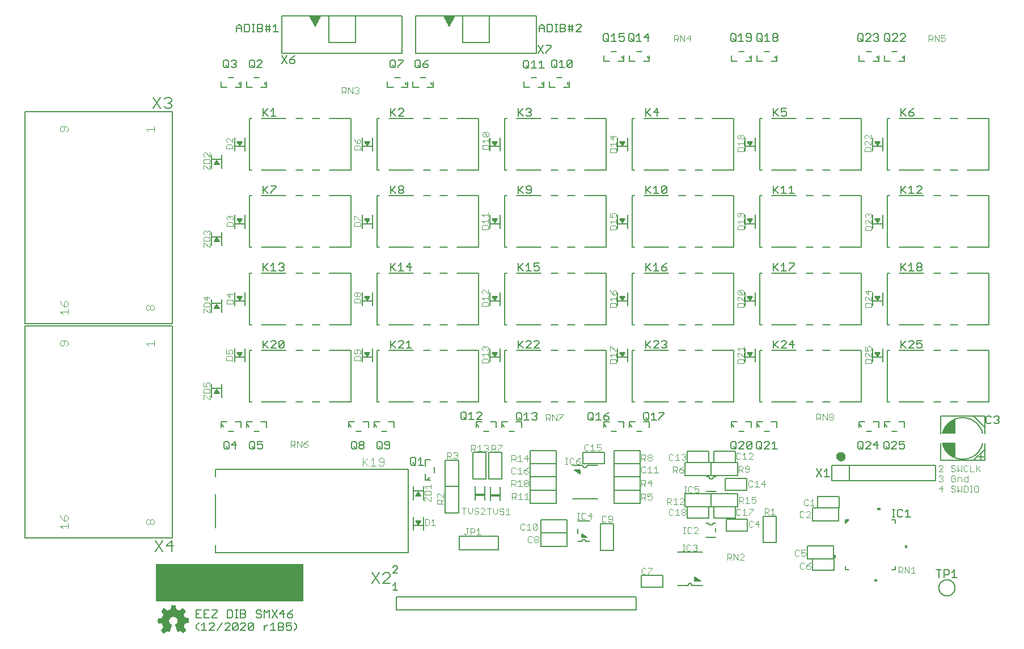
<source format=gto>
G75*
%MOIN*%
%OFA0B0*%
%FSLAX25Y25*%
%IPPOS*%
%LPD*%
%AMOC8*
5,1,8,0,0,1.08239X$1,22.5*
%
%ADD10C,0.00500*%
%ADD11R,0.87000X0.22250*%
%ADD12R,0.01485X0.00015*%
%ADD13R,0.00045X0.00015*%
%ADD14R,0.00105X0.00015*%
%ADD15R,0.00165X0.00015*%
%ADD16R,0.00225X0.00015*%
%ADD17R,0.00285X0.00015*%
%ADD18R,0.00345X0.00015*%
%ADD19R,0.00405X0.00015*%
%ADD20R,0.00435X0.00015*%
%ADD21R,0.00465X0.00015*%
%ADD22R,0.00495X0.00015*%
%ADD23R,0.00540X0.00015*%
%ADD24R,0.00585X0.00015*%
%ADD25R,0.00645X0.00015*%
%ADD26R,0.00150X0.00015*%
%ADD27R,0.00675X0.00015*%
%ADD28R,0.00195X0.00015*%
%ADD29R,0.00705X0.00015*%
%ADD30R,0.00240X0.00015*%
%ADD31R,0.00735X0.00015*%
%ADD32R,0.00270X0.00015*%
%ADD33R,0.00765X0.00015*%
%ADD34R,0.00300X0.00015*%
%ADD35R,0.00810X0.00015*%
%ADD36R,0.00360X0.00015*%
%ADD37R,0.00855X0.00015*%
%ADD38R,0.00435X0.00015*%
%ADD39R,0.00915X0.00015*%
%ADD40R,0.00465X0.00015*%
%ADD41R,0.00945X0.00015*%
%ADD42R,0.00960X0.00015*%
%ADD43R,0.00525X0.00015*%
%ADD44R,0.00990X0.00015*%
%ADD45R,0.00555X0.00015*%
%ADD46R,0.01035X0.00015*%
%ADD47R,0.00600X0.00015*%
%ADD48R,0.01080X0.00015*%
%ADD49R,0.01125X0.00015*%
%ADD50R,0.01170X0.00015*%
%ADD51R,0.00720X0.00015*%
%ADD52R,0.01200X0.00015*%
%ADD53R,0.00750X0.00015*%
%ADD54R,0.01230X0.00015*%
%ADD55R,0.00780X0.00015*%
%ADD56R,0.01260X0.00015*%
%ADD57R,0.00810X0.00015*%
%ADD58R,0.01305X0.00015*%
%ADD59R,0.01365X0.00015*%
%ADD60R,0.00900X0.00015*%
%ADD61R,0.01395X0.00015*%
%ADD62R,0.01440X0.00015*%
%ADD63R,0.01470X0.00015*%
%ADD64R,0.01005X0.00015*%
%ADD65R,0.01500X0.00015*%
%ADD66R,0.01020X0.00015*%
%ADD67R,0.01530X0.00015*%
%ADD68R,0.01065X0.00015*%
%ADD69R,0.01575X0.00015*%
%ADD70R,0.01095X0.00015*%
%ADD71R,0.01635X0.00015*%
%ADD72R,0.01155X0.00015*%
%ADD73R,0.01680X0.00015*%
%ADD74R,0.01200X0.00015*%
%ADD75R,0.01710X0.00015*%
%ADD76R,0.01230X0.00015*%
%ADD77R,0.01725X0.00015*%
%ADD78R,0.01245X0.00015*%
%ADD79R,0.01755X0.00015*%
%ADD80R,0.01275X0.00015*%
%ADD81R,0.01800X0.00015*%
%ADD82R,0.01320X0.00015*%
%ADD83R,0.01860X0.00015*%
%ADD84R,0.01905X0.00015*%
%ADD85R,0.01410X0.00015*%
%ADD86R,0.01935X0.00015*%
%ADD87R,0.01455X0.00015*%
%ADD88R,0.01965X0.00015*%
%ADD89R,0.01485X0.00015*%
%ADD90R,0.01995X0.00015*%
%ADD91R,0.01515X0.00015*%
%ADD92R,0.02040X0.00015*%
%ADD93R,0.01530X0.00015*%
%ADD94R,0.02070X0.00015*%
%ADD95R,0.01575X0.00015*%
%ADD96R,0.02115X0.00015*%
%ADD97R,0.01620X0.00015*%
%ADD98R,0.02160X0.00015*%
%ADD99R,0.01665X0.00015*%
%ADD100R,0.02190X0.00015*%
%ADD101R,0.00075X0.00015*%
%ADD102R,0.01695X0.00015*%
%ADD103R,0.02220X0.00015*%
%ADD104R,0.00105X0.00015*%
%ADD105R,0.02235X0.00015*%
%ADD106R,0.00135X0.00015*%
%ADD107R,0.01755X0.00015*%
%ADD108R,0.02280X0.00015*%
%ADD109R,0.00180X0.00015*%
%ADD110R,0.01785X0.00015*%
%ADD111R,0.02340X0.00015*%
%ADD112R,0.00240X0.00015*%
%ADD113R,0.01830X0.00015*%
%ADD114R,0.02385X0.00015*%
%ADD115R,0.01890X0.00015*%
%ADD116R,0.02415X0.00015*%
%ADD117R,0.00330X0.00015*%
%ADD118R,0.00120X0.00015*%
%ADD119R,0.01920X0.00015*%
%ADD120R,0.02430X0.00015*%
%ADD121R,0.00375X0.00015*%
%ADD122R,0.02460X0.00015*%
%ADD123R,0.00405X0.00015*%
%ADD124R,0.00195X0.00015*%
%ADD125R,0.01965X0.00015*%
%ADD126R,0.02505X0.00015*%
%ADD127R,0.00210X0.00015*%
%ADD128R,0.02010X0.00015*%
%ADD129R,0.02535X0.00015*%
%ADD130R,0.00480X0.00015*%
%ADD131R,0.02580X0.00015*%
%ADD132R,0.00540X0.00015*%
%ADD133R,0.02085X0.00015*%
%ADD134R,0.02625X0.00015*%
%ADD135R,0.02130X0.00015*%
%ADD136R,0.02670X0.00015*%
%ADD137R,0.00630X0.00015*%
%ADD138R,0.02700X0.00015*%
%ADD139R,0.00660X0.00015*%
%ADD140R,0.00450X0.00015*%
%ADD141R,0.02190X0.00015*%
%ADD142R,0.02715X0.00015*%
%ADD143R,0.02205X0.00015*%
%ADD144R,0.02745X0.00015*%
%ADD145R,0.00510X0.00015*%
%ADD146R,0.02235X0.00015*%
%ADD147R,0.02775X0.00015*%
%ADD148R,0.02820X0.00015*%
%ADD149R,0.02310X0.00015*%
%ADD150R,0.02880X0.00015*%
%ADD151R,0.00855X0.00015*%
%ADD152R,0.02355X0.00015*%
%ADD153R,0.02895X0.00015*%
%ADD154R,0.00870X0.00015*%
%ADD155R,0.00660X0.00015*%
%ADD156R,0.02925X0.00015*%
%ADD157R,0.00690X0.00015*%
%ADD158R,0.02970X0.00015*%
%ADD159R,0.03000X0.00015*%
%ADD160R,0.00750X0.00015*%
%ADD161R,0.03045X0.00015*%
%ADD162R,0.01005X0.00015*%
%ADD163R,0.00780X0.00015*%
%ADD164R,0.02505X0.00015*%
%ADD165R,0.03090X0.00015*%
%ADD166R,0.01050X0.00015*%
%ADD167R,0.00825X0.00015*%
%ADD168R,0.02550X0.00015*%
%ADD169R,0.03135X0.00015*%
%ADD170R,0.01095X0.00015*%
%ADD171R,0.00870X0.00015*%
%ADD172R,0.03165X0.00015*%
%ADD173R,0.01125X0.00015*%
%ADD174R,0.02625X0.00015*%
%ADD175R,0.03195X0.00015*%
%ADD176R,0.01140X0.00015*%
%ADD177R,0.00930X0.00015*%
%ADD178R,0.02655X0.00015*%
%ADD179R,0.03210X0.00015*%
%ADD180R,0.00960X0.00015*%
%ADD181R,0.03240X0.00015*%
%ADD182R,0.02700X0.00015*%
%ADD183R,0.03285X0.00015*%
%ADD184R,0.01245X0.00015*%
%ADD185R,0.02745X0.00015*%
%ADD186R,0.03330X0.00015*%
%ADD187R,0.02790X0.00015*%
%ADD188R,0.03360X0.00015*%
%ADD189R,0.01110X0.00015*%
%ADD190R,0.02835X0.00015*%
%ADD191R,0.03390X0.00015*%
%ADD192R,0.01335X0.00015*%
%ADD193R,0.01140X0.00015*%
%ADD194R,0.02865X0.00015*%
%ADD195R,0.03420X0.00015*%
%ADD196R,0.01155X0.00015*%
%ADD197R,0.04905X0.00015*%
%ADD198R,0.04920X0.00015*%
%ADD199R,0.02940X0.00015*%
%ADD200R,0.04950X0.00015*%
%ADD201R,0.02985X0.00015*%
%ADD202R,0.04965X0.00015*%
%ADD203R,0.01275X0.00015*%
%ADD204R,0.03015X0.00015*%
%ADD205R,0.04980X0.00015*%
%ADD206R,0.03045X0.00015*%
%ADD207R,0.05010X0.00015*%
%ADD208R,0.01335X0.00015*%
%ADD209R,0.03075X0.00015*%
%ADD210R,0.01350X0.00015*%
%ADD211R,0.03105X0.00015*%
%ADD212R,0.05040X0.00015*%
%ADD213R,0.01380X0.00015*%
%ADD214R,0.05040X0.00015*%
%ADD215R,0.01410X0.00015*%
%ADD216R,0.03180X0.00015*%
%ADD217R,0.05070X0.00015*%
%ADD218R,0.03225X0.00015*%
%ADD219R,0.03255X0.00015*%
%ADD220R,0.05085X0.00015*%
%ADD221R,0.01515X0.00015*%
%ADD222R,0.03300X0.00015*%
%ADD223R,0.05100X0.00015*%
%ADD224R,0.04935X0.00015*%
%ADD225R,0.05115X0.00015*%
%ADD226R,0.04995X0.00015*%
%ADD227R,0.05130X0.00015*%
%ADD228R,0.05010X0.00015*%
%ADD229R,0.05130X0.00015*%
%ADD230R,0.05010X0.00015*%
%ADD231R,0.05025X0.00015*%
%ADD232R,0.05040X0.00015*%
%ADD233R,0.05055X0.00015*%
%ADD234R,0.05130X0.00015*%
%ADD235R,0.05085X0.00015*%
%ADD236R,0.05115X0.00015*%
%ADD237R,0.05145X0.00015*%
%ADD238R,0.05160X0.00015*%
%ADD239R,0.05130X0.00015*%
%ADD240R,0.05190X0.00015*%
%ADD241R,0.05190X0.00015*%
%ADD242R,0.05205X0.00015*%
%ADD243R,0.05220X0.00015*%
%ADD244R,0.05070X0.00015*%
%ADD245R,0.05085X0.00015*%
%ADD246R,0.05205X0.00015*%
%ADD247R,0.05220X0.00015*%
%ADD248R,0.05055X0.00015*%
%ADD249R,0.05025X0.00015*%
%ADD250R,0.05205X0.00015*%
%ADD251R,0.05025X0.00015*%
%ADD252R,0.05190X0.00015*%
%ADD253R,0.05190X0.00015*%
%ADD254R,0.04995X0.00015*%
%ADD255R,0.05175X0.00015*%
%ADD256R,0.04950X0.00015*%
%ADD257R,0.05145X0.00015*%
%ADD258R,0.05145X0.00015*%
%ADD259R,0.04920X0.00015*%
%ADD260R,0.04905X0.00015*%
%ADD261R,0.04905X0.00015*%
%ADD262R,0.05115X0.00015*%
%ADD263R,0.04890X0.00015*%
%ADD264R,0.04890X0.00015*%
%ADD265R,0.04875X0.00015*%
%ADD266R,0.04845X0.00015*%
%ADD267R,0.04830X0.00015*%
%ADD268R,0.04830X0.00015*%
%ADD269R,0.05070X0.00015*%
%ADD270R,0.04830X0.00015*%
%ADD271R,0.04815X0.00015*%
%ADD272R,0.04800X0.00015*%
%ADD273R,0.04800X0.00015*%
%ADD274R,0.05010X0.00015*%
%ADD275R,0.04785X0.00015*%
%ADD276R,0.04770X0.00015*%
%ADD277R,0.04770X0.00015*%
%ADD278R,0.04755X0.00015*%
%ADD279R,0.04740X0.00015*%
%ADD280R,0.04725X0.00015*%
%ADD281R,0.04725X0.00015*%
%ADD282R,0.04980X0.00015*%
%ADD283R,0.04710X0.00015*%
%ADD284R,0.04725X0.00015*%
%ADD285R,0.04710X0.00015*%
%ADD286R,0.04695X0.00015*%
%ADD287R,0.04680X0.00015*%
%ADD288R,0.04695X0.00015*%
%ADD289R,0.04680X0.00015*%
%ADD290R,0.04905X0.00015*%
%ADD291R,0.04665X0.00015*%
%ADD292R,0.04650X0.00015*%
%ADD293R,0.04635X0.00015*%
%ADD294R,0.04620X0.00015*%
%ADD295R,0.04620X0.00015*%
%ADD296R,0.04890X0.00015*%
%ADD297R,0.04605X0.00015*%
%ADD298R,0.04605X0.00015*%
%ADD299R,0.04590X0.00015*%
%ADD300R,0.04845X0.00015*%
%ADD301R,0.04575X0.00015*%
%ADD302R,0.04590X0.00015*%
%ADD303R,0.04575X0.00015*%
%ADD304R,0.04845X0.00015*%
%ADD305R,0.04560X0.00015*%
%ADD306R,0.04545X0.00015*%
%ADD307R,0.04530X0.00015*%
%ADD308R,0.04515X0.00015*%
%ADD309R,0.04530X0.00015*%
%ADD310R,0.04500X0.00015*%
%ADD311R,0.04515X0.00015*%
%ADD312R,0.04785X0.00015*%
%ADD313R,0.04485X0.00015*%
%ADD314R,0.04755X0.00015*%
%ADD315R,0.04470X0.00015*%
%ADD316R,0.04740X0.00015*%
%ADD317R,0.04485X0.00015*%
%ADD318R,0.04755X0.00015*%
%ADD319R,0.04545X0.00015*%
%ADD320R,0.04695X0.00015*%
%ADD321R,0.04680X0.00015*%
%ADD322R,0.04665X0.00015*%
%ADD323R,0.04725X0.00015*%
%ADD324R,0.04680X0.00015*%
%ADD325R,0.04860X0.00015*%
%ADD326R,0.04740X0.00015*%
%ADD327R,0.04875X0.00015*%
%ADD328R,0.04965X0.00015*%
%ADD329R,0.04860X0.00015*%
%ADD330R,0.04995X0.00015*%
%ADD331R,0.04875X0.00015*%
%ADD332R,0.04980X0.00015*%
%ADD333R,0.05235X0.00015*%
%ADD334R,0.05235X0.00015*%
%ADD335R,0.05250X0.00015*%
%ADD336R,0.05280X0.00015*%
%ADD337R,0.05295X0.00015*%
%ADD338R,0.05325X0.00015*%
%ADD339R,0.05340X0.00015*%
%ADD340R,0.05235X0.00015*%
%ADD341R,0.05355X0.00015*%
%ADD342R,0.05370X0.00015*%
%ADD343R,0.05265X0.00015*%
%ADD344R,0.05370X0.00015*%
%ADD345R,0.05280X0.00015*%
%ADD346R,0.05385X0.00015*%
%ADD347R,0.05295X0.00015*%
%ADD348R,0.05400X0.00015*%
%ADD349R,0.05415X0.00015*%
%ADD350R,0.05310X0.00015*%
%ADD351R,0.05430X0.00015*%
%ADD352R,0.05445X0.00015*%
%ADD353R,0.05460X0.00015*%
%ADD354R,0.05355X0.00015*%
%ADD355R,0.05475X0.00015*%
%ADD356R,0.05505X0.00015*%
%ADD357R,0.05520X0.00015*%
%ADD358R,0.05535X0.00015*%
%ADD359R,0.05550X0.00015*%
%ADD360R,0.05550X0.00015*%
%ADD361R,0.05475X0.00015*%
%ADD362R,0.05490X0.00015*%
%ADD363R,0.05475X0.00015*%
%ADD364R,0.05385X0.00015*%
%ADD365R,0.05370X0.00015*%
%ADD366R,0.05325X0.00015*%
%ADD367R,0.05310X0.00015*%
%ADD368R,0.05265X0.00015*%
%ADD369R,0.05175X0.00015*%
%ADD370R,0.04980X0.00015*%
%ADD371R,0.04965X0.00015*%
%ADD372R,0.04860X0.00015*%
%ADD373R,0.04845X0.00015*%
%ADD374R,0.04815X0.00015*%
%ADD375R,0.04770X0.00015*%
%ADD376R,0.05295X0.00015*%
%ADD377R,0.04635X0.00015*%
%ADD378R,0.05610X0.00015*%
%ADD379R,0.05700X0.00015*%
%ADD380R,0.05760X0.00015*%
%ADD381R,0.05805X0.00015*%
%ADD382R,0.05850X0.00015*%
%ADD383R,0.05895X0.00015*%
%ADD384R,0.06000X0.00015*%
%ADD385R,0.06135X0.00015*%
%ADD386R,0.06225X0.00015*%
%ADD387R,0.06300X0.00015*%
%ADD388R,0.06330X0.00015*%
%ADD389R,0.06375X0.00015*%
%ADD390R,0.06450X0.00015*%
%ADD391R,0.06570X0.00015*%
%ADD392R,0.05565X0.00015*%
%ADD393R,0.06690X0.00015*%
%ADD394R,0.06735X0.00015*%
%ADD395R,0.05790X0.00015*%
%ADD396R,0.06765X0.00015*%
%ADD397R,0.05850X0.00015*%
%ADD398R,0.06780X0.00015*%
%ADD399R,0.05895X0.00015*%
%ADD400R,0.06795X0.00015*%
%ADD401R,0.05955X0.00015*%
%ADD402R,0.06810X0.00015*%
%ADD403R,0.06060X0.00015*%
%ADD404R,0.06195X0.00015*%
%ADD405R,0.06825X0.00015*%
%ADD406R,0.06330X0.00015*%
%ADD407R,0.06840X0.00015*%
%ADD408R,0.06390X0.00015*%
%ADD409R,0.06495X0.00015*%
%ADD410R,0.06840X0.00015*%
%ADD411R,0.06555X0.00015*%
%ADD412R,0.06825X0.00015*%
%ADD413R,0.06645X0.00015*%
%ADD414R,0.06825X0.00015*%
%ADD415R,0.06705X0.00015*%
%ADD416R,0.06705X0.00015*%
%ADD417R,0.06810X0.00015*%
%ADD418R,0.06720X0.00015*%
%ADD419R,0.06795X0.00015*%
%ADD420R,0.06750X0.00015*%
%ADD421R,0.06765X0.00015*%
%ADD422R,0.06795X0.00015*%
%ADD423R,0.06780X0.00015*%
%ADD424R,0.06780X0.00015*%
%ADD425R,0.06750X0.00015*%
%ADD426R,0.06720X0.00015*%
%ADD427R,0.06720X0.00015*%
%ADD428R,0.06705X0.00015*%
%ADD429R,0.06705X0.00015*%
%ADD430R,0.06690X0.00015*%
%ADD431R,0.06675X0.00015*%
%ADD432R,0.06690X0.00015*%
%ADD433R,0.06675X0.00015*%
%ADD434R,0.06675X0.00015*%
%ADD435R,0.06660X0.00015*%
%ADD436R,0.06675X0.00015*%
%ADD437R,0.06660X0.00015*%
%ADD438R,0.06660X0.00015*%
%ADD439R,0.06645X0.00015*%
%ADD440R,0.06630X0.00015*%
%ADD441R,0.06660X0.00015*%
%ADD442R,0.06630X0.00015*%
%ADD443R,0.06645X0.00015*%
%ADD444R,0.06735X0.00015*%
%ADD445R,0.06765X0.00015*%
%ADD446R,0.06780X0.00015*%
%ADD447R,0.06825X0.00015*%
%ADD448R,0.06855X0.00015*%
%ADD449R,0.06855X0.00015*%
%ADD450R,0.06870X0.00015*%
%ADD451R,0.06885X0.00015*%
%ADD452R,0.06525X0.00015*%
%ADD453R,0.06405X0.00015*%
%ADD454R,0.06255X0.00015*%
%ADD455R,0.06165X0.00015*%
%ADD456R,0.06870X0.00015*%
%ADD457R,0.06120X0.00015*%
%ADD458R,0.06885X0.00015*%
%ADD459R,0.06060X0.00015*%
%ADD460R,0.06015X0.00015*%
%ADD461R,0.05910X0.00015*%
%ADD462R,0.05670X0.00015*%
%ADD463R,0.05595X0.00015*%
%ADD464R,0.06585X0.00015*%
%ADD465R,0.05160X0.00015*%
%ADD466R,0.06390X0.00015*%
%ADD467R,0.05025X0.00015*%
%ADD468R,0.06330X0.00015*%
%ADD469R,0.06075X0.00015*%
%ADD470R,0.05820X0.00015*%
%ADD471R,0.05775X0.00015*%
%ADD472R,0.05685X0.00015*%
%ADD473R,0.05460X0.00015*%
%ADD474R,0.04860X0.00015*%
%ADD475R,0.04935X0.00015*%
%ADD476R,0.05160X0.00015*%
%ADD477R,0.05325X0.00015*%
%ADD478R,0.05340X0.00015*%
%ADD479R,0.05355X0.00015*%
%ADD480R,0.05430X0.00015*%
%ADD481R,0.05535X0.00015*%
%ADD482R,0.05595X0.00015*%
%ADD483R,0.05640X0.00015*%
%ADD484R,0.05640X0.00015*%
%ADD485R,0.05670X0.00015*%
%ADD486R,0.05685X0.00015*%
%ADD487R,0.05700X0.00015*%
%ADD488R,0.05715X0.00015*%
%ADD489R,0.05715X0.00015*%
%ADD490R,0.05730X0.00015*%
%ADD491R,0.05745X0.00015*%
%ADD492R,0.05760X0.00015*%
%ADD493R,0.06000X0.00015*%
%ADD494R,0.06105X0.00015*%
%ADD495R,0.06180X0.00015*%
%ADD496R,0.06210X0.00015*%
%ADD497R,0.12690X0.00015*%
%ADD498R,0.12675X0.00015*%
%ADD499R,0.12660X0.00015*%
%ADD500R,0.12660X0.00015*%
%ADD501R,0.12645X0.00015*%
%ADD502R,0.12615X0.00015*%
%ADD503R,0.12600X0.00015*%
%ADD504R,0.12585X0.00015*%
%ADD505R,0.12555X0.00015*%
%ADD506R,0.12540X0.00015*%
%ADD507R,0.12525X0.00015*%
%ADD508R,0.12510X0.00015*%
%ADD509R,0.12510X0.00015*%
%ADD510R,0.12480X0.00015*%
%ADD511R,0.12450X0.00015*%
%ADD512R,0.12435X0.00015*%
%ADD513R,0.12420X0.00015*%
%ADD514R,0.12390X0.00015*%
%ADD515R,0.12375X0.00015*%
%ADD516R,0.12360X0.00015*%
%ADD517R,0.12330X0.00015*%
%ADD518R,0.12300X0.00015*%
%ADD519R,0.12285X0.00015*%
%ADD520R,0.12270X0.00015*%
%ADD521R,0.12255X0.00015*%
%ADD522R,0.12240X0.00015*%
%ADD523R,0.12225X0.00015*%
%ADD524R,0.12195X0.00015*%
%ADD525R,0.12165X0.00015*%
%ADD526R,0.12150X0.00015*%
%ADD527R,0.12135X0.00015*%
%ADD528R,0.12120X0.00015*%
%ADD529R,0.12090X0.00015*%
%ADD530R,0.12075X0.00015*%
%ADD531R,0.12060X0.00015*%
%ADD532R,0.12045X0.00015*%
%ADD533R,0.12015X0.00015*%
%ADD534R,0.12000X0.00015*%
%ADD535R,0.11985X0.00015*%
%ADD536R,0.11955X0.00015*%
%ADD537R,0.11940X0.00015*%
%ADD538R,0.11925X0.00015*%
%ADD539R,0.11910X0.00015*%
%ADD540R,0.11910X0.00015*%
%ADD541R,0.11880X0.00015*%
%ADD542R,0.11850X0.00015*%
%ADD543R,0.11835X0.00015*%
%ADD544R,0.11805X0.00015*%
%ADD545R,0.11775X0.00015*%
%ADD546R,0.11760X0.00015*%
%ADD547R,0.11745X0.00015*%
%ADD548R,0.11730X0.00015*%
%ADD549R,0.11700X0.00015*%
%ADD550R,0.11700X0.00015*%
%ADD551R,0.11685X0.00015*%
%ADD552R,0.11655X0.00015*%
%ADD553R,0.11640X0.00015*%
%ADD554R,0.11625X0.00015*%
%ADD555R,0.11625X0.00015*%
%ADD556R,0.11670X0.00015*%
%ADD557R,0.11715X0.00015*%
%ADD558R,0.11790X0.00015*%
%ADD559R,0.11820X0.00015*%
%ADD560R,0.11820X0.00015*%
%ADD561R,0.11880X0.00015*%
%ADD562R,0.11895X0.00015*%
%ADD563R,0.11970X0.00015*%
%ADD564R,0.12045X0.00015*%
%ADD565R,0.12075X0.00015*%
%ADD566R,0.12105X0.00015*%
%ADD567R,0.12135X0.00015*%
%ADD568R,0.12165X0.00015*%
%ADD569R,0.12180X0.00015*%
%ADD570R,0.12195X0.00015*%
%ADD571R,0.12210X0.00015*%
%ADD572R,0.12225X0.00015*%
%ADD573R,0.12255X0.00015*%
%ADD574R,0.12360X0.00015*%
%ADD575R,0.12390X0.00015*%
%ADD576R,0.12405X0.00015*%
%ADD577R,0.12435X0.00015*%
%ADD578R,0.12480X0.00015*%
%ADD579R,0.12480X0.00015*%
%ADD580R,0.12510X0.00015*%
%ADD581R,0.12570X0.00015*%
%ADD582R,0.12630X0.00015*%
%ADD583R,0.12675X0.00015*%
%ADD584R,0.12705X0.00015*%
%ADD585R,0.12735X0.00015*%
%ADD586R,0.12750X0.00015*%
%ADD587R,0.12780X0.00015*%
%ADD588R,0.12795X0.00015*%
%ADD589R,0.12810X0.00015*%
%ADD590R,0.12840X0.00015*%
%ADD591R,0.12855X0.00015*%
%ADD592R,0.12885X0.00015*%
%ADD593R,0.12900X0.00015*%
%ADD594R,0.12915X0.00015*%
%ADD595R,0.12945X0.00015*%
%ADD596R,0.12960X0.00015*%
%ADD597R,0.12990X0.00015*%
%ADD598R,0.13005X0.00015*%
%ADD599R,0.13020X0.00015*%
%ADD600R,0.13035X0.00015*%
%ADD601R,0.13065X0.00015*%
%ADD602R,0.13080X0.00015*%
%ADD603R,0.13110X0.00015*%
%ADD604R,0.13125X0.00015*%
%ADD605R,0.13155X0.00015*%
%ADD606R,0.13170X0.00015*%
%ADD607R,0.13200X0.00015*%
%ADD608R,0.13230X0.00015*%
%ADD609R,0.13260X0.00015*%
%ADD610R,0.13290X0.00015*%
%ADD611R,0.13320X0.00015*%
%ADD612R,0.13350X0.00015*%
%ADD613R,0.13365X0.00015*%
%ADD614R,0.13395X0.00015*%
%ADD615R,0.13425X0.00015*%
%ADD616R,0.13455X0.00015*%
%ADD617R,0.13470X0.00015*%
%ADD618R,0.13500X0.00015*%
%ADD619R,0.13530X0.00015*%
%ADD620R,0.13560X0.00015*%
%ADD621R,0.13575X0.00015*%
%ADD622R,0.13605X0.00015*%
%ADD623R,0.13635X0.00015*%
%ADD624R,0.13650X0.00015*%
%ADD625R,0.13680X0.00015*%
%ADD626R,0.13695X0.00015*%
%ADD627R,0.13725X0.00015*%
%ADD628R,0.13740X0.00015*%
%ADD629R,0.13770X0.00015*%
%ADD630R,0.13785X0.00015*%
%ADD631R,0.13800X0.00015*%
%ADD632R,0.13830X0.00015*%
%ADD633R,0.13860X0.00015*%
%ADD634R,0.13875X0.00015*%
%ADD635R,0.13905X0.00015*%
%ADD636R,0.13935X0.00015*%
%ADD637R,0.13950X0.00015*%
%ADD638R,0.13980X0.00015*%
%ADD639R,0.14010X0.00015*%
%ADD640R,0.14025X0.00015*%
%ADD641R,0.14055X0.00015*%
%ADD642R,0.14070X0.00015*%
%ADD643R,0.14085X0.00015*%
%ADD644R,0.14115X0.00015*%
%ADD645R,0.14145X0.00015*%
%ADD646R,0.14160X0.00015*%
%ADD647R,0.14190X0.00015*%
%ADD648R,0.14205X0.00015*%
%ADD649R,0.14220X0.00015*%
%ADD650R,0.14235X0.00015*%
%ADD651R,0.14265X0.00015*%
%ADD652R,0.14280X0.00015*%
%ADD653R,0.14295X0.00015*%
%ADD654R,0.14295X0.00015*%
%ADD655R,0.14250X0.00015*%
%ADD656R,0.14205X0.00015*%
%ADD657R,0.14175X0.00015*%
%ADD658R,0.14160X0.00015*%
%ADD659R,0.14130X0.00015*%
%ADD660R,0.14100X0.00015*%
%ADD661R,0.14040X0.00015*%
%ADD662R,0.14010X0.00015*%
%ADD663R,0.03465X0.00015*%
%ADD664R,0.10440X0.00015*%
%ADD665R,0.03420X0.00015*%
%ADD666R,0.10395X0.00015*%
%ADD667R,0.03375X0.00015*%
%ADD668R,0.10335X0.00015*%
%ADD669R,0.03570X0.00015*%
%ADD670R,0.06600X0.00015*%
%ADD671R,0.03525X0.00015*%
%ADD672R,0.03270X0.00015*%
%ADD673R,0.03495X0.00015*%
%ADD674R,0.03210X0.00015*%
%ADD675R,0.06480X0.00015*%
%ADD676R,0.03435X0.00015*%
%ADD677R,0.03165X0.00015*%
%ADD678R,0.03390X0.00015*%
%ADD679R,0.03120X0.00015*%
%ADD680R,0.06315X0.00015*%
%ADD681R,0.03345X0.00015*%
%ADD682R,0.03090X0.00015*%
%ADD683R,0.03075X0.00015*%
%ADD684R,0.06225X0.00015*%
%ADD685R,0.03270X0.00015*%
%ADD686R,0.06180X0.00015*%
%ADD687R,0.02970X0.00015*%
%ADD688R,0.06075X0.00015*%
%ADD689R,0.03195X0.00015*%
%ADD690R,0.02925X0.00015*%
%ADD691R,0.05985X0.00015*%
%ADD692R,0.03135X0.00015*%
%ADD693R,0.02850X0.00015*%
%ADD694R,0.05835X0.00015*%
%ADD695R,0.03030X0.00015*%
%ADD696R,0.02805X0.00015*%
%ADD697R,0.02730X0.00015*%
%ADD698R,0.05625X0.00015*%
%ADD699R,0.02925X0.00015*%
%ADD700R,0.02640X0.00015*%
%ADD701R,0.02595X0.00015*%
%ADD702R,0.02565X0.00015*%
%ADD703R,0.02760X0.00015*%
%ADD704R,0.02520X0.00015*%
%ADD705R,0.02730X0.00015*%
%ADD706R,0.02475X0.00015*%
%ADD707R,0.02685X0.00015*%
%ADD708R,0.02445X0.00015*%
%ADD709R,0.02400X0.00015*%
%ADD710R,0.02370X0.00015*%
%ADD711R,0.02565X0.00015*%
%ADD712R,0.02340X0.00015*%
%ADD713R,0.02325X0.00015*%
%ADD714R,0.02505X0.00015*%
%ADD715R,0.02280X0.00015*%
%ADD716R,0.02460X0.00015*%
%ADD717R,0.04560X0.00015*%
%ADD718R,0.02190X0.00015*%
%ADD719R,0.04440X0.00015*%
%ADD720R,0.02370X0.00015*%
%ADD721R,0.02145X0.00015*%
%ADD722R,0.04365X0.00015*%
%ADD723R,0.04320X0.00015*%
%ADD724R,0.02310X0.00015*%
%ADD725R,0.02100X0.00015*%
%ADD726R,0.04260X0.00015*%
%ADD727R,0.04200X0.00015*%
%ADD728R,0.02265X0.00015*%
%ADD729R,0.02040X0.00015*%
%ADD730R,0.04095X0.00015*%
%ADD731R,0.02220X0.00015*%
%ADD732R,0.03915X0.00015*%
%ADD733R,0.02175X0.00015*%
%ADD734R,0.03765X0.00015*%
%ADD735R,0.03675X0.00015*%
%ADD736R,0.01890X0.00015*%
%ADD737R,0.03615X0.00015*%
%ADD738R,0.02055X0.00015*%
%ADD739R,0.01860X0.00015*%
%ADD740R,0.03555X0.00015*%
%ADD741R,0.01815X0.00015*%
%ADD742R,0.03450X0.00015*%
%ADD743R,0.01725X0.00015*%
%ADD744R,0.03315X0.00015*%
%ADD745R,0.01905X0.00015*%
%ADD746R,0.01680X0.00015*%
%ADD747R,0.01650X0.00015*%
%ADD748R,0.01620X0.00015*%
%ADD749R,0.01590X0.00015*%
%ADD750R,0.01770X0.00015*%
%ADD751R,0.01560X0.00015*%
%ADD752R,0.03240X0.00015*%
%ADD753R,0.01740X0.00015*%
%ADD754R,0.01665X0.00015*%
%ADD755R,0.01455X0.00015*%
%ADD756R,0.01635X0.00015*%
%ADD757R,0.01410X0.00015*%
%ADD758R,0.01395X0.00015*%
%ADD759R,0.01365X0.00015*%
%ADD760R,0.01335X0.00015*%
%ADD761R,0.01290X0.00015*%
%ADD762R,0.03210X0.00015*%
%ADD763R,0.01455X0.00015*%
%ADD764R,0.01185X0.00015*%
%ADD765R,0.01290X0.00015*%
%ADD766R,0.01110X0.00015*%
%ADD767R,0.01260X0.00015*%
%ADD768R,0.03180X0.00015*%
%ADD769R,0.00975X0.00015*%
%ADD770R,0.03150X0.00015*%
%ADD771R,0.00885X0.00015*%
%ADD772R,0.03150X0.00015*%
%ADD773R,0.01050X0.00015*%
%ADD774R,0.00795X0.00015*%
%ADD775R,0.00885X0.00015*%
%ADD776R,0.00690X0.00015*%
%ADD777R,0.00840X0.00015*%
%ADD778R,0.00570X0.00015*%
%ADD779R,0.00525X0.00015*%
%ADD780R,0.03105X0.00015*%
%ADD781R,0.00660X0.00015*%
%ADD782R,0.00615X0.00015*%
%ADD783R,0.00420X0.00015*%
%ADD784R,0.00555X0.00015*%
%ADD785R,0.00390X0.00015*%
%ADD786R,0.00525X0.00015*%
%ADD787R,0.00360X0.00015*%
%ADD788R,0.00495X0.00015*%
%ADD789R,0.03075X0.00015*%
%ADD790R,0.00450X0.00015*%
%ADD791R,0.00225X0.00015*%
%ADD792R,0.00345X0.00015*%
%ADD793R,0.00255X0.00015*%
%ADD794R,0.03060X0.00015*%
%ADD795R,0.00180X0.00015*%
%ADD796R,0.00075X0.00015*%
%ADD797R,0.03000X0.00015*%
%ADD798R,0.02955X0.00015*%
%ADD799R,0.02940X0.00015*%
%ADD800R,0.02940X0.00015*%
%ADD801R,0.02910X0.00015*%
%ADD802R,0.02910X0.00015*%
%ADD803R,0.02865X0.00015*%
%ADD804R,0.02805X0.00015*%
%ADD805R,0.02775X0.00015*%
%ADD806R,0.02760X0.00015*%
%ADD807R,0.02655X0.00015*%
%ADD808R,0.02640X0.00015*%
%ADD809R,0.02610X0.00015*%
%ADD810R,0.02595X0.00015*%
%ADD811R,0.02535X0.00015*%
%ADD812R,0.02475X0.00015*%
%ADD813R,0.02175X0.00015*%
%ADD814R,0.01575X0.00015*%
%ADD815C,0.00400*%
%ADD816C,0.02600*%
%ADD817C,0.00800*%
%ADD818C,0.00700*%
%ADD819C,0.00600*%
%ADD820R,0.05512X0.00787*%
%ADD821R,0.05512X0.01756*%
%ADD822C,0.00100*%
D10*
X0186148Y0080505D02*
X0186148Y0082006D01*
X0187650Y0083508D01*
X0189218Y0082006D02*
X0190719Y0083508D01*
X0190719Y0079004D01*
X0189218Y0079004D02*
X0192220Y0079004D01*
X0193821Y0079004D02*
X0196824Y0082006D01*
X0196824Y0082757D01*
X0196073Y0083508D01*
X0194572Y0083508D01*
X0193821Y0082757D01*
X0193755Y0086504D02*
X0190752Y0086504D01*
X0190752Y0091008D01*
X0193755Y0091008D01*
X0195356Y0091008D02*
X0198359Y0091008D01*
X0198359Y0090257D01*
X0195356Y0087255D01*
X0195356Y0086504D01*
X0198359Y0086504D01*
X0201428Y0083508D02*
X0198425Y0079004D01*
X0196824Y0079004D02*
X0193821Y0079004D01*
X0187650Y0079004D02*
X0186148Y0080505D01*
X0186148Y0086504D02*
X0189151Y0086504D01*
X0187650Y0088756D02*
X0186148Y0088756D01*
X0186148Y0091008D02*
X0186148Y0086504D01*
X0186148Y0091008D02*
X0189151Y0091008D01*
X0190752Y0088756D02*
X0192253Y0088756D01*
X0203029Y0082757D02*
X0203780Y0083508D01*
X0205281Y0083508D01*
X0206032Y0082757D01*
X0206032Y0082006D01*
X0203029Y0079004D01*
X0206032Y0079004D01*
X0207633Y0079755D02*
X0210636Y0082757D01*
X0210636Y0079755D01*
X0209885Y0079004D01*
X0208384Y0079004D01*
X0207633Y0079755D01*
X0207633Y0082757D01*
X0208384Y0083508D01*
X0209885Y0083508D01*
X0210636Y0082757D01*
X0212237Y0082757D02*
X0212988Y0083508D01*
X0214489Y0083508D01*
X0215240Y0082757D01*
X0215240Y0082006D01*
X0212237Y0079004D01*
X0215240Y0079004D01*
X0216841Y0079755D02*
X0219844Y0082757D01*
X0219844Y0079755D01*
X0219093Y0079004D01*
X0217592Y0079004D01*
X0216841Y0079755D01*
X0216841Y0082757D01*
X0217592Y0083508D01*
X0219093Y0083508D01*
X0219844Y0082757D01*
X0222196Y0086504D02*
X0221445Y0087255D01*
X0222196Y0086504D02*
X0223697Y0086504D01*
X0224448Y0087255D01*
X0224448Y0088005D01*
X0223697Y0088756D01*
X0222196Y0088756D01*
X0221445Y0089506D01*
X0221445Y0090257D01*
X0222196Y0091008D01*
X0223697Y0091008D01*
X0224448Y0090257D01*
X0226049Y0091008D02*
X0227550Y0089506D01*
X0229052Y0091008D01*
X0229052Y0086504D01*
X0230653Y0086504D02*
X0233655Y0091008D01*
X0235257Y0088756D02*
X0238259Y0088756D01*
X0239861Y0088756D02*
X0242113Y0088756D01*
X0242863Y0088005D01*
X0242863Y0087255D01*
X0242113Y0086504D01*
X0240611Y0086504D01*
X0239861Y0087255D01*
X0239861Y0088756D01*
X0241362Y0090257D01*
X0242863Y0091008D01*
X0237509Y0091008D02*
X0235257Y0088756D01*
X0233655Y0086504D02*
X0230653Y0091008D01*
X0226049Y0091008D02*
X0226049Y0086504D01*
X0226049Y0082006D02*
X0226049Y0079004D01*
X0226049Y0080505D02*
X0227550Y0082006D01*
X0228301Y0082006D01*
X0229886Y0082006D02*
X0231387Y0083508D01*
X0231387Y0079004D01*
X0229886Y0079004D02*
X0232888Y0079004D01*
X0234489Y0079004D02*
X0236741Y0079004D01*
X0237492Y0079755D01*
X0237492Y0080505D01*
X0236741Y0081256D01*
X0234489Y0081256D01*
X0234489Y0079004D02*
X0234489Y0083508D01*
X0236741Y0083508D01*
X0237492Y0082757D01*
X0237492Y0082006D01*
X0236741Y0081256D01*
X0239093Y0081256D02*
X0240595Y0082006D01*
X0241345Y0082006D01*
X0242096Y0081256D01*
X0242096Y0079755D01*
X0241345Y0079004D01*
X0239844Y0079004D01*
X0239093Y0079755D01*
X0239093Y0081256D02*
X0239093Y0083508D01*
X0242096Y0083508D01*
X0243697Y0083508D02*
X0245199Y0082006D01*
X0245199Y0080505D01*
X0243697Y0079004D01*
X0237509Y0086504D02*
X0237509Y0091008D01*
X0215240Y0090257D02*
X0215240Y0089506D01*
X0214489Y0088756D01*
X0212237Y0088756D01*
X0212237Y0086504D02*
X0212237Y0091008D01*
X0214489Y0091008D01*
X0215240Y0090257D01*
X0214489Y0088756D02*
X0215240Y0088005D01*
X0215240Y0087255D01*
X0214489Y0086504D01*
X0212237Y0086504D01*
X0210669Y0086504D02*
X0209168Y0086504D01*
X0209919Y0086504D02*
X0209919Y0091008D01*
X0210669Y0091008D02*
X0209168Y0091008D01*
X0207567Y0090257D02*
X0206816Y0091008D01*
X0204564Y0091008D01*
X0204564Y0086504D01*
X0206816Y0086504D01*
X0207567Y0087255D01*
X0207567Y0090257D01*
X0301783Y0102982D02*
X0304452Y0102982D01*
X0303118Y0102982D02*
X0303118Y0106986D01*
X0301783Y0105651D01*
X0301783Y0112982D02*
X0304452Y0115651D01*
X0304452Y0116318D01*
X0303785Y0116986D01*
X0302451Y0116986D01*
X0301783Y0116318D01*
X0301783Y0112982D02*
X0304452Y0112982D01*
X0340930Y0126650D02*
X0340930Y0134390D01*
X0363946Y0134390D01*
X0363946Y0126650D01*
X0340930Y0126650D01*
X0340308Y0148202D02*
X0332568Y0148202D01*
X0332568Y0163737D01*
X0340308Y0163737D01*
X0340308Y0148202D01*
X0340308Y0163752D02*
X0332568Y0163752D01*
X0332568Y0179287D01*
X0340308Y0179287D01*
X0340308Y0163752D01*
X0348818Y0168252D02*
X0356558Y0168252D01*
X0356558Y0183787D01*
X0348818Y0183787D01*
X0348818Y0168252D01*
X0358068Y0168252D02*
X0365808Y0168252D01*
X0365808Y0183787D01*
X0358068Y0183787D01*
X0358068Y0168252D01*
X0382420Y0169390D02*
X0382420Y0161650D01*
X0397955Y0161650D01*
X0397955Y0169390D01*
X0382420Y0169390D01*
X0382420Y0169400D02*
X0382420Y0177140D01*
X0397955Y0177140D01*
X0397955Y0169400D01*
X0382420Y0169400D01*
X0382420Y0177150D02*
X0382420Y0184890D01*
X0397955Y0184890D01*
X0397955Y0177150D01*
X0382420Y0177150D01*
X0382420Y0161640D02*
X0382420Y0153900D01*
X0397955Y0153900D01*
X0397955Y0161640D01*
X0382420Y0161640D01*
X0388670Y0144140D02*
X0388670Y0136400D01*
X0404205Y0136400D01*
X0404205Y0144140D01*
X0388670Y0144140D01*
X0388670Y0136390D02*
X0388670Y0128650D01*
X0404205Y0128650D01*
X0404205Y0136390D01*
X0388670Y0136390D01*
X0423818Y0141787D02*
X0423818Y0126252D01*
X0431558Y0126252D01*
X0431558Y0141787D01*
X0423818Y0141787D01*
X0431670Y0153900D02*
X0431670Y0161640D01*
X0447205Y0161640D01*
X0447205Y0153900D01*
X0431670Y0153900D01*
X0431670Y0161650D02*
X0431670Y0169390D01*
X0447205Y0169390D01*
X0447205Y0161650D01*
X0431670Y0161650D01*
X0431670Y0169400D02*
X0431670Y0177140D01*
X0447205Y0177140D01*
X0447205Y0169400D01*
X0431670Y0169400D01*
X0431670Y0177150D02*
X0431670Y0184890D01*
X0447205Y0184890D01*
X0447205Y0177150D01*
X0431670Y0177150D01*
X0425987Y0177150D02*
X0425987Y0183890D01*
X0413388Y0183890D01*
X0413388Y0177150D01*
X0425987Y0177150D01*
X0426546Y0202770D02*
X0425796Y0203520D01*
X0425796Y0205022D01*
X0428047Y0205022D01*
X0428798Y0204271D01*
X0428798Y0203520D01*
X0428047Y0202770D01*
X0426546Y0202770D01*
X0424194Y0202770D02*
X0421192Y0202770D01*
X0422693Y0202770D02*
X0422693Y0207274D01*
X0421192Y0205772D01*
X0419590Y0206523D02*
X0419590Y0203520D01*
X0418840Y0202770D01*
X0417338Y0202770D01*
X0416588Y0203520D01*
X0416588Y0206523D01*
X0417338Y0207274D01*
X0418840Y0207274D01*
X0419590Y0206523D01*
X0418089Y0204271D02*
X0419590Y0202770D01*
X0425796Y0205022D02*
X0427297Y0206523D01*
X0428798Y0207274D01*
X0449088Y0206523D02*
X0449088Y0203520D01*
X0449838Y0202770D01*
X0451340Y0202770D01*
X0452090Y0203520D01*
X0452090Y0206523D01*
X0451340Y0207274D01*
X0449838Y0207274D01*
X0449088Y0206523D01*
X0450589Y0204271D02*
X0452090Y0202770D01*
X0453692Y0202770D02*
X0456694Y0202770D01*
X0455193Y0202770D02*
X0455193Y0207274D01*
X0453692Y0205772D01*
X0458296Y0207274D02*
X0461298Y0207274D01*
X0461298Y0206523D01*
X0458296Y0203520D01*
X0458296Y0202770D01*
X0474888Y0184640D02*
X0487487Y0184640D01*
X0487487Y0177900D01*
X0474888Y0177900D01*
X0474888Y0184640D01*
X0473420Y0177890D02*
X0473420Y0170150D01*
X0488955Y0170150D01*
X0488955Y0177890D01*
X0473420Y0177890D01*
X0486238Y0169320D02*
X0487738Y0169320D01*
X0487740Y0169251D01*
X0487746Y0169183D01*
X0487756Y0169115D01*
X0487769Y0169048D01*
X0487787Y0168982D01*
X0487808Y0168917D01*
X0487833Y0168853D01*
X0487861Y0168791D01*
X0487893Y0168730D01*
X0487928Y0168671D01*
X0487967Y0168615D01*
X0488009Y0168560D01*
X0488054Y0168509D01*
X0488102Y0168459D01*
X0488152Y0168413D01*
X0488205Y0168370D01*
X0488261Y0168329D01*
X0488318Y0168292D01*
X0488378Y0168259D01*
X0488440Y0168228D01*
X0488503Y0168202D01*
X0488567Y0168179D01*
X0488633Y0168159D01*
X0488700Y0168144D01*
X0488767Y0168132D01*
X0488835Y0168124D01*
X0488904Y0168120D01*
X0488972Y0168120D01*
X0489041Y0168124D01*
X0489109Y0168132D01*
X0489176Y0168144D01*
X0489243Y0168159D01*
X0489309Y0168179D01*
X0489373Y0168202D01*
X0489436Y0168228D01*
X0489498Y0168259D01*
X0489558Y0168292D01*
X0489615Y0168329D01*
X0489671Y0168370D01*
X0489724Y0168413D01*
X0489774Y0168459D01*
X0489822Y0168509D01*
X0489867Y0168560D01*
X0489909Y0168615D01*
X0489948Y0168671D01*
X0489983Y0168730D01*
X0490015Y0168791D01*
X0490043Y0168853D01*
X0490068Y0168917D01*
X0490089Y0168982D01*
X0490107Y0169048D01*
X0490120Y0169115D01*
X0490130Y0169183D01*
X0490136Y0169251D01*
X0490138Y0169320D01*
X0491638Y0169320D01*
X0488920Y0170150D02*
X0488920Y0177890D01*
X0504455Y0177890D01*
X0504455Y0170150D01*
X0488920Y0170150D01*
X0497138Y0168390D02*
X0497138Y0161650D01*
X0509737Y0161650D01*
X0509737Y0168390D01*
X0497138Y0168390D01*
X0491638Y0160720D02*
X0486238Y0160720D01*
X0488920Y0159640D02*
X0504455Y0159640D01*
X0504455Y0151900D01*
X0488920Y0151900D01*
X0488920Y0159640D01*
X0488955Y0159640D02*
X0488955Y0151900D01*
X0473420Y0151900D01*
X0473420Y0159640D01*
X0488955Y0159640D01*
X0490388Y0151890D02*
X0490388Y0145150D01*
X0502987Y0145150D01*
X0502987Y0151890D01*
X0490388Y0151890D01*
X0487487Y0151890D02*
X0487487Y0145150D01*
X0474888Y0145150D01*
X0474888Y0151890D01*
X0487487Y0151890D01*
X0497638Y0144390D02*
X0497638Y0137650D01*
X0510237Y0137650D01*
X0510237Y0144390D01*
X0497638Y0144390D01*
X0519318Y0146287D02*
X0519318Y0130752D01*
X0527058Y0130752D01*
X0527058Y0146287D01*
X0519318Y0146287D01*
X0548420Y0143400D02*
X0548420Y0151140D01*
X0563955Y0151140D01*
X0563955Y0143400D01*
X0548420Y0143400D01*
X0551388Y0151150D02*
X0551388Y0157890D01*
X0563987Y0157890D01*
X0563987Y0151150D01*
X0551388Y0151150D01*
X0550730Y0169520D02*
X0553732Y0174024D01*
X0555334Y0172522D02*
X0556835Y0174024D01*
X0556835Y0169520D01*
X0555334Y0169520D02*
X0558336Y0169520D01*
X0553732Y0169520D02*
X0550730Y0174024D01*
X0527798Y0185770D02*
X0524796Y0185770D01*
X0526297Y0185770D02*
X0526297Y0190274D01*
X0524796Y0188772D01*
X0523194Y0188772D02*
X0520192Y0185770D01*
X0523194Y0185770D01*
X0523194Y0188772D02*
X0523194Y0189523D01*
X0522444Y0190274D01*
X0520942Y0190274D01*
X0520192Y0189523D01*
X0518590Y0189523D02*
X0518590Y0186520D01*
X0517840Y0185770D01*
X0516338Y0185770D01*
X0515588Y0186520D01*
X0515588Y0189523D01*
X0516338Y0190274D01*
X0517840Y0190274D01*
X0518590Y0189523D01*
X0517089Y0187271D02*
X0518590Y0185770D01*
X0512798Y0186520D02*
X0512798Y0189523D01*
X0509796Y0186520D01*
X0510546Y0185770D01*
X0512047Y0185770D01*
X0512798Y0186520D01*
X0509796Y0186520D02*
X0509796Y0189523D01*
X0510546Y0190274D01*
X0512047Y0190274D01*
X0512798Y0189523D01*
X0508194Y0189523D02*
X0507444Y0190274D01*
X0505942Y0190274D01*
X0505192Y0189523D01*
X0503590Y0189523D02*
X0503590Y0186520D01*
X0502840Y0185770D01*
X0501338Y0185770D01*
X0500588Y0186520D01*
X0500588Y0189523D01*
X0501338Y0190274D01*
X0502840Y0190274D01*
X0503590Y0189523D01*
X0502089Y0187271D02*
X0503590Y0185770D01*
X0502987Y0184640D02*
X0502987Y0177900D01*
X0490388Y0177900D01*
X0490388Y0184640D01*
X0502987Y0184640D01*
X0505192Y0185770D02*
X0508194Y0188772D01*
X0508194Y0189523D01*
X0508194Y0185770D02*
X0505192Y0185770D01*
X0575088Y0186520D02*
X0575838Y0185770D01*
X0577340Y0185770D01*
X0578090Y0186520D01*
X0578090Y0189523D01*
X0577340Y0190274D01*
X0575838Y0190274D01*
X0575088Y0189523D01*
X0575088Y0186520D01*
X0576589Y0187271D02*
X0578090Y0185770D01*
X0579692Y0185770D02*
X0582694Y0188772D01*
X0582694Y0189523D01*
X0581944Y0190274D01*
X0580442Y0190274D01*
X0579692Y0189523D01*
X0579692Y0185770D02*
X0582694Y0185770D01*
X0584296Y0188022D02*
X0587298Y0188022D01*
X0586547Y0190274D02*
X0584296Y0188022D01*
X0586547Y0185770D02*
X0586547Y0190274D01*
X0590338Y0189523D02*
X0591088Y0190274D01*
X0592590Y0190274D01*
X0593340Y0189523D01*
X0593340Y0186520D01*
X0592590Y0185770D01*
X0591088Y0185770D01*
X0590338Y0186520D01*
X0590338Y0189523D01*
X0591839Y0187271D02*
X0593340Y0185770D01*
X0594942Y0185770D02*
X0597944Y0188772D01*
X0597944Y0189523D01*
X0597194Y0190274D01*
X0595692Y0190274D01*
X0594942Y0189523D01*
X0594942Y0185770D02*
X0597944Y0185770D01*
X0599546Y0186520D02*
X0600296Y0185770D01*
X0601797Y0185770D01*
X0602548Y0186520D01*
X0602548Y0188022D01*
X0601797Y0188772D01*
X0601047Y0188772D01*
X0599546Y0188022D01*
X0599546Y0190274D01*
X0602548Y0190274D01*
X0624938Y0189020D02*
X0625434Y0187468D01*
X0626138Y0185998D01*
X0627036Y0184638D01*
X0628112Y0183414D01*
X0629345Y0182348D01*
X0630712Y0181461D01*
X0632188Y0180770D01*
X0632188Y0189020D01*
X0624938Y0189020D01*
X0625055Y0188653D02*
X0632188Y0188653D01*
X0632188Y0188155D02*
X0625214Y0188155D01*
X0625374Y0187656D02*
X0632188Y0187656D01*
X0632188Y0187158D02*
X0625582Y0187158D01*
X0625821Y0186659D02*
X0632188Y0186659D01*
X0632188Y0186161D02*
X0626060Y0186161D01*
X0626360Y0185662D02*
X0632188Y0185662D01*
X0632188Y0185164D02*
X0626689Y0185164D01*
X0627018Y0184665D02*
X0632188Y0184665D01*
X0632188Y0184167D02*
X0627451Y0184167D01*
X0627889Y0183668D02*
X0632188Y0183668D01*
X0632188Y0183170D02*
X0628395Y0183170D01*
X0628972Y0182671D02*
X0632188Y0182671D01*
X0632188Y0182173D02*
X0629616Y0182173D01*
X0630384Y0181674D02*
X0632188Y0181674D01*
X0632188Y0181176D02*
X0631321Y0181176D01*
X0624938Y0189019D02*
X0625011Y0188733D01*
X0625092Y0188449D01*
X0625179Y0188167D01*
X0625274Y0187887D01*
X0625375Y0187609D01*
X0625483Y0187335D01*
X0625598Y0187062D01*
X0625719Y0186793D01*
X0625847Y0186527D01*
X0625981Y0186264D01*
X0626122Y0186004D01*
X0626269Y0185748D01*
X0626422Y0185495D01*
X0626581Y0185246D01*
X0626747Y0185001D01*
X0626918Y0184761D01*
X0627095Y0184524D01*
X0627278Y0184292D01*
X0627466Y0184065D01*
X0627660Y0183842D01*
X0627859Y0183624D01*
X0628064Y0183411D01*
X0628274Y0183203D01*
X0628488Y0183000D01*
X0628708Y0182802D01*
X0628932Y0182610D01*
X0629161Y0182424D01*
X0629395Y0182243D01*
X0629633Y0182067D01*
X0629875Y0181898D01*
X0630121Y0181735D01*
X0630371Y0181577D01*
X0630625Y0181426D01*
X0630882Y0181281D01*
X0631143Y0181143D01*
X0631407Y0181011D01*
X0631674Y0180885D01*
X0631945Y0180766D01*
X0632218Y0180653D01*
X0632494Y0180547D01*
X0632772Y0180448D01*
X0633053Y0180356D01*
X0633335Y0180271D01*
X0633620Y0180192D01*
X0633907Y0180121D01*
X0634195Y0180057D01*
X0634485Y0179999D01*
X0634776Y0179949D01*
X0635068Y0179906D01*
X0635361Y0179870D01*
X0635655Y0179841D01*
X0635950Y0179820D01*
X0636245Y0179805D01*
X0636540Y0179798D01*
X0636836Y0179798D01*
X0637131Y0179805D01*
X0637426Y0179820D01*
X0637721Y0179841D01*
X0638015Y0179870D01*
X0638308Y0179906D01*
X0638600Y0179949D01*
X0638891Y0179999D01*
X0639181Y0180057D01*
X0639469Y0180121D01*
X0639756Y0180192D01*
X0640041Y0180271D01*
X0640323Y0180356D01*
X0640604Y0180448D01*
X0640882Y0180547D01*
X0641158Y0180653D01*
X0641431Y0180766D01*
X0641702Y0180885D01*
X0641969Y0181011D01*
X0642233Y0181143D01*
X0642494Y0181281D01*
X0642751Y0181426D01*
X0643005Y0181577D01*
X0643255Y0181735D01*
X0643501Y0181898D01*
X0643743Y0182067D01*
X0643981Y0182243D01*
X0644215Y0182424D01*
X0644444Y0182610D01*
X0644668Y0182802D01*
X0644888Y0183000D01*
X0645102Y0183203D01*
X0645312Y0183411D01*
X0645517Y0183624D01*
X0645716Y0183842D01*
X0645910Y0184065D01*
X0646098Y0184292D01*
X0646281Y0184524D01*
X0646458Y0184761D01*
X0646629Y0185001D01*
X0646795Y0185246D01*
X0646954Y0185495D01*
X0647107Y0185748D01*
X0647254Y0186004D01*
X0647395Y0186264D01*
X0647529Y0186527D01*
X0647657Y0186793D01*
X0647778Y0187062D01*
X0647893Y0187335D01*
X0648001Y0187609D01*
X0648102Y0187887D01*
X0648197Y0188167D01*
X0648284Y0188449D01*
X0648365Y0188733D01*
X0648438Y0189019D01*
X0648438Y0195020D02*
X0648365Y0195306D01*
X0648284Y0195590D01*
X0648197Y0195872D01*
X0648102Y0196152D01*
X0648001Y0196430D01*
X0647893Y0196704D01*
X0647778Y0196977D01*
X0647657Y0197246D01*
X0647529Y0197512D01*
X0647395Y0197775D01*
X0647254Y0198035D01*
X0647107Y0198291D01*
X0646954Y0198544D01*
X0646795Y0198793D01*
X0646629Y0199038D01*
X0646458Y0199278D01*
X0646281Y0199515D01*
X0646098Y0199747D01*
X0645910Y0199974D01*
X0645716Y0200197D01*
X0645517Y0200415D01*
X0645312Y0200628D01*
X0645102Y0200836D01*
X0644888Y0201039D01*
X0644668Y0201237D01*
X0644444Y0201429D01*
X0644215Y0201615D01*
X0643981Y0201796D01*
X0643743Y0201972D01*
X0643501Y0202141D01*
X0643255Y0202304D01*
X0643005Y0202462D01*
X0642751Y0202613D01*
X0642494Y0202758D01*
X0642233Y0202896D01*
X0641969Y0203028D01*
X0641702Y0203154D01*
X0641431Y0203273D01*
X0641158Y0203386D01*
X0640882Y0203492D01*
X0640604Y0203591D01*
X0640323Y0203683D01*
X0640041Y0203768D01*
X0639756Y0203847D01*
X0639469Y0203918D01*
X0639181Y0203982D01*
X0638891Y0204040D01*
X0638600Y0204090D01*
X0638308Y0204133D01*
X0638015Y0204169D01*
X0637721Y0204198D01*
X0637426Y0204219D01*
X0637131Y0204234D01*
X0636836Y0204241D01*
X0636540Y0204241D01*
X0636245Y0204234D01*
X0635950Y0204219D01*
X0635655Y0204198D01*
X0635361Y0204169D01*
X0635068Y0204133D01*
X0634776Y0204090D01*
X0634485Y0204040D01*
X0634195Y0203982D01*
X0633907Y0203918D01*
X0633620Y0203847D01*
X0633335Y0203768D01*
X0633053Y0203683D01*
X0632772Y0203591D01*
X0632494Y0203492D01*
X0632218Y0203386D01*
X0631945Y0203273D01*
X0631674Y0203154D01*
X0631407Y0203028D01*
X0631143Y0202896D01*
X0630882Y0202758D01*
X0630625Y0202613D01*
X0630371Y0202462D01*
X0630121Y0202304D01*
X0629875Y0202141D01*
X0629633Y0201972D01*
X0629395Y0201796D01*
X0629161Y0201615D01*
X0628932Y0201429D01*
X0628708Y0201237D01*
X0628488Y0201039D01*
X0628274Y0200836D01*
X0628064Y0200628D01*
X0627859Y0200415D01*
X0627660Y0200197D01*
X0627466Y0199974D01*
X0627278Y0199747D01*
X0627095Y0199515D01*
X0626918Y0199278D01*
X0626747Y0199038D01*
X0626581Y0198793D01*
X0626422Y0198544D01*
X0626269Y0198291D01*
X0626122Y0198035D01*
X0625981Y0197775D01*
X0625847Y0197512D01*
X0625719Y0197246D01*
X0625598Y0196977D01*
X0625483Y0196704D01*
X0625375Y0196430D01*
X0625274Y0196152D01*
X0625179Y0195872D01*
X0625092Y0195590D01*
X0625011Y0195306D01*
X0624938Y0195020D01*
X0625434Y0196572D01*
X0626138Y0198042D01*
X0627036Y0199401D01*
X0628112Y0200625D01*
X0629345Y0201691D01*
X0630712Y0202578D01*
X0632188Y0203270D01*
X0632188Y0195020D01*
X0624938Y0195020D01*
X0624974Y0195134D02*
X0632188Y0195134D01*
X0632188Y0195633D02*
X0625134Y0195633D01*
X0625293Y0196131D02*
X0632188Y0196131D01*
X0632188Y0196630D02*
X0625462Y0196630D01*
X0625701Y0197128D02*
X0632188Y0197128D01*
X0632188Y0197627D02*
X0625939Y0197627D01*
X0626193Y0198125D02*
X0632188Y0198125D01*
X0632188Y0198624D02*
X0626523Y0198624D01*
X0626852Y0199122D02*
X0632188Y0199122D01*
X0632188Y0199621D02*
X0627229Y0199621D01*
X0627667Y0200119D02*
X0632188Y0200119D01*
X0632188Y0200618D02*
X0628105Y0200618D01*
X0628680Y0201116D02*
X0632188Y0201116D01*
X0632188Y0201615D02*
X0629257Y0201615D01*
X0629996Y0202113D02*
X0632188Y0202113D01*
X0632188Y0202612D02*
X0630784Y0202612D01*
X0631848Y0203110D02*
X0632188Y0203110D01*
X0650538Y0204423D02*
X0650538Y0201420D01*
X0651288Y0200670D01*
X0652790Y0200670D01*
X0653540Y0201420D01*
X0655142Y0201420D02*
X0655892Y0200670D01*
X0657394Y0200670D01*
X0658144Y0201420D01*
X0658144Y0202171D01*
X0657394Y0202922D01*
X0656643Y0202922D01*
X0657394Y0202922D02*
X0658144Y0203672D01*
X0658144Y0204423D01*
X0657394Y0205174D01*
X0655892Y0205174D01*
X0655142Y0204423D01*
X0653540Y0204423D02*
X0652790Y0205174D01*
X0651288Y0205174D01*
X0650538Y0204423D01*
X0611897Y0245020D02*
X0610396Y0245020D01*
X0609646Y0245770D01*
X0609646Y0247272D02*
X0611147Y0248022D01*
X0611897Y0248022D01*
X0612648Y0247272D01*
X0612648Y0245770D01*
X0611897Y0245020D01*
X0609646Y0247272D02*
X0609646Y0249524D01*
X0612648Y0249524D01*
X0608044Y0248773D02*
X0607294Y0249524D01*
X0605792Y0249524D01*
X0605042Y0248773D01*
X0603440Y0249524D02*
X0600438Y0246521D01*
X0601188Y0247272D02*
X0603440Y0245020D01*
X0605042Y0245020D02*
X0608044Y0248022D01*
X0608044Y0248773D01*
X0608044Y0245020D02*
X0605042Y0245020D01*
X0600438Y0245020D02*
X0600438Y0249524D01*
X0600438Y0290520D02*
X0600438Y0295024D01*
X0601188Y0292772D02*
X0603440Y0290520D01*
X0605042Y0290520D02*
X0608044Y0290520D01*
X0606543Y0290520D02*
X0606543Y0295024D01*
X0605042Y0293522D01*
X0603440Y0295024D02*
X0600438Y0292021D01*
X0609646Y0292021D02*
X0609646Y0291270D01*
X0610396Y0290520D01*
X0611897Y0290520D01*
X0612648Y0291270D01*
X0612648Y0292021D01*
X0611897Y0292772D01*
X0610396Y0292772D01*
X0609646Y0293522D01*
X0609646Y0294273D01*
X0610396Y0295024D01*
X0611897Y0295024D01*
X0612648Y0294273D01*
X0612648Y0293522D01*
X0611897Y0292772D01*
X0610396Y0292772D02*
X0609646Y0292021D01*
X0609646Y0336020D02*
X0612648Y0339022D01*
X0612648Y0339773D01*
X0611897Y0340524D01*
X0610396Y0340524D01*
X0609646Y0339773D01*
X0606543Y0340524D02*
X0606543Y0336020D01*
X0605042Y0336020D02*
X0608044Y0336020D01*
X0609646Y0336020D02*
X0612648Y0336020D01*
X0606543Y0340524D02*
X0605042Y0339022D01*
X0603440Y0340524D02*
X0600438Y0337521D01*
X0601188Y0338272D02*
X0603440Y0336020D01*
X0600438Y0336020D02*
X0600438Y0340524D01*
X0600438Y0381520D02*
X0600438Y0386024D01*
X0601188Y0383772D02*
X0603440Y0381520D01*
X0605042Y0382270D02*
X0605792Y0381520D01*
X0607294Y0381520D01*
X0608044Y0382270D01*
X0608044Y0383021D01*
X0607294Y0383772D01*
X0605042Y0383772D01*
X0605042Y0382270D01*
X0605042Y0383772D02*
X0606543Y0385273D01*
X0608044Y0386024D01*
X0603440Y0386024D02*
X0600438Y0383021D01*
X0600046Y0425520D02*
X0603048Y0428522D01*
X0603048Y0429273D01*
X0602297Y0430024D01*
X0600796Y0430024D01*
X0600046Y0429273D01*
X0598444Y0429273D02*
X0597694Y0430024D01*
X0596192Y0430024D01*
X0595442Y0429273D01*
X0593840Y0429273D02*
X0593840Y0426270D01*
X0593090Y0425520D01*
X0591588Y0425520D01*
X0590838Y0426270D01*
X0590838Y0429273D01*
X0591588Y0430024D01*
X0593090Y0430024D01*
X0593840Y0429273D01*
X0592339Y0427021D02*
X0593840Y0425520D01*
X0595442Y0425520D02*
X0598444Y0428522D01*
X0598444Y0429273D01*
X0598444Y0425520D02*
X0595442Y0425520D01*
X0600046Y0425520D02*
X0603048Y0425520D01*
X0587298Y0426270D02*
X0586547Y0425520D01*
X0585046Y0425520D01*
X0584296Y0426270D01*
X0582694Y0425520D02*
X0579692Y0425520D01*
X0582694Y0428522D01*
X0582694Y0429273D01*
X0581944Y0430024D01*
X0580442Y0430024D01*
X0579692Y0429273D01*
X0578090Y0429273D02*
X0578090Y0426270D01*
X0577340Y0425520D01*
X0575838Y0425520D01*
X0575088Y0426270D01*
X0575088Y0429273D01*
X0575838Y0430024D01*
X0577340Y0430024D01*
X0578090Y0429273D01*
X0576589Y0427021D02*
X0578090Y0425520D01*
X0584296Y0429273D02*
X0585046Y0430024D01*
X0586547Y0430024D01*
X0587298Y0429273D01*
X0587298Y0428522D01*
X0586547Y0427772D01*
X0587298Y0427021D01*
X0587298Y0426270D01*
X0586547Y0427772D02*
X0585797Y0427772D01*
X0528048Y0427021D02*
X0528048Y0426270D01*
X0527297Y0425520D01*
X0525796Y0425520D01*
X0525046Y0426270D01*
X0525046Y0427021D01*
X0525796Y0427772D01*
X0527297Y0427772D01*
X0528048Y0427021D01*
X0527297Y0427772D02*
X0528048Y0428522D01*
X0528048Y0429273D01*
X0527297Y0430024D01*
X0525796Y0430024D01*
X0525046Y0429273D01*
X0525046Y0428522D01*
X0525796Y0427772D01*
X0523444Y0425520D02*
X0520442Y0425520D01*
X0521943Y0425520D02*
X0521943Y0430024D01*
X0520442Y0428522D01*
X0518840Y0429273D02*
X0518840Y0426270D01*
X0518090Y0425520D01*
X0516588Y0425520D01*
X0515838Y0426270D01*
X0515838Y0429273D01*
X0516588Y0430024D01*
X0518090Y0430024D01*
X0518840Y0429273D01*
X0517339Y0427021D02*
X0518840Y0425520D01*
X0512548Y0426270D02*
X0512548Y0429273D01*
X0511797Y0430024D01*
X0510296Y0430024D01*
X0509546Y0429273D01*
X0509546Y0428522D01*
X0510296Y0427772D01*
X0512548Y0427772D01*
X0512548Y0426270D02*
X0511797Y0425520D01*
X0510296Y0425520D01*
X0509546Y0426270D01*
X0507944Y0425520D02*
X0504942Y0425520D01*
X0506443Y0425520D02*
X0506443Y0430024D01*
X0504942Y0428522D01*
X0503340Y0429273D02*
X0503340Y0426270D01*
X0502590Y0425520D01*
X0501088Y0425520D01*
X0500338Y0426270D01*
X0500338Y0429273D01*
X0501088Y0430024D01*
X0502590Y0430024D01*
X0503340Y0429273D01*
X0501839Y0427021D02*
X0503340Y0425520D01*
X0525438Y0386024D02*
X0525438Y0381520D01*
X0525438Y0383021D02*
X0528440Y0386024D01*
X0530042Y0386024D02*
X0530042Y0383772D01*
X0531543Y0384522D01*
X0532294Y0384522D01*
X0533044Y0383772D01*
X0533044Y0382270D01*
X0532294Y0381520D01*
X0530792Y0381520D01*
X0530042Y0382270D01*
X0528440Y0381520D02*
X0526188Y0383772D01*
X0530042Y0386024D02*
X0533044Y0386024D01*
X0531543Y0340524D02*
X0531543Y0336020D01*
X0530042Y0336020D02*
X0533044Y0336020D01*
X0534646Y0336020D02*
X0537648Y0336020D01*
X0536147Y0336020D02*
X0536147Y0340524D01*
X0534646Y0339022D01*
X0531543Y0340524D02*
X0530042Y0339022D01*
X0528440Y0340524D02*
X0525438Y0337521D01*
X0526188Y0338272D02*
X0528440Y0336020D01*
X0525438Y0336020D02*
X0525438Y0340524D01*
X0462648Y0339773D02*
X0459646Y0336770D01*
X0460396Y0336020D01*
X0461897Y0336020D01*
X0462648Y0336770D01*
X0462648Y0339773D01*
X0461897Y0340524D01*
X0460396Y0340524D01*
X0459646Y0339773D01*
X0459646Y0336770D01*
X0458044Y0336020D02*
X0455042Y0336020D01*
X0456543Y0336020D02*
X0456543Y0340524D01*
X0455042Y0339022D01*
X0453440Y0340524D02*
X0450438Y0337521D01*
X0451188Y0338272D02*
X0453440Y0336020D01*
X0450438Y0336020D02*
X0450438Y0340524D01*
X0450438Y0381520D02*
X0450438Y0386024D01*
X0451188Y0383772D02*
X0453440Y0381520D01*
X0455042Y0383772D02*
X0458044Y0383772D01*
X0457294Y0386024D02*
X0455042Y0383772D01*
X0453440Y0386024D02*
X0450438Y0383021D01*
X0457294Y0381520D02*
X0457294Y0386024D01*
X0407298Y0410770D02*
X0406547Y0410020D01*
X0405046Y0410020D01*
X0404296Y0410770D01*
X0407298Y0413773D01*
X0407298Y0410770D01*
X0404296Y0410770D02*
X0404296Y0413773D01*
X0405046Y0414524D01*
X0406547Y0414524D01*
X0407298Y0413773D01*
X0402694Y0410020D02*
X0399692Y0410020D01*
X0401193Y0410020D02*
X0401193Y0414524D01*
X0399692Y0413022D01*
X0398090Y0413773D02*
X0398090Y0410770D01*
X0397340Y0410020D01*
X0395838Y0410020D01*
X0395088Y0410770D01*
X0395088Y0413773D01*
X0395838Y0414524D01*
X0397340Y0414524D01*
X0398090Y0413773D01*
X0396589Y0411521D02*
X0398090Y0410020D01*
X0390798Y0409770D02*
X0387796Y0409770D01*
X0389297Y0409770D02*
X0389297Y0414274D01*
X0387796Y0412772D01*
X0386194Y0409770D02*
X0383192Y0409770D01*
X0384693Y0409770D02*
X0384693Y0414274D01*
X0383192Y0412772D01*
X0381590Y0413523D02*
X0381590Y0410520D01*
X0380840Y0409770D01*
X0379338Y0409770D01*
X0378588Y0410520D01*
X0378588Y0413523D01*
X0379338Y0414274D01*
X0380840Y0414274D01*
X0381590Y0413523D01*
X0380089Y0411271D02*
X0381590Y0409770D01*
X0387093Y0418539D02*
X0390096Y0423043D01*
X0391697Y0423043D02*
X0394700Y0423043D01*
X0394700Y0422293D01*
X0391697Y0419290D01*
X0391697Y0418539D01*
X0390096Y0418539D02*
X0387093Y0423043D01*
X0387938Y0431020D02*
X0387938Y0434022D01*
X0389439Y0435524D01*
X0390940Y0434022D01*
X0390940Y0431020D01*
X0392542Y0431020D02*
X0394794Y0431020D01*
X0395544Y0431770D01*
X0395544Y0434773D01*
X0394794Y0435524D01*
X0392542Y0435524D01*
X0392542Y0431020D01*
X0390940Y0433272D02*
X0387938Y0433272D01*
X0397146Y0435524D02*
X0398647Y0435524D01*
X0397896Y0435524D02*
X0397896Y0431020D01*
X0397146Y0431020D02*
X0398647Y0431020D01*
X0400215Y0431020D02*
X0402467Y0431020D01*
X0403217Y0431770D01*
X0403217Y0432521D01*
X0402467Y0433272D01*
X0400215Y0433272D01*
X0400215Y0435524D02*
X0402467Y0435524D01*
X0403217Y0434773D01*
X0403217Y0434022D01*
X0402467Y0433272D01*
X0404819Y0434022D02*
X0407071Y0434022D01*
X0407821Y0434022D01*
X0407821Y0432521D02*
X0404819Y0432521D01*
X0405569Y0431020D02*
X0405569Y0435524D01*
X0407071Y0435524D02*
X0407071Y0431020D01*
X0409423Y0431020D02*
X0412425Y0434022D01*
X0412425Y0434773D01*
X0411675Y0435524D01*
X0410173Y0435524D01*
X0409423Y0434773D01*
X0409423Y0431020D02*
X0412425Y0431020D01*
X0425588Y0429273D02*
X0426338Y0430024D01*
X0427840Y0430024D01*
X0428590Y0429273D01*
X0428590Y0426270D01*
X0427840Y0425520D01*
X0426338Y0425520D01*
X0425588Y0426270D01*
X0425588Y0429273D01*
X0427089Y0427021D02*
X0428590Y0425520D01*
X0430192Y0425520D02*
X0433194Y0425520D01*
X0431693Y0425520D02*
X0431693Y0430024D01*
X0430192Y0428522D01*
X0434796Y0427772D02*
X0436297Y0428522D01*
X0437047Y0428522D01*
X0437798Y0427772D01*
X0437798Y0426270D01*
X0437047Y0425520D01*
X0435546Y0425520D01*
X0434796Y0426270D01*
X0434796Y0427772D02*
X0434796Y0430024D01*
X0437798Y0430024D01*
X0440338Y0429273D02*
X0441088Y0430024D01*
X0442590Y0430024D01*
X0443340Y0429273D01*
X0443340Y0426270D01*
X0442590Y0425520D01*
X0441088Y0425520D01*
X0440338Y0426270D01*
X0440338Y0429273D01*
X0441839Y0427021D02*
X0443340Y0425520D01*
X0444942Y0425520D02*
X0447944Y0425520D01*
X0446443Y0425520D02*
X0446443Y0430024D01*
X0444942Y0428522D01*
X0449546Y0427772D02*
X0452548Y0427772D01*
X0451797Y0430024D02*
X0449546Y0427772D01*
X0451797Y0425520D02*
X0451797Y0430024D01*
X0400215Y0431020D02*
X0400215Y0435524D01*
X0337995Y0440429D02*
X0331696Y0440429D01*
X0334845Y0434524D01*
X0337995Y0440429D01*
X0337980Y0440402D02*
X0331710Y0440402D01*
X0331976Y0439903D02*
X0337714Y0439903D01*
X0337448Y0439405D02*
X0332242Y0439405D01*
X0332508Y0438906D02*
X0337182Y0438906D01*
X0336917Y0438408D02*
X0332774Y0438408D01*
X0333040Y0437909D02*
X0336651Y0437909D01*
X0336385Y0437411D02*
X0333305Y0437411D01*
X0333571Y0436912D02*
X0336119Y0436912D01*
X0335853Y0436414D02*
X0333837Y0436414D01*
X0334103Y0435915D02*
X0335587Y0435915D01*
X0335321Y0435417D02*
X0334369Y0435417D01*
X0334635Y0434918D02*
X0335055Y0434918D01*
X0322444Y0414524D02*
X0320943Y0413773D01*
X0319442Y0412272D01*
X0321694Y0412272D01*
X0322444Y0411521D01*
X0322444Y0410770D01*
X0321694Y0410020D01*
X0320192Y0410020D01*
X0319442Y0410770D01*
X0319442Y0412272D01*
X0317840Y0413773D02*
X0317840Y0410770D01*
X0317090Y0410020D01*
X0315588Y0410020D01*
X0314838Y0410770D01*
X0314838Y0413773D01*
X0315588Y0414524D01*
X0317090Y0414524D01*
X0317840Y0413773D01*
X0316339Y0411521D02*
X0317840Y0410020D01*
X0307694Y0413773D02*
X0304692Y0410770D01*
X0304692Y0410020D01*
X0303090Y0410020D02*
X0301589Y0411521D01*
X0303090Y0410770D02*
X0302340Y0410020D01*
X0300838Y0410020D01*
X0300088Y0410770D01*
X0300088Y0413773D01*
X0300838Y0414524D01*
X0302340Y0414524D01*
X0303090Y0413773D01*
X0303090Y0410770D01*
X0304692Y0414524D02*
X0307694Y0414524D01*
X0307694Y0413773D01*
X0307294Y0386024D02*
X0305792Y0386024D01*
X0305042Y0385273D01*
X0303440Y0386024D02*
X0300438Y0383021D01*
X0301188Y0383772D02*
X0303440Y0381520D01*
X0305042Y0381520D02*
X0308044Y0384522D01*
X0308044Y0385273D01*
X0307294Y0386024D01*
X0308044Y0381520D02*
X0305042Y0381520D01*
X0300438Y0381520D02*
X0300438Y0386024D01*
X0300438Y0340524D02*
X0300438Y0336020D01*
X0300438Y0337521D02*
X0303440Y0340524D01*
X0305042Y0339773D02*
X0305792Y0340524D01*
X0307294Y0340524D01*
X0308044Y0339773D01*
X0308044Y0339022D01*
X0307294Y0338272D01*
X0305792Y0338272D01*
X0305042Y0339022D01*
X0305042Y0339773D01*
X0305792Y0338272D02*
X0305042Y0337521D01*
X0305042Y0336770D01*
X0305792Y0336020D01*
X0307294Y0336020D01*
X0308044Y0336770D01*
X0308044Y0337521D01*
X0307294Y0338272D01*
X0303440Y0336020D02*
X0301188Y0338272D01*
X0300438Y0295024D02*
X0300438Y0290520D01*
X0300438Y0292021D02*
X0303440Y0295024D01*
X0305042Y0293522D02*
X0306543Y0295024D01*
X0306543Y0290520D01*
X0305042Y0290520D02*
X0308044Y0290520D01*
X0309646Y0292772D02*
X0312648Y0292772D01*
X0311897Y0295024D02*
X0309646Y0292772D01*
X0311897Y0290520D02*
X0311897Y0295024D01*
X0303440Y0290520D02*
X0301188Y0292772D01*
X0300438Y0249524D02*
X0300438Y0245020D01*
X0300438Y0246521D02*
X0303440Y0249524D01*
X0305042Y0248773D02*
X0305792Y0249524D01*
X0307294Y0249524D01*
X0308044Y0248773D01*
X0308044Y0248022D01*
X0305042Y0245020D01*
X0308044Y0245020D01*
X0309646Y0245020D02*
X0312648Y0245020D01*
X0311147Y0245020D02*
X0311147Y0249524D01*
X0309646Y0248022D01*
X0303440Y0245020D02*
X0301188Y0247272D01*
X0341838Y0206773D02*
X0342588Y0207524D01*
X0344090Y0207524D01*
X0344840Y0206773D01*
X0344840Y0203770D01*
X0344090Y0203020D01*
X0342588Y0203020D01*
X0341838Y0203770D01*
X0341838Y0206773D01*
X0343339Y0204521D02*
X0344840Y0203020D01*
X0346442Y0203020D02*
X0349444Y0203020D01*
X0347943Y0203020D02*
X0347943Y0207524D01*
X0346442Y0206022D01*
X0351046Y0206773D02*
X0351796Y0207524D01*
X0353297Y0207524D01*
X0354048Y0206773D01*
X0354048Y0206022D01*
X0351046Y0203020D01*
X0354048Y0203020D01*
X0374338Y0203520D02*
X0375088Y0202770D01*
X0376590Y0202770D01*
X0377340Y0203520D01*
X0377340Y0206523D01*
X0376590Y0207274D01*
X0375088Y0207274D01*
X0374338Y0206523D01*
X0374338Y0203520D01*
X0375839Y0204271D02*
X0377340Y0202770D01*
X0378942Y0202770D02*
X0381944Y0202770D01*
X0380443Y0202770D02*
X0380443Y0207274D01*
X0378942Y0205772D01*
X0383546Y0206523D02*
X0384296Y0207274D01*
X0385797Y0207274D01*
X0386548Y0206523D01*
X0386548Y0205772D01*
X0385797Y0205022D01*
X0386548Y0204271D01*
X0386548Y0203520D01*
X0385797Y0202770D01*
X0384296Y0202770D01*
X0383546Y0203520D01*
X0385047Y0205022D02*
X0385797Y0205022D01*
X0384646Y0245020D02*
X0387648Y0248022D01*
X0387648Y0248773D01*
X0386897Y0249524D01*
X0385396Y0249524D01*
X0384646Y0248773D01*
X0383044Y0248773D02*
X0382294Y0249524D01*
X0380792Y0249524D01*
X0380042Y0248773D01*
X0378440Y0249524D02*
X0375438Y0246521D01*
X0376188Y0247272D02*
X0378440Y0245020D01*
X0380042Y0245020D02*
X0383044Y0248022D01*
X0383044Y0248773D01*
X0383044Y0245020D02*
X0380042Y0245020D01*
X0384646Y0245020D02*
X0387648Y0245020D01*
X0375438Y0245020D02*
X0375438Y0249524D01*
X0375438Y0290520D02*
X0375438Y0295024D01*
X0376188Y0292772D02*
X0378440Y0290520D01*
X0380042Y0290520D02*
X0383044Y0290520D01*
X0381543Y0290520D02*
X0381543Y0295024D01*
X0380042Y0293522D01*
X0378440Y0295024D02*
X0375438Y0292021D01*
X0384646Y0292772D02*
X0386147Y0293522D01*
X0386897Y0293522D01*
X0387648Y0292772D01*
X0387648Y0291270D01*
X0386897Y0290520D01*
X0385396Y0290520D01*
X0384646Y0291270D01*
X0384646Y0292772D02*
X0384646Y0295024D01*
X0387648Y0295024D01*
X0382294Y0336020D02*
X0383044Y0336770D01*
X0383044Y0339773D01*
X0382294Y0340524D01*
X0380792Y0340524D01*
X0380042Y0339773D01*
X0380042Y0339022D01*
X0380792Y0338272D01*
X0383044Y0338272D01*
X0382294Y0336020D02*
X0380792Y0336020D01*
X0380042Y0336770D01*
X0378440Y0336020D02*
X0376188Y0338272D01*
X0375438Y0337521D02*
X0378440Y0340524D01*
X0375438Y0340524D02*
X0375438Y0336020D01*
X0375438Y0381520D02*
X0375438Y0386024D01*
X0376188Y0383772D02*
X0378440Y0381520D01*
X0380042Y0382270D02*
X0380792Y0381520D01*
X0382294Y0381520D01*
X0383044Y0382270D01*
X0383044Y0383021D01*
X0382294Y0383772D01*
X0381543Y0383772D01*
X0382294Y0383772D02*
X0383044Y0384522D01*
X0383044Y0385273D01*
X0382294Y0386024D01*
X0380792Y0386024D01*
X0380042Y0385273D01*
X0378440Y0386024D02*
X0375438Y0383021D01*
X0259255Y0440429D02*
X0252955Y0440429D01*
X0256105Y0434524D01*
X0259255Y0440429D01*
X0259240Y0440402D02*
X0252970Y0440402D01*
X0253236Y0439903D02*
X0258974Y0439903D01*
X0258708Y0439405D02*
X0253502Y0439405D01*
X0253768Y0438906D02*
X0258442Y0438906D01*
X0258176Y0438408D02*
X0254034Y0438408D01*
X0254299Y0437909D02*
X0257911Y0437909D01*
X0257645Y0437411D02*
X0254565Y0437411D01*
X0254831Y0436912D02*
X0257379Y0436912D01*
X0257113Y0436414D02*
X0255097Y0436414D01*
X0255363Y0435915D02*
X0256847Y0435915D01*
X0256581Y0435417D02*
X0255629Y0435417D01*
X0255895Y0434918D02*
X0256315Y0434918D01*
X0244209Y0417043D02*
X0242708Y0416293D01*
X0241207Y0414791D01*
X0243459Y0414791D01*
X0244209Y0414041D01*
X0244209Y0413290D01*
X0243459Y0412539D01*
X0241958Y0412539D01*
X0241207Y0413290D01*
X0241207Y0414791D01*
X0239606Y0412539D02*
X0236603Y0417043D01*
X0239606Y0417043D02*
X0236603Y0412539D01*
X0224944Y0413022D02*
X0224944Y0413773D01*
X0224194Y0414524D01*
X0222692Y0414524D01*
X0221942Y0413773D01*
X0220340Y0413773D02*
X0220340Y0410770D01*
X0219590Y0410020D01*
X0218088Y0410020D01*
X0217338Y0410770D01*
X0217338Y0413773D01*
X0218088Y0414524D01*
X0219590Y0414524D01*
X0220340Y0413773D01*
X0218839Y0411521D02*
X0220340Y0410020D01*
X0221942Y0410020D02*
X0224944Y0413022D01*
X0224944Y0410020D02*
X0221942Y0410020D01*
X0209694Y0410770D02*
X0208944Y0410020D01*
X0207442Y0410020D01*
X0206692Y0410770D01*
X0205090Y0410770D02*
X0204340Y0410020D01*
X0202838Y0410020D01*
X0202088Y0410770D01*
X0202088Y0413773D01*
X0202838Y0414524D01*
X0204340Y0414524D01*
X0205090Y0413773D01*
X0205090Y0410770D01*
X0205090Y0410020D02*
X0203589Y0411521D01*
X0206692Y0413773D02*
X0207442Y0414524D01*
X0208944Y0414524D01*
X0209694Y0413773D01*
X0209694Y0413022D01*
X0208944Y0412272D01*
X0209694Y0411521D01*
X0209694Y0410770D01*
X0208944Y0412272D02*
X0208193Y0412272D01*
X0209849Y0431020D02*
X0209849Y0434022D01*
X0211350Y0435524D01*
X0212851Y0434022D01*
X0212851Y0431020D01*
X0214453Y0431020D02*
X0216705Y0431020D01*
X0217455Y0431770D01*
X0217455Y0434773D01*
X0216705Y0435524D01*
X0214453Y0435524D01*
X0214453Y0431020D01*
X0212851Y0433272D02*
X0209849Y0433272D01*
X0219057Y0435524D02*
X0220558Y0435524D01*
X0219807Y0435524D02*
X0219807Y0431020D01*
X0219057Y0431020D02*
X0220558Y0431020D01*
X0222126Y0431020D02*
X0224378Y0431020D01*
X0225128Y0431770D01*
X0225128Y0432521D01*
X0224378Y0433272D01*
X0222126Y0433272D01*
X0222126Y0435524D02*
X0224378Y0435524D01*
X0225128Y0434773D01*
X0225128Y0434022D01*
X0224378Y0433272D01*
X0226730Y0434022D02*
X0228982Y0434022D01*
X0229732Y0434022D01*
X0229732Y0432521D02*
X0226730Y0432521D01*
X0227480Y0431020D02*
X0227480Y0435524D01*
X0228982Y0435524D02*
X0228982Y0431020D01*
X0231334Y0431020D02*
X0234336Y0431020D01*
X0232835Y0431020D02*
X0232835Y0435524D01*
X0231334Y0434022D01*
X0222126Y0435524D02*
X0222126Y0431020D01*
X0225438Y0386024D02*
X0225438Y0381520D01*
X0225438Y0383021D02*
X0228440Y0386024D01*
X0230042Y0384522D02*
X0231543Y0386024D01*
X0231543Y0381520D01*
X0230042Y0381520D02*
X0233044Y0381520D01*
X0228440Y0381520D02*
X0226188Y0383772D01*
X0225438Y0340524D02*
X0225438Y0336020D01*
X0225438Y0337521D02*
X0228440Y0340524D01*
X0230042Y0340524D02*
X0233044Y0340524D01*
X0233044Y0339773D01*
X0230042Y0336770D01*
X0230042Y0336020D01*
X0228440Y0336020D02*
X0226188Y0338272D01*
X0225438Y0295024D02*
X0225438Y0290520D01*
X0225438Y0292021D02*
X0228440Y0295024D01*
X0230042Y0293522D02*
X0231543Y0295024D01*
X0231543Y0290520D01*
X0230042Y0290520D02*
X0233044Y0290520D01*
X0234646Y0291270D02*
X0235396Y0290520D01*
X0236897Y0290520D01*
X0237648Y0291270D01*
X0237648Y0292021D01*
X0236897Y0292772D01*
X0236147Y0292772D01*
X0236897Y0292772D02*
X0237648Y0293522D01*
X0237648Y0294273D01*
X0236897Y0295024D01*
X0235396Y0295024D01*
X0234646Y0294273D01*
X0228440Y0290520D02*
X0226188Y0292772D01*
X0225438Y0249524D02*
X0225438Y0245020D01*
X0225438Y0246521D02*
X0228440Y0249524D01*
X0230042Y0248773D02*
X0230792Y0249524D01*
X0232294Y0249524D01*
X0233044Y0248773D01*
X0233044Y0248022D01*
X0230042Y0245020D01*
X0233044Y0245020D01*
X0234646Y0245770D02*
X0237648Y0248773D01*
X0237648Y0245770D01*
X0236897Y0245020D01*
X0235396Y0245020D01*
X0234646Y0245770D01*
X0234646Y0248773D01*
X0235396Y0249524D01*
X0236897Y0249524D01*
X0237648Y0248773D01*
X0228440Y0245020D02*
X0226188Y0247272D01*
X0225194Y0190274D02*
X0222192Y0190274D01*
X0222192Y0188022D01*
X0223693Y0188772D01*
X0224444Y0188772D01*
X0225194Y0188022D01*
X0225194Y0186520D01*
X0224444Y0185770D01*
X0222942Y0185770D01*
X0222192Y0186520D01*
X0220590Y0186520D02*
X0219840Y0185770D01*
X0218338Y0185770D01*
X0217588Y0186520D01*
X0217588Y0189523D01*
X0218338Y0190274D01*
X0219840Y0190274D01*
X0220590Y0189523D01*
X0220590Y0186520D01*
X0220590Y0185770D02*
X0219089Y0187271D01*
X0209944Y0188022D02*
X0206942Y0188022D01*
X0209194Y0190274D01*
X0209194Y0185770D01*
X0205340Y0185770D02*
X0203839Y0187271D01*
X0205340Y0186520D02*
X0205340Y0189523D01*
X0204590Y0190274D01*
X0203088Y0190274D01*
X0202338Y0189523D01*
X0202338Y0186520D01*
X0203088Y0185770D01*
X0204590Y0185770D01*
X0205340Y0186520D01*
X0277338Y0186520D02*
X0278088Y0185770D01*
X0279590Y0185770D01*
X0280340Y0186520D01*
X0280340Y0189523D01*
X0279590Y0190274D01*
X0278088Y0190274D01*
X0277338Y0189523D01*
X0277338Y0186520D01*
X0278839Y0187271D02*
X0280340Y0185770D01*
X0281942Y0186520D02*
X0281942Y0187271D01*
X0282692Y0188022D01*
X0284194Y0188022D01*
X0284944Y0187271D01*
X0284944Y0186520D01*
X0284194Y0185770D01*
X0282692Y0185770D01*
X0281942Y0186520D01*
X0282692Y0188022D02*
X0281942Y0188772D01*
X0281942Y0189523D01*
X0282692Y0190274D01*
X0284194Y0190274D01*
X0284944Y0189523D01*
X0284944Y0188772D01*
X0284194Y0188022D01*
X0292338Y0186520D02*
X0292338Y0189523D01*
X0293088Y0190274D01*
X0294590Y0190274D01*
X0295340Y0189523D01*
X0295340Y0186520D01*
X0294590Y0185770D01*
X0293088Y0185770D01*
X0292338Y0186520D01*
X0293839Y0187271D02*
X0295340Y0185770D01*
X0296942Y0186520D02*
X0297692Y0185770D01*
X0299194Y0185770D01*
X0299944Y0186520D01*
X0299944Y0189523D01*
X0299194Y0190274D01*
X0297692Y0190274D01*
X0296942Y0189523D01*
X0296942Y0188772D01*
X0297692Y0188022D01*
X0299944Y0188022D01*
X0312088Y0180023D02*
X0312838Y0180774D01*
X0314340Y0180774D01*
X0315090Y0180023D01*
X0315090Y0177020D01*
X0314340Y0176270D01*
X0312838Y0176270D01*
X0312088Y0177020D01*
X0312088Y0180023D01*
X0313589Y0177771D02*
X0315090Y0176270D01*
X0316692Y0176270D02*
X0319694Y0176270D01*
X0318193Y0176270D02*
X0318193Y0180774D01*
X0316692Y0179272D01*
X0447888Y0111390D02*
X0447888Y0104650D01*
X0460487Y0104650D01*
X0460487Y0111390D01*
X0447888Y0111390D01*
X0545420Y0121150D02*
X0545420Y0128890D01*
X0560955Y0128890D01*
X0560955Y0121150D01*
X0545420Y0121150D01*
X0548388Y0121140D02*
X0560987Y0121140D01*
X0560987Y0114400D01*
X0548388Y0114400D01*
X0548388Y0121140D01*
X0595438Y0145770D02*
X0596939Y0145770D01*
X0596188Y0145770D02*
X0596188Y0150274D01*
X0595438Y0150274D02*
X0596939Y0150274D01*
X0598507Y0149523D02*
X0598507Y0146520D01*
X0599258Y0145770D01*
X0600759Y0145770D01*
X0601509Y0146520D01*
X0603111Y0145770D02*
X0606113Y0145770D01*
X0604612Y0145770D02*
X0604612Y0150274D01*
X0603111Y0148772D01*
X0601509Y0149523D02*
X0600759Y0150274D01*
X0599258Y0150274D01*
X0598507Y0149523D01*
X0621238Y0114674D02*
X0624240Y0114674D01*
X0622739Y0114674D02*
X0622739Y0110170D01*
X0625842Y0110170D02*
X0625842Y0114674D01*
X0628094Y0114674D01*
X0628844Y0113923D01*
X0628844Y0112422D01*
X0628094Y0111671D01*
X0625842Y0111671D01*
X0630446Y0113172D02*
X0631947Y0114674D01*
X0631947Y0110170D01*
X0630446Y0110170D02*
X0633448Y0110170D01*
X0622764Y0104170D02*
X0622766Y0104307D01*
X0622772Y0104445D01*
X0622782Y0104582D01*
X0622796Y0104718D01*
X0622814Y0104855D01*
X0622836Y0104990D01*
X0622862Y0105125D01*
X0622891Y0105259D01*
X0622925Y0105393D01*
X0622962Y0105525D01*
X0623004Y0105656D01*
X0623049Y0105786D01*
X0623098Y0105914D01*
X0623150Y0106041D01*
X0623207Y0106166D01*
X0623266Y0106290D01*
X0623330Y0106412D01*
X0623397Y0106532D01*
X0623467Y0106650D01*
X0623541Y0106766D01*
X0623618Y0106880D01*
X0623699Y0106991D01*
X0623782Y0107100D01*
X0623869Y0107207D01*
X0623959Y0107310D01*
X0624052Y0107412D01*
X0624148Y0107510D01*
X0624246Y0107606D01*
X0624348Y0107699D01*
X0624451Y0107789D01*
X0624558Y0107876D01*
X0624667Y0107959D01*
X0624778Y0108040D01*
X0624892Y0108117D01*
X0625008Y0108191D01*
X0625126Y0108261D01*
X0625246Y0108328D01*
X0625368Y0108392D01*
X0625492Y0108451D01*
X0625617Y0108508D01*
X0625744Y0108560D01*
X0625872Y0108609D01*
X0626002Y0108654D01*
X0626133Y0108696D01*
X0626265Y0108733D01*
X0626399Y0108767D01*
X0626533Y0108796D01*
X0626668Y0108822D01*
X0626803Y0108844D01*
X0626940Y0108862D01*
X0627076Y0108876D01*
X0627213Y0108886D01*
X0627351Y0108892D01*
X0627488Y0108894D01*
X0627625Y0108892D01*
X0627763Y0108886D01*
X0627900Y0108876D01*
X0628036Y0108862D01*
X0628173Y0108844D01*
X0628308Y0108822D01*
X0628443Y0108796D01*
X0628577Y0108767D01*
X0628711Y0108733D01*
X0628843Y0108696D01*
X0628974Y0108654D01*
X0629104Y0108609D01*
X0629232Y0108560D01*
X0629359Y0108508D01*
X0629484Y0108451D01*
X0629608Y0108392D01*
X0629730Y0108328D01*
X0629850Y0108261D01*
X0629968Y0108191D01*
X0630084Y0108117D01*
X0630198Y0108040D01*
X0630309Y0107959D01*
X0630418Y0107876D01*
X0630525Y0107789D01*
X0630628Y0107699D01*
X0630730Y0107606D01*
X0630828Y0107510D01*
X0630924Y0107412D01*
X0631017Y0107310D01*
X0631107Y0107207D01*
X0631194Y0107100D01*
X0631277Y0106991D01*
X0631358Y0106880D01*
X0631435Y0106766D01*
X0631509Y0106650D01*
X0631579Y0106532D01*
X0631646Y0106412D01*
X0631710Y0106290D01*
X0631769Y0106166D01*
X0631826Y0106041D01*
X0631878Y0105914D01*
X0631927Y0105786D01*
X0631972Y0105656D01*
X0632014Y0105525D01*
X0632051Y0105393D01*
X0632085Y0105259D01*
X0632114Y0105125D01*
X0632140Y0104990D01*
X0632162Y0104855D01*
X0632180Y0104718D01*
X0632194Y0104582D01*
X0632204Y0104445D01*
X0632210Y0104307D01*
X0632212Y0104170D01*
X0632210Y0104033D01*
X0632204Y0103895D01*
X0632194Y0103758D01*
X0632180Y0103622D01*
X0632162Y0103485D01*
X0632140Y0103350D01*
X0632114Y0103215D01*
X0632085Y0103081D01*
X0632051Y0102947D01*
X0632014Y0102815D01*
X0631972Y0102684D01*
X0631927Y0102554D01*
X0631878Y0102426D01*
X0631826Y0102299D01*
X0631769Y0102174D01*
X0631710Y0102050D01*
X0631646Y0101928D01*
X0631579Y0101808D01*
X0631509Y0101690D01*
X0631435Y0101574D01*
X0631358Y0101460D01*
X0631277Y0101349D01*
X0631194Y0101240D01*
X0631107Y0101133D01*
X0631017Y0101030D01*
X0630924Y0100928D01*
X0630828Y0100830D01*
X0630730Y0100734D01*
X0630628Y0100641D01*
X0630525Y0100551D01*
X0630418Y0100464D01*
X0630309Y0100381D01*
X0630198Y0100300D01*
X0630084Y0100223D01*
X0629968Y0100149D01*
X0629850Y0100079D01*
X0629730Y0100012D01*
X0629608Y0099948D01*
X0629484Y0099889D01*
X0629359Y0099832D01*
X0629232Y0099780D01*
X0629104Y0099731D01*
X0628974Y0099686D01*
X0628843Y0099644D01*
X0628711Y0099607D01*
X0628577Y0099573D01*
X0628443Y0099544D01*
X0628308Y0099518D01*
X0628173Y0099496D01*
X0628036Y0099478D01*
X0627900Y0099464D01*
X0627763Y0099454D01*
X0627625Y0099448D01*
X0627488Y0099446D01*
X0627351Y0099448D01*
X0627213Y0099454D01*
X0627076Y0099464D01*
X0626940Y0099478D01*
X0626803Y0099496D01*
X0626668Y0099518D01*
X0626533Y0099544D01*
X0626399Y0099573D01*
X0626265Y0099607D01*
X0626133Y0099644D01*
X0626002Y0099686D01*
X0625872Y0099731D01*
X0625744Y0099780D01*
X0625617Y0099832D01*
X0625492Y0099889D01*
X0625368Y0099948D01*
X0625246Y0100012D01*
X0625126Y0100079D01*
X0625008Y0100149D01*
X0624892Y0100223D01*
X0624778Y0100300D01*
X0624667Y0100381D01*
X0624558Y0100464D01*
X0624451Y0100551D01*
X0624348Y0100641D01*
X0624246Y0100734D01*
X0624148Y0100830D01*
X0624052Y0100928D01*
X0623959Y0101030D01*
X0623869Y0101133D01*
X0623782Y0101240D01*
X0623699Y0101349D01*
X0623618Y0101460D01*
X0623541Y0101574D01*
X0623467Y0101690D01*
X0623397Y0101808D01*
X0623330Y0101928D01*
X0623266Y0102050D01*
X0623207Y0102174D01*
X0623150Y0102299D01*
X0623098Y0102426D01*
X0623049Y0102554D01*
X0623004Y0102684D01*
X0622962Y0102815D01*
X0622925Y0102947D01*
X0622891Y0103081D01*
X0622862Y0103215D01*
X0622836Y0103350D01*
X0622814Y0103485D01*
X0622796Y0103622D01*
X0622782Y0103758D01*
X0622772Y0103895D01*
X0622766Y0104033D01*
X0622764Y0104170D01*
X0536897Y0245020D02*
X0536897Y0249524D01*
X0534646Y0247272D01*
X0537648Y0247272D01*
X0533044Y0248022D02*
X0533044Y0248773D01*
X0532294Y0249524D01*
X0530792Y0249524D01*
X0530042Y0248773D01*
X0528440Y0249524D02*
X0525438Y0246521D01*
X0526188Y0247272D02*
X0528440Y0245020D01*
X0530042Y0245020D02*
X0533044Y0248022D01*
X0533044Y0245020D02*
X0530042Y0245020D01*
X0525438Y0245020D02*
X0525438Y0249524D01*
X0525438Y0290520D02*
X0525438Y0295024D01*
X0526188Y0292772D02*
X0528440Y0290520D01*
X0530042Y0290520D02*
X0533044Y0290520D01*
X0531543Y0290520D02*
X0531543Y0295024D01*
X0530042Y0293522D01*
X0528440Y0295024D02*
X0525438Y0292021D01*
X0534646Y0291270D02*
X0534646Y0290520D01*
X0534646Y0291270D02*
X0537648Y0294273D01*
X0537648Y0295024D01*
X0534646Y0295024D01*
X0462648Y0295024D02*
X0461147Y0294273D01*
X0459646Y0292772D01*
X0461897Y0292772D01*
X0462648Y0292021D01*
X0462648Y0291270D01*
X0461897Y0290520D01*
X0460396Y0290520D01*
X0459646Y0291270D01*
X0459646Y0292772D01*
X0458044Y0290520D02*
X0455042Y0290520D01*
X0456543Y0290520D02*
X0456543Y0295024D01*
X0455042Y0293522D01*
X0453440Y0295024D02*
X0450438Y0292021D01*
X0451188Y0292772D02*
X0453440Y0290520D01*
X0450438Y0290520D02*
X0450438Y0295024D01*
X0450438Y0249524D02*
X0450438Y0245020D01*
X0450438Y0246521D02*
X0453440Y0249524D01*
X0455042Y0248773D02*
X0455792Y0249524D01*
X0457294Y0249524D01*
X0458044Y0248773D01*
X0458044Y0248022D01*
X0455042Y0245020D01*
X0458044Y0245020D01*
X0459646Y0245770D02*
X0460396Y0245020D01*
X0461897Y0245020D01*
X0462648Y0245770D01*
X0462648Y0246521D01*
X0461897Y0247272D01*
X0461147Y0247272D01*
X0461897Y0247272D02*
X0462648Y0248022D01*
X0462648Y0248773D01*
X0461897Y0249524D01*
X0460396Y0249524D01*
X0459646Y0248773D01*
X0453440Y0245020D02*
X0451188Y0247272D01*
D11*
X0205688Y0107145D03*
D12*
X0170057Y0082961D03*
D13*
X0167167Y0077251D03*
X0175372Y0078121D03*
X0178552Y0077416D03*
D14*
X0167167Y0077266D03*
D15*
X0167167Y0077281D03*
D16*
X0167167Y0077296D03*
D17*
X0167167Y0077311D03*
X0167257Y0091696D03*
D18*
X0167167Y0077326D03*
X0175417Y0078211D03*
D19*
X0175432Y0078226D03*
X0167167Y0077341D03*
D20*
X0167167Y0077356D03*
D21*
X0167167Y0077371D03*
D22*
X0167167Y0077386D03*
X0178552Y0077551D03*
D23*
X0167175Y0077401D03*
D24*
X0167182Y0077416D03*
X0170197Y0078226D03*
X0175507Y0078316D03*
D25*
X0175522Y0078331D03*
X0178537Y0077611D03*
X0167182Y0077431D03*
D26*
X0175365Y0078151D03*
X0178560Y0077431D03*
D27*
X0178537Y0077626D03*
X0170167Y0078271D03*
X0167182Y0077446D03*
D28*
X0178552Y0077446D03*
D29*
X0175552Y0078376D03*
X0170152Y0078286D03*
X0167182Y0077461D03*
D30*
X0178560Y0077461D03*
D31*
X0167182Y0077476D03*
D32*
X0175395Y0078196D03*
X0178560Y0077476D03*
D33*
X0170137Y0078301D03*
X0167182Y0077491D03*
D34*
X0170295Y0078121D03*
X0178560Y0077491D03*
X0178185Y0091741D03*
D35*
X0167190Y0077506D03*
D36*
X0178560Y0077506D03*
D37*
X0178522Y0077701D03*
X0167197Y0077521D03*
D38*
X0170257Y0078181D03*
X0175447Y0078241D03*
X0178552Y0077521D03*
D39*
X0175612Y0078451D03*
X0170077Y0078376D03*
X0167197Y0077536D03*
X0167287Y0091441D03*
D40*
X0167272Y0091621D03*
X0178552Y0077536D03*
D41*
X0178522Y0077731D03*
X0170062Y0078391D03*
X0167197Y0077551D03*
X0172582Y0093616D03*
X0178162Y0091501D03*
D42*
X0167205Y0077566D03*
D43*
X0178552Y0077566D03*
D44*
X0178515Y0077746D03*
X0175635Y0078496D03*
X0167205Y0077581D03*
X0178155Y0091486D03*
D45*
X0178552Y0077581D03*
D46*
X0167212Y0077596D03*
D47*
X0178545Y0077596D03*
X0167280Y0091576D03*
D48*
X0178155Y0091441D03*
X0175665Y0078526D03*
X0167205Y0077611D03*
D49*
X0167212Y0077626D03*
D50*
X0167220Y0077641D03*
X0169995Y0078481D03*
X0175695Y0078586D03*
X0178140Y0091411D03*
D51*
X0178170Y0091591D03*
X0178530Y0077641D03*
D52*
X0167220Y0077656D03*
D53*
X0178530Y0077656D03*
D54*
X0167220Y0077671D03*
X0167310Y0091321D03*
X0178140Y0091396D03*
D55*
X0178170Y0091561D03*
X0178530Y0077671D03*
D56*
X0167220Y0077686D03*
D57*
X0170115Y0078316D03*
X0178530Y0077686D03*
X0178170Y0091546D03*
D58*
X0175747Y0078646D03*
X0167227Y0077701D03*
D59*
X0167227Y0077716D03*
X0169927Y0078571D03*
X0178492Y0077911D03*
D60*
X0178515Y0077716D03*
X0170085Y0078361D03*
D61*
X0167227Y0077731D03*
D62*
X0167235Y0077746D03*
D63*
X0167235Y0077761D03*
X0175785Y0078736D03*
D64*
X0178507Y0077761D03*
D65*
X0167235Y0077776D03*
X0167325Y0091216D03*
X0178125Y0091291D03*
D66*
X0178155Y0091471D03*
X0167295Y0091411D03*
X0178515Y0077776D03*
D67*
X0167235Y0077791D03*
D68*
X0178507Y0077791D03*
D69*
X0167242Y0077806D03*
D70*
X0178507Y0077806D03*
D71*
X0167242Y0077821D03*
D72*
X0178507Y0077821D03*
D73*
X0167250Y0077836D03*
D74*
X0169995Y0078496D03*
X0175710Y0078601D03*
X0178500Y0077836D03*
D75*
X0167250Y0077851D03*
D76*
X0178500Y0077851D03*
D77*
X0178462Y0078061D03*
X0167257Y0077866D03*
D78*
X0178492Y0077866D03*
D79*
X0167257Y0077881D03*
D80*
X0169957Y0078526D03*
X0178492Y0077881D03*
D81*
X0167250Y0077896D03*
X0178110Y0091171D03*
D82*
X0178140Y0091351D03*
X0178485Y0077896D03*
X0169950Y0078541D03*
D83*
X0167265Y0077911D03*
D84*
X0167272Y0077926D03*
X0167347Y0091051D03*
D85*
X0178485Y0077926D03*
D86*
X0178447Y0078151D03*
X0167272Y0077941D03*
X0167347Y0091036D03*
X0172762Y0093586D03*
D87*
X0175777Y0078721D03*
X0178477Y0077941D03*
D88*
X0167272Y0077956D03*
D89*
X0178477Y0077956D03*
D90*
X0167272Y0077971D03*
X0167347Y0091021D03*
D91*
X0178477Y0077971D03*
D92*
X0178440Y0078196D03*
X0167280Y0077986D03*
X0178095Y0091081D03*
D93*
X0178125Y0091276D03*
X0178470Y0077986D03*
D94*
X0167280Y0078001D03*
X0167355Y0090991D03*
D95*
X0178477Y0078001D03*
D96*
X0167287Y0078016D03*
D97*
X0178470Y0078016D03*
D98*
X0178425Y0078241D03*
X0167295Y0078031D03*
D99*
X0178462Y0078031D03*
D100*
X0167295Y0078046D03*
D101*
X0170347Y0078046D03*
D102*
X0178462Y0078046D03*
D103*
X0167295Y0078061D03*
D104*
X0170347Y0078061D03*
D105*
X0167302Y0078076D03*
X0167362Y0090916D03*
X0172777Y0093541D03*
D106*
X0170347Y0078076D03*
D107*
X0178462Y0078076D03*
D108*
X0178410Y0078301D03*
X0167310Y0078091D03*
D109*
X0170325Y0078091D03*
D110*
X0178462Y0078091D03*
X0167332Y0091111D03*
D111*
X0167310Y0078106D03*
D112*
X0170310Y0078106D03*
D113*
X0178455Y0078106D03*
X0178110Y0091156D03*
D114*
X0178402Y0078346D03*
X0167317Y0078121D03*
D115*
X0178455Y0078121D03*
D116*
X0178402Y0078361D03*
X0167317Y0078136D03*
X0178057Y0090916D03*
D117*
X0167265Y0091681D03*
X0170280Y0078136D03*
D118*
X0175365Y0078136D03*
X0167265Y0091726D03*
D119*
X0178455Y0078136D03*
D120*
X0178395Y0078376D03*
X0167325Y0078151D03*
X0172770Y0093466D03*
D121*
X0170272Y0078151D03*
D122*
X0167325Y0078166D03*
X0178395Y0078391D03*
D123*
X0170272Y0078166D03*
D124*
X0175372Y0078166D03*
D125*
X0178447Y0078166D03*
X0178102Y0091111D03*
D126*
X0167332Y0078181D03*
D127*
X0175380Y0078181D03*
D128*
X0178440Y0078181D03*
X0178095Y0091096D03*
D129*
X0178042Y0090871D03*
X0172762Y0093211D03*
X0172762Y0093226D03*
X0172762Y0093241D03*
X0172762Y0093271D03*
X0167332Y0078196D03*
D130*
X0170250Y0078196D03*
X0175455Y0078271D03*
X0178185Y0091681D03*
D131*
X0178035Y0090841D03*
X0172770Y0093136D03*
X0178380Y0078436D03*
X0167340Y0078211D03*
D132*
X0170220Y0078211D03*
X0175485Y0078301D03*
D133*
X0178432Y0078211D03*
X0178087Y0091051D03*
D134*
X0167347Y0078226D03*
D135*
X0178425Y0078226D03*
X0178080Y0091036D03*
X0167355Y0090961D03*
D136*
X0167415Y0090721D03*
X0172755Y0092926D03*
X0172755Y0092941D03*
X0178365Y0078481D03*
X0167355Y0078241D03*
D137*
X0170190Y0078241D03*
X0167280Y0091561D03*
D138*
X0172755Y0092806D03*
X0167355Y0078256D03*
D139*
X0170175Y0078256D03*
D140*
X0175455Y0078256D03*
D141*
X0178425Y0078256D03*
D142*
X0167362Y0078271D03*
X0172762Y0092701D03*
X0172762Y0092716D03*
X0172762Y0092731D03*
X0172762Y0092746D03*
X0172762Y0092761D03*
D143*
X0178417Y0078271D03*
D144*
X0167362Y0078286D03*
X0172762Y0092626D03*
D145*
X0175470Y0078286D03*
D146*
X0178417Y0078286D03*
D147*
X0167362Y0078301D03*
X0167422Y0090691D03*
X0178012Y0090766D03*
D148*
X0172755Y0092461D03*
X0172755Y0092476D03*
X0167430Y0090661D03*
X0167370Y0078316D03*
D149*
X0178410Y0078316D03*
D150*
X0178350Y0078571D03*
X0167370Y0078331D03*
X0167430Y0090631D03*
X0172755Y0092251D03*
X0172755Y0092266D03*
X0172755Y0092281D03*
X0172755Y0092296D03*
X0172755Y0092311D03*
X0172755Y0092326D03*
X0172755Y0092341D03*
X0178005Y0090721D03*
D151*
X0170092Y0078331D03*
D152*
X0178402Y0078331D03*
D153*
X0178342Y0078586D03*
X0167377Y0078346D03*
D154*
X0170085Y0078346D03*
D155*
X0175530Y0078346D03*
X0167280Y0091546D03*
D156*
X0167377Y0078361D03*
D157*
X0175545Y0078361D03*
D158*
X0167385Y0078376D03*
D159*
X0167385Y0078391D03*
X0177990Y0090676D03*
X0172740Y0091891D03*
X0172740Y0091921D03*
X0172740Y0091936D03*
D160*
X0178170Y0091576D03*
X0167280Y0091516D03*
X0175560Y0078391D03*
D161*
X0167392Y0078406D03*
D162*
X0170047Y0078406D03*
D163*
X0175575Y0078406D03*
D164*
X0178387Y0078406D03*
D165*
X0167400Y0078421D03*
X0172755Y0091651D03*
X0172755Y0091666D03*
X0172755Y0091681D03*
D166*
X0167295Y0091396D03*
X0170025Y0078421D03*
X0175650Y0078511D03*
D167*
X0175597Y0078421D03*
X0167287Y0091486D03*
D168*
X0172770Y0093196D03*
X0178380Y0078421D03*
D169*
X0178312Y0078691D03*
X0167407Y0078436D03*
X0172747Y0091486D03*
X0172747Y0091501D03*
X0172747Y0091516D03*
X0172747Y0091531D03*
X0172747Y0091546D03*
D170*
X0170017Y0078436D03*
D171*
X0175605Y0078436D03*
X0167280Y0091471D03*
D172*
X0172732Y0091426D03*
X0172732Y0091411D03*
X0167407Y0078451D03*
D173*
X0170017Y0078451D03*
X0167302Y0091366D03*
X0178147Y0091426D03*
D174*
X0178027Y0090826D03*
X0172762Y0093031D03*
X0172762Y0093046D03*
X0172762Y0093061D03*
X0167407Y0090751D03*
X0178372Y0078451D03*
D175*
X0167407Y0078466D03*
D176*
X0170010Y0078466D03*
D177*
X0175620Y0078466D03*
D178*
X0178372Y0078466D03*
X0172762Y0092971D03*
X0172762Y0092986D03*
X0172762Y0093001D03*
D179*
X0167415Y0078481D03*
D180*
X0175620Y0078481D03*
D181*
X0167415Y0078496D03*
D182*
X0178365Y0078496D03*
X0172755Y0092776D03*
X0172755Y0092791D03*
X0172755Y0092821D03*
X0172755Y0092836D03*
D183*
X0172747Y0091141D03*
X0167422Y0078511D03*
D184*
X0169972Y0078511D03*
X0175717Y0078616D03*
D185*
X0178357Y0078511D03*
D186*
X0167430Y0078526D03*
X0167475Y0090436D03*
D187*
X0172755Y0092521D03*
X0172755Y0092536D03*
X0178350Y0078526D03*
D188*
X0167430Y0078541D03*
X0172755Y0091111D03*
D189*
X0175680Y0078541D03*
D190*
X0178342Y0078541D03*
X0178012Y0090736D03*
X0172747Y0092431D03*
X0172747Y0092446D03*
D191*
X0167430Y0078556D03*
D192*
X0169942Y0078556D03*
D193*
X0175680Y0078556D03*
D194*
X0178342Y0078556D03*
X0172747Y0092356D03*
D195*
X0167430Y0078571D03*
D196*
X0175687Y0078571D03*
X0167302Y0091351D03*
D197*
X0168337Y0082981D03*
X0168577Y0082711D03*
X0168547Y0079636D03*
X0168157Y0078586D03*
X0176872Y0080326D03*
X0176887Y0080296D03*
X0177487Y0078766D03*
D198*
X0176970Y0080146D03*
X0176955Y0080176D03*
X0176955Y0080191D03*
X0176940Y0080221D03*
X0176895Y0082651D03*
X0176880Y0086416D03*
X0176865Y0086431D03*
X0176850Y0086446D03*
X0168330Y0086086D03*
X0168585Y0082696D03*
X0168600Y0082681D03*
X0168495Y0079561D03*
X0168480Y0079531D03*
X0168465Y0079501D03*
X0168150Y0078601D03*
D199*
X0178335Y0078601D03*
D200*
X0177495Y0078796D03*
X0176985Y0080116D03*
X0176460Y0081511D03*
X0176835Y0086476D03*
X0168675Y0086461D03*
X0168615Y0082651D03*
X0168630Y0082636D03*
X0169125Y0081346D03*
X0169125Y0081331D03*
X0168450Y0079471D03*
X0168150Y0078616D03*
D201*
X0178327Y0078616D03*
X0172747Y0091951D03*
D202*
X0168697Y0086491D03*
X0168682Y0086476D03*
X0168292Y0082996D03*
X0168427Y0079441D03*
X0168427Y0079426D03*
X0168142Y0078631D03*
X0176452Y0081526D03*
X0176992Y0080101D03*
X0177007Y0080086D03*
X0177502Y0078811D03*
X0176812Y0086491D03*
D203*
X0175732Y0078631D03*
D204*
X0178312Y0078631D03*
X0167452Y0090586D03*
D205*
X0168300Y0086071D03*
X0168645Y0082621D03*
X0168420Y0079411D03*
X0168405Y0079381D03*
X0168135Y0078646D03*
X0177015Y0080071D03*
X0177030Y0080041D03*
X0177030Y0080026D03*
X0177045Y0080011D03*
D206*
X0178312Y0078646D03*
X0177982Y0090646D03*
X0172747Y0091801D03*
X0172747Y0091816D03*
X0172747Y0091831D03*
X0167452Y0090571D03*
D207*
X0168720Y0086536D03*
X0176820Y0082561D03*
X0177120Y0079876D03*
X0168135Y0078676D03*
X0168135Y0078661D03*
D208*
X0175747Y0078661D03*
D209*
X0178312Y0078661D03*
D210*
X0175755Y0078676D03*
X0178140Y0091336D03*
D211*
X0172747Y0091561D03*
X0172747Y0091576D03*
X0172747Y0091591D03*
X0172747Y0091621D03*
X0172747Y0091636D03*
X0178312Y0078676D03*
D212*
X0177150Y0079816D03*
X0177135Y0079831D03*
X0168315Y0079231D03*
X0168315Y0079216D03*
X0168300Y0079201D03*
X0168135Y0078691D03*
X0168735Y0086551D03*
X0168750Y0086566D03*
D213*
X0175755Y0078691D03*
D214*
X0168135Y0078706D03*
D215*
X0175770Y0078706D03*
D216*
X0178305Y0078706D03*
D217*
X0168285Y0079171D03*
X0168135Y0078736D03*
X0168135Y0078721D03*
D218*
X0178297Y0078721D03*
X0177967Y0090586D03*
X0172732Y0091246D03*
X0172732Y0091261D03*
X0172732Y0091276D03*
X0172732Y0091291D03*
D219*
X0172732Y0091186D03*
X0167467Y0090481D03*
X0178282Y0078736D03*
D220*
X0168142Y0078751D03*
X0168742Y0082501D03*
D221*
X0175792Y0078751D03*
D222*
X0178275Y0078751D03*
X0177960Y0090541D03*
X0167475Y0090451D03*
D223*
X0168750Y0082486D03*
X0169110Y0081541D03*
X0168255Y0079111D03*
X0168255Y0079096D03*
X0168240Y0079081D03*
X0168240Y0079066D03*
X0168135Y0078781D03*
X0168135Y0078766D03*
X0176460Y0081646D03*
X0176460Y0081661D03*
X0176460Y0081676D03*
X0176460Y0081691D03*
X0176760Y0082471D03*
X0177255Y0079636D03*
X0177255Y0079621D03*
X0177270Y0079591D03*
X0176700Y0086626D03*
D224*
X0176842Y0086461D03*
X0176947Y0086371D03*
X0176887Y0082636D03*
X0176872Y0082621D03*
X0176452Y0081496D03*
X0176962Y0080161D03*
X0176977Y0080131D03*
X0177487Y0078781D03*
X0168487Y0079546D03*
X0168472Y0079516D03*
X0168457Y0079486D03*
X0168607Y0082666D03*
X0172747Y0090841D03*
D225*
X0168142Y0078826D03*
X0168142Y0078811D03*
X0168142Y0078796D03*
D226*
X0169117Y0081391D03*
X0169117Y0081421D03*
X0177052Y0079996D03*
X0177067Y0079981D03*
X0177082Y0079966D03*
X0177082Y0079951D03*
X0177502Y0078826D03*
D227*
X0177300Y0079531D03*
X0177285Y0079546D03*
X0168150Y0078901D03*
X0168150Y0078886D03*
X0168150Y0078871D03*
X0168150Y0078841D03*
X0176685Y0086641D03*
D228*
X0168675Y0082591D03*
X0169110Y0081451D03*
X0169110Y0081436D03*
X0168390Y0079336D03*
X0168375Y0079321D03*
X0177090Y0079936D03*
X0177510Y0078841D03*
D229*
X0168150Y0078856D03*
D230*
X0176460Y0081556D03*
X0177510Y0078856D03*
D231*
X0177517Y0078871D03*
X0169117Y0081466D03*
X0168697Y0082546D03*
X0168697Y0082561D03*
X0168682Y0082576D03*
X0168352Y0079291D03*
X0176767Y0086551D03*
X0176782Y0086536D03*
X0172747Y0090826D03*
D232*
X0176760Y0086566D03*
X0176805Y0082531D03*
X0176790Y0082516D03*
X0176460Y0081586D03*
X0176460Y0081571D03*
X0177510Y0078886D03*
X0169110Y0081481D03*
X0169110Y0081496D03*
X0168345Y0079276D03*
X0168330Y0079261D03*
D233*
X0168712Y0082531D03*
X0177172Y0079771D03*
X0177187Y0079741D03*
X0177202Y0079726D03*
X0177517Y0078901D03*
X0177052Y0086326D03*
X0176752Y0086581D03*
X0176737Y0086596D03*
D234*
X0176460Y0081736D03*
X0176460Y0081721D03*
X0169110Y0081571D03*
X0168780Y0082441D03*
X0168210Y0079021D03*
X0168180Y0078976D03*
X0168165Y0078946D03*
X0168165Y0078931D03*
X0168165Y0078916D03*
X0168810Y0086626D03*
D235*
X0168787Y0086611D03*
X0168217Y0086041D03*
X0168262Y0079126D03*
X0177232Y0079666D03*
X0177232Y0079681D03*
X0177247Y0079651D03*
X0177532Y0078916D03*
X0176767Y0082486D03*
X0177457Y0083221D03*
X0176722Y0086611D03*
D236*
X0176737Y0082441D03*
X0177277Y0079576D03*
X0177277Y0079561D03*
X0177532Y0078946D03*
X0177532Y0078931D03*
X0168232Y0079051D03*
X0168217Y0079036D03*
X0168757Y0082471D03*
D237*
X0168787Y0082426D03*
X0168187Y0078991D03*
X0168172Y0078961D03*
X0176467Y0081751D03*
X0176722Y0082426D03*
X0177322Y0079501D03*
X0177337Y0079471D03*
X0177352Y0079441D03*
X0177367Y0079426D03*
X0177532Y0078961D03*
X0176662Y0086671D03*
X0176647Y0086686D03*
X0172747Y0090811D03*
X0168832Y0086641D03*
D238*
X0168855Y0086671D03*
X0169110Y0081601D03*
X0169110Y0081586D03*
X0176460Y0081766D03*
X0177330Y0079486D03*
X0177375Y0079411D03*
X0177525Y0078991D03*
X0177525Y0078976D03*
D239*
X0169110Y0081556D03*
X0168765Y0082456D03*
X0168195Y0079006D03*
X0176670Y0086656D03*
D240*
X0177525Y0079006D03*
D241*
X0177525Y0079021D03*
X0177525Y0079036D03*
X0169110Y0081631D03*
X0169110Y0081646D03*
X0168810Y0082411D03*
D242*
X0169102Y0081676D03*
X0169102Y0081661D03*
X0176467Y0081796D03*
X0177517Y0083236D03*
X0177517Y0079096D03*
X0177517Y0079081D03*
X0177517Y0079066D03*
X0177517Y0079051D03*
D243*
X0177510Y0079111D03*
X0177510Y0079126D03*
X0177510Y0079141D03*
X0176460Y0081811D03*
X0176610Y0086716D03*
X0168825Y0082396D03*
X0169110Y0081691D03*
D244*
X0169110Y0081526D03*
X0169110Y0081511D03*
X0168225Y0083011D03*
X0168765Y0086596D03*
X0176775Y0082501D03*
X0176460Y0081631D03*
X0176460Y0081616D03*
X0176460Y0081601D03*
X0177165Y0079786D03*
X0177210Y0079711D03*
X0177225Y0079696D03*
X0168270Y0079141D03*
D245*
X0168277Y0079156D03*
D246*
X0177502Y0079156D03*
D247*
X0177495Y0079171D03*
X0177495Y0079186D03*
X0177480Y0079201D03*
X0177480Y0079216D03*
X0177465Y0079231D03*
X0177450Y0079246D03*
X0177435Y0079276D03*
X0176670Y0082381D03*
X0176685Y0082396D03*
X0168900Y0086716D03*
D248*
X0168757Y0086581D03*
X0168727Y0082516D03*
X0168292Y0079186D03*
X0177157Y0079801D03*
D249*
X0177127Y0079846D03*
X0177127Y0079861D03*
X0177112Y0079891D03*
X0176812Y0082546D03*
X0168322Y0079246D03*
D250*
X0177412Y0079321D03*
X0177427Y0079291D03*
X0177442Y0079261D03*
D251*
X0168367Y0079306D03*
D252*
X0177420Y0079306D03*
D253*
X0177405Y0079336D03*
X0177405Y0079351D03*
X0168150Y0083026D03*
X0168885Y0086701D03*
X0177135Y0086311D03*
D254*
X0177007Y0086341D03*
X0176797Y0086521D03*
X0176842Y0082591D03*
X0176827Y0082576D03*
X0177097Y0079921D03*
X0168412Y0079396D03*
X0168397Y0079366D03*
X0168397Y0079351D03*
X0168712Y0086521D03*
D255*
X0169102Y0081616D03*
X0176467Y0081781D03*
X0177382Y0079396D03*
X0177397Y0079381D03*
X0177397Y0079366D03*
X0176632Y0086701D03*
D256*
X0176970Y0086356D03*
X0177375Y0083206D03*
X0168450Y0079456D03*
D257*
X0177352Y0079456D03*
D258*
X0177307Y0079516D03*
D259*
X0176460Y0081466D03*
X0176460Y0081481D03*
X0176910Y0082666D03*
X0169125Y0081316D03*
X0168510Y0079576D03*
X0168660Y0086431D03*
D260*
X0168652Y0086416D03*
X0176902Y0086401D03*
X0176917Y0086386D03*
X0176932Y0082696D03*
X0176917Y0082681D03*
X0176452Y0081451D03*
X0176452Y0081436D03*
X0176902Y0080281D03*
X0176902Y0080266D03*
X0176917Y0080251D03*
X0176932Y0080236D03*
X0169132Y0081301D03*
X0168517Y0079591D03*
D261*
X0168532Y0079606D03*
D262*
X0176467Y0081706D03*
X0176752Y0082456D03*
X0177262Y0079606D03*
D263*
X0176460Y0081421D03*
X0176940Y0082711D03*
X0168540Y0079621D03*
D264*
X0168555Y0079651D03*
X0168555Y0079666D03*
X0168570Y0079696D03*
X0168570Y0082726D03*
X0168630Y0086401D03*
X0176850Y0080371D03*
X0176865Y0080341D03*
X0176880Y0080311D03*
D265*
X0176842Y0080386D03*
X0176842Y0080401D03*
X0168577Y0079711D03*
X0168562Y0079681D03*
X0168562Y0082741D03*
X0168622Y0086386D03*
D266*
X0168592Y0086341D03*
X0168592Y0079726D03*
X0176827Y0080416D03*
D267*
X0176985Y0082771D03*
X0168600Y0079741D03*
X0168585Y0086326D03*
D268*
X0168600Y0079756D03*
D269*
X0177180Y0079756D03*
D270*
X0176820Y0080431D03*
X0176805Y0080461D03*
X0176790Y0080491D03*
X0176775Y0080521D03*
X0176760Y0080536D03*
X0176445Y0081361D03*
X0177315Y0083191D03*
X0169125Y0081226D03*
X0169125Y0081211D03*
X0168630Y0079816D03*
X0168615Y0079786D03*
X0168615Y0079771D03*
X0168525Y0082801D03*
X0168390Y0082951D03*
X0168570Y0086311D03*
X0172755Y0090871D03*
D271*
X0168517Y0082816D03*
X0168667Y0079861D03*
X0168652Y0079846D03*
X0168637Y0079831D03*
X0168622Y0079801D03*
X0176437Y0081331D03*
X0176437Y0081346D03*
X0176722Y0080596D03*
X0176737Y0080581D03*
X0176737Y0080566D03*
X0176752Y0080551D03*
D272*
X0176715Y0080611D03*
X0176715Y0080626D03*
X0177000Y0082801D03*
X0177000Y0082816D03*
X0169125Y0081196D03*
X0169125Y0081181D03*
X0168705Y0079936D03*
X0168690Y0079891D03*
X0168675Y0079876D03*
X0168510Y0082831D03*
X0168495Y0082861D03*
X0168420Y0082936D03*
X0168540Y0086281D03*
X0168555Y0086296D03*
D273*
X0168690Y0079906D03*
X0176700Y0080656D03*
D274*
X0177105Y0079906D03*
D275*
X0176707Y0080641D03*
X0176437Y0081316D03*
X0177007Y0082831D03*
X0177022Y0082846D03*
X0177022Y0082861D03*
X0169132Y0081166D03*
X0168712Y0079966D03*
X0168712Y0079951D03*
X0168697Y0079921D03*
X0168502Y0082846D03*
X0168487Y0082876D03*
X0168517Y0086236D03*
X0168532Y0086251D03*
X0168532Y0086266D03*
D276*
X0168510Y0086221D03*
X0168480Y0082891D03*
X0169140Y0081151D03*
X0168720Y0079981D03*
X0176445Y0081301D03*
X0177030Y0082876D03*
X0172755Y0090886D03*
D277*
X0176685Y0080701D03*
X0168735Y0079996D03*
D278*
X0168742Y0080011D03*
X0168442Y0086116D03*
X0177277Y0083176D03*
D279*
X0168750Y0080026D03*
D280*
X0168757Y0080041D03*
X0168772Y0080071D03*
X0168457Y0086131D03*
X0168472Y0086146D03*
X0176572Y0080881D03*
X0176572Y0080866D03*
D281*
X0168772Y0080056D03*
D282*
X0177015Y0080056D03*
X0176805Y0086506D03*
X0168705Y0086506D03*
D283*
X0169155Y0081091D03*
X0168780Y0080086D03*
X0176550Y0080941D03*
X0176565Y0080911D03*
X0176565Y0080896D03*
D284*
X0176587Y0080851D03*
X0177052Y0082921D03*
X0168787Y0080101D03*
D285*
X0168795Y0080116D03*
X0168810Y0080131D03*
X0176445Y0081226D03*
X0176445Y0081241D03*
X0177060Y0082936D03*
X0177075Y0082951D03*
X0177075Y0082966D03*
X0177240Y0083161D03*
D286*
X0177082Y0082981D03*
X0168832Y0080161D03*
X0168817Y0080146D03*
D287*
X0168840Y0080176D03*
X0168855Y0080221D03*
X0168870Y0080236D03*
X0169155Y0081031D03*
X0169155Y0081046D03*
X0169155Y0081061D03*
X0176445Y0081151D03*
X0176445Y0081181D03*
X0176445Y0081196D03*
X0176505Y0081016D03*
X0176535Y0080971D03*
X0177090Y0082996D03*
D288*
X0176437Y0081211D03*
X0176527Y0080986D03*
X0176557Y0080926D03*
X0169147Y0081076D03*
X0168847Y0080191D03*
X0172762Y0090901D03*
D289*
X0168855Y0080206D03*
D290*
X0176947Y0080206D03*
D291*
X0176512Y0081001D03*
X0176497Y0081031D03*
X0176482Y0081046D03*
X0176452Y0081121D03*
X0176452Y0081136D03*
X0176437Y0081166D03*
X0177097Y0083011D03*
X0177112Y0083026D03*
X0168877Y0080266D03*
X0168877Y0080251D03*
D292*
X0168885Y0080281D03*
X0169155Y0081001D03*
X0169155Y0081016D03*
X0177120Y0083041D03*
X0177135Y0083071D03*
X0177150Y0083086D03*
X0177165Y0083101D03*
X0177180Y0083116D03*
X0177195Y0083131D03*
D293*
X0168907Y0080311D03*
X0168892Y0080296D03*
D294*
X0168915Y0080326D03*
X0168915Y0080341D03*
X0168930Y0080371D03*
X0169155Y0080986D03*
D295*
X0168930Y0080356D03*
D296*
X0176865Y0080356D03*
D297*
X0168937Y0080386D03*
D298*
X0168952Y0080401D03*
X0168967Y0080416D03*
D299*
X0168975Y0080431D03*
X0168990Y0080446D03*
X0168990Y0080461D03*
D300*
X0169132Y0081241D03*
X0168532Y0082786D03*
X0168382Y0086101D03*
X0176797Y0080476D03*
X0176812Y0080446D03*
D301*
X0168997Y0080476D03*
D302*
X0169005Y0080491D03*
X0169155Y0080971D03*
D303*
X0169162Y0080956D03*
X0169012Y0080506D03*
D304*
X0176782Y0080506D03*
D305*
X0169035Y0080536D03*
X0169020Y0080521D03*
D306*
X0169042Y0080551D03*
D307*
X0169050Y0080566D03*
X0169050Y0080581D03*
D308*
X0169057Y0080596D03*
X0169072Y0080626D03*
X0169162Y0080881D03*
X0169162Y0080896D03*
D309*
X0169170Y0080911D03*
X0169065Y0080611D03*
D310*
X0169080Y0080641D03*
X0169095Y0080671D03*
X0169110Y0080686D03*
X0169170Y0080851D03*
X0169170Y0080866D03*
D311*
X0169087Y0080656D03*
D312*
X0168442Y0082921D03*
X0176692Y0080686D03*
X0176692Y0080671D03*
D313*
X0169162Y0080791D03*
X0169162Y0080821D03*
X0169162Y0080836D03*
X0169147Y0080761D03*
X0169147Y0080746D03*
X0169132Y0080716D03*
X0169117Y0080701D03*
D314*
X0176437Y0081286D03*
X0176602Y0080821D03*
X0176632Y0080776D03*
X0176647Y0080746D03*
X0176662Y0080731D03*
X0176662Y0080716D03*
X0177037Y0082891D03*
X0168502Y0086191D03*
X0168487Y0086176D03*
D315*
X0169155Y0080776D03*
X0169140Y0080731D03*
D316*
X0169140Y0081121D03*
X0169140Y0081136D03*
X0168480Y0086161D03*
X0176445Y0081271D03*
X0176595Y0080836D03*
X0176625Y0080791D03*
X0176640Y0080761D03*
D317*
X0169162Y0080806D03*
D318*
X0176617Y0080806D03*
D319*
X0169162Y0080926D03*
X0169162Y0080941D03*
D320*
X0176542Y0080956D03*
D321*
X0176475Y0081061D03*
D322*
X0176467Y0081076D03*
X0176467Y0081091D03*
X0177217Y0083146D03*
D323*
X0169147Y0081106D03*
D324*
X0176460Y0081106D03*
D325*
X0169125Y0081256D03*
X0168555Y0082756D03*
D326*
X0176445Y0081256D03*
X0177045Y0082906D03*
D327*
X0176452Y0081391D03*
X0169132Y0081286D03*
X0169132Y0081271D03*
D328*
X0169117Y0081361D03*
X0169117Y0081376D03*
D329*
X0168540Y0082771D03*
X0168375Y0082966D03*
X0176445Y0081376D03*
X0176955Y0082726D03*
D330*
X0169117Y0081406D03*
D331*
X0176452Y0081406D03*
X0172747Y0090856D03*
D332*
X0176460Y0081541D03*
D333*
X0169102Y0081706D03*
D334*
X0169102Y0081721D03*
X0172747Y0090796D03*
D335*
X0168105Y0083041D03*
X0168840Y0082381D03*
X0169095Y0081736D03*
X0176460Y0081841D03*
X0176655Y0082366D03*
D336*
X0176580Y0086746D03*
X0168945Y0086746D03*
X0168870Y0082351D03*
X0169095Y0081766D03*
X0169095Y0081751D03*
D337*
X0169087Y0081781D03*
X0168877Y0082336D03*
X0176557Y0086761D03*
X0172747Y0090781D03*
D338*
X0168967Y0086791D03*
X0169087Y0081811D03*
X0169087Y0081796D03*
X0176467Y0081961D03*
X0176467Y0081976D03*
X0177247Y0086281D03*
D339*
X0176460Y0081991D03*
X0169095Y0081826D03*
D340*
X0176467Y0081826D03*
D341*
X0176467Y0082021D03*
X0177622Y0083281D03*
X0169087Y0081841D03*
X0168037Y0083071D03*
X0172747Y0090766D03*
D342*
X0169095Y0081856D03*
D343*
X0176467Y0081856D03*
D344*
X0176565Y0082291D03*
X0169095Y0081871D03*
X0168945Y0082291D03*
D345*
X0176460Y0081886D03*
X0176460Y0081871D03*
D346*
X0176467Y0082036D03*
X0176497Y0086821D03*
X0172747Y0090751D03*
X0168007Y0083086D03*
X0169102Y0081901D03*
X0169102Y0081886D03*
D347*
X0168952Y0086761D03*
X0176617Y0082321D03*
X0176467Y0081916D03*
X0176467Y0081901D03*
D348*
X0176475Y0082051D03*
X0176520Y0082246D03*
X0169095Y0081916D03*
X0168990Y0082246D03*
X0168975Y0082261D03*
X0168960Y0082276D03*
X0169020Y0086821D03*
D349*
X0168007Y0085996D03*
X0169102Y0081946D03*
X0169102Y0081931D03*
X0176467Y0082066D03*
X0176512Y0082231D03*
X0177307Y0086251D03*
X0176482Y0086836D03*
D350*
X0176460Y0081946D03*
X0176460Y0081931D03*
X0168960Y0086776D03*
X0168075Y0086011D03*
D351*
X0169005Y0082231D03*
X0169095Y0081976D03*
X0169095Y0081961D03*
D352*
X0169087Y0081991D03*
X0176467Y0082081D03*
X0176467Y0082096D03*
X0176497Y0082216D03*
X0177667Y0083296D03*
X0176467Y0086851D03*
X0172747Y0090736D03*
D353*
X0169095Y0082006D03*
D354*
X0168922Y0082306D03*
X0176467Y0082006D03*
D355*
X0176467Y0082111D03*
X0176467Y0082126D03*
X0176467Y0082141D03*
X0176467Y0082171D03*
X0176482Y0082201D03*
X0169087Y0082036D03*
X0169087Y0082021D03*
D356*
X0169087Y0082051D03*
X0169087Y0082066D03*
X0169057Y0082201D03*
X0167962Y0085981D03*
X0169087Y0086881D03*
D357*
X0169065Y0082186D03*
X0169080Y0082096D03*
X0169080Y0082081D03*
X0176400Y0086896D03*
X0172755Y0090721D03*
D358*
X0169072Y0082171D03*
X0169087Y0082126D03*
X0169087Y0082111D03*
D359*
X0169080Y0082141D03*
X0167925Y0085966D03*
D360*
X0169080Y0082156D03*
D361*
X0176467Y0082156D03*
D362*
X0176475Y0082186D03*
D363*
X0176422Y0086881D03*
X0169072Y0086866D03*
X0169057Y0086851D03*
X0167962Y0083101D03*
X0169027Y0082216D03*
D364*
X0176542Y0082261D03*
D365*
X0176550Y0082276D03*
X0177285Y0086266D03*
D366*
X0176587Y0082306D03*
D367*
X0177585Y0083266D03*
X0176550Y0086776D03*
X0168900Y0082321D03*
D368*
X0168862Y0082366D03*
X0168922Y0086731D03*
X0176587Y0086731D03*
X0177202Y0086296D03*
X0177562Y0083251D03*
X0176647Y0082351D03*
X0176632Y0082336D03*
D369*
X0176707Y0082411D03*
X0168862Y0086686D03*
D370*
X0168660Y0082606D03*
D371*
X0176857Y0082606D03*
D372*
X0176970Y0082741D03*
X0168615Y0086371D03*
D373*
X0176977Y0082756D03*
D374*
X0176992Y0082786D03*
D375*
X0168465Y0082906D03*
X0168510Y0086206D03*
D376*
X0168067Y0083056D03*
D377*
X0177127Y0083056D03*
D378*
X0167880Y0083116D03*
D379*
X0167820Y0083131D03*
X0177825Y0083326D03*
D380*
X0172755Y0090676D03*
X0167790Y0085921D03*
X0167775Y0083146D03*
D381*
X0167737Y0083161D03*
X0172747Y0090661D03*
D382*
X0177600Y0086161D03*
X0167715Y0083176D03*
D383*
X0167677Y0083191D03*
X0172747Y0090631D03*
X0177637Y0086146D03*
D384*
X0167625Y0083206D03*
D385*
X0167542Y0083221D03*
X0172747Y0090586D03*
D386*
X0167497Y0083236D03*
D387*
X0167460Y0083251D03*
X0175950Y0087046D03*
X0177900Y0086071D03*
D388*
X0167430Y0083266D03*
D389*
X0167407Y0083281D03*
D390*
X0167355Y0083296D03*
X0178260Y0083461D03*
X0178005Y0086026D03*
D391*
X0172740Y0090466D03*
X0167280Y0083311D03*
D392*
X0176362Y0086911D03*
X0177397Y0086221D03*
X0177742Y0083311D03*
D393*
X0172755Y0090436D03*
X0166965Y0085111D03*
X0166965Y0085096D03*
X0166965Y0085081D03*
X0166965Y0085066D03*
X0166965Y0085051D03*
X0166965Y0085036D03*
X0166950Y0084946D03*
X0166950Y0084931D03*
X0166950Y0084916D03*
X0166950Y0084166D03*
X0166950Y0084151D03*
X0166950Y0084136D03*
X0166950Y0084121D03*
X0166950Y0084091D03*
X0166950Y0084076D03*
X0166950Y0084061D03*
X0166950Y0084046D03*
X0166950Y0084031D03*
X0167220Y0083326D03*
D394*
X0167182Y0083341D03*
X0166972Y0083836D03*
X0166972Y0083851D03*
X0166972Y0083866D03*
X0166987Y0085231D03*
X0166987Y0085246D03*
X0167197Y0085741D03*
X0178507Y0085336D03*
X0178522Y0085291D03*
X0178537Y0083791D03*
X0178537Y0083776D03*
X0178477Y0083581D03*
X0178462Y0083566D03*
D395*
X0177885Y0083341D03*
D396*
X0167152Y0083356D03*
X0167002Y0085306D03*
D397*
X0177915Y0083356D03*
D398*
X0178500Y0083626D03*
X0178500Y0083641D03*
X0178515Y0083671D03*
X0178515Y0083686D03*
X0178515Y0083701D03*
X0178440Y0085576D03*
X0178215Y0085966D03*
X0167145Y0085711D03*
X0167145Y0083371D03*
D399*
X0177952Y0083371D03*
D400*
X0167122Y0083386D03*
X0167047Y0085531D03*
D401*
X0177682Y0086131D03*
X0177982Y0083386D03*
D402*
X0167115Y0083401D03*
X0167100Y0083416D03*
X0167055Y0085546D03*
X0167100Y0085636D03*
X0167115Y0085681D03*
X0167130Y0085696D03*
D403*
X0178035Y0083401D03*
D404*
X0178117Y0083416D03*
X0177817Y0086101D03*
D405*
X0167107Y0085666D03*
X0167107Y0085651D03*
X0167092Y0085621D03*
X0167077Y0085591D03*
X0167077Y0085576D03*
X0167062Y0085561D03*
X0167092Y0083431D03*
D406*
X0178185Y0083431D03*
D407*
X0167085Y0083446D03*
X0167070Y0083461D03*
X0167070Y0083476D03*
D408*
X0178230Y0083446D03*
D409*
X0178297Y0083476D03*
D410*
X0178395Y0085726D03*
X0178260Y0085936D03*
X0167055Y0083491D03*
D411*
X0178342Y0083491D03*
D412*
X0167047Y0083506D03*
D413*
X0178402Y0083506D03*
X0178597Y0084706D03*
X0178582Y0084856D03*
D414*
X0178417Y0085651D03*
X0178417Y0085666D03*
X0178402Y0085696D03*
X0178402Y0085711D03*
X0167047Y0083521D03*
X0167032Y0083536D03*
D415*
X0178432Y0083521D03*
X0178552Y0083851D03*
X0178552Y0083866D03*
X0178552Y0083881D03*
X0178567Y0083926D03*
X0178567Y0083941D03*
X0178567Y0083971D03*
X0178567Y0083986D03*
X0178567Y0084001D03*
X0178552Y0085141D03*
X0178552Y0085171D03*
X0178552Y0085186D03*
D416*
X0178537Y0085216D03*
X0178537Y0085231D03*
X0178537Y0085246D03*
X0178447Y0083536D03*
X0166957Y0083941D03*
X0166957Y0083971D03*
X0166957Y0083986D03*
X0166957Y0084001D03*
X0166957Y0084016D03*
X0166972Y0085126D03*
X0166972Y0085141D03*
X0166972Y0085171D03*
X0166972Y0085186D03*
D417*
X0167040Y0085516D03*
X0167025Y0083581D03*
X0167025Y0083566D03*
X0167025Y0083551D03*
X0178245Y0085951D03*
X0178410Y0085681D03*
X0178425Y0085636D03*
X0178425Y0085621D03*
D418*
X0178530Y0085276D03*
X0178530Y0085261D03*
X0178545Y0083836D03*
X0178545Y0083821D03*
X0178455Y0083551D03*
X0166965Y0083881D03*
X0166965Y0083896D03*
X0166965Y0083911D03*
X0166965Y0083926D03*
X0166980Y0085201D03*
X0166980Y0085216D03*
D419*
X0167032Y0085486D03*
X0167032Y0085501D03*
X0167017Y0083641D03*
X0167017Y0083626D03*
X0167017Y0083611D03*
X0167017Y0083596D03*
X0178432Y0085591D03*
D420*
X0178470Y0085516D03*
X0178470Y0085501D03*
X0178470Y0085486D03*
X0178485Y0085471D03*
X0178485Y0085441D03*
X0178485Y0085426D03*
X0178485Y0085411D03*
X0178500Y0085396D03*
X0178500Y0085381D03*
X0178500Y0085366D03*
X0178500Y0085351D03*
X0178515Y0085321D03*
X0178185Y0085981D03*
X0178530Y0083761D03*
X0178530Y0083746D03*
X0178485Y0083596D03*
X0166995Y0083776D03*
X0166980Y0083821D03*
X0166995Y0085261D03*
X0166995Y0085276D03*
X0167010Y0085321D03*
X0167175Y0085726D03*
D421*
X0167002Y0085291D03*
X0166987Y0083791D03*
X0167002Y0083761D03*
X0167002Y0083746D03*
X0167002Y0083731D03*
X0178492Y0083611D03*
X0178522Y0083716D03*
X0178522Y0083731D03*
X0178462Y0085531D03*
X0178462Y0085546D03*
X0178447Y0085561D03*
D422*
X0178432Y0085606D03*
X0167017Y0083656D03*
D423*
X0178515Y0083656D03*
D424*
X0167010Y0083671D03*
X0167010Y0083686D03*
X0167010Y0083701D03*
X0167010Y0083716D03*
X0167025Y0085411D03*
X0167025Y0085426D03*
X0167025Y0085441D03*
X0167025Y0085471D03*
D425*
X0166980Y0083806D03*
X0178485Y0085456D03*
D426*
X0178545Y0083806D03*
X0167220Y0085756D03*
D427*
X0178560Y0083911D03*
X0178560Y0083896D03*
D428*
X0166957Y0083956D03*
X0166972Y0085156D03*
D429*
X0178552Y0085156D03*
X0178567Y0083956D03*
D430*
X0178575Y0084016D03*
X0178575Y0084031D03*
X0178575Y0084046D03*
X0178575Y0084061D03*
X0178575Y0084076D03*
X0178560Y0085066D03*
X0178560Y0085081D03*
X0178560Y0085096D03*
X0178560Y0085111D03*
X0178560Y0085126D03*
X0178545Y0085201D03*
D431*
X0178567Y0085051D03*
X0178567Y0085036D03*
X0178567Y0085021D03*
X0178567Y0084991D03*
X0178567Y0084976D03*
X0178582Y0084181D03*
X0178582Y0084166D03*
X0178582Y0084151D03*
X0178582Y0084136D03*
X0178582Y0084121D03*
X0178582Y0084091D03*
X0178147Y0085996D03*
D432*
X0166950Y0084106D03*
D433*
X0178582Y0084106D03*
X0178567Y0085006D03*
D434*
X0167242Y0085771D03*
X0166957Y0085021D03*
X0166957Y0084991D03*
X0166957Y0084976D03*
X0166957Y0084961D03*
X0166942Y0084901D03*
X0166942Y0084886D03*
X0166942Y0084871D03*
X0166942Y0084841D03*
X0166942Y0084826D03*
X0166942Y0084811D03*
X0166942Y0084796D03*
X0166942Y0084271D03*
X0166942Y0084241D03*
X0166942Y0084226D03*
X0166942Y0084211D03*
X0166942Y0084196D03*
X0166942Y0084181D03*
D435*
X0178590Y0084196D03*
X0178590Y0084211D03*
X0178590Y0084226D03*
X0178590Y0084241D03*
X0178590Y0084271D03*
X0178590Y0084781D03*
X0178590Y0084796D03*
X0178590Y0084811D03*
X0178575Y0084871D03*
X0178575Y0084886D03*
X0178575Y0084901D03*
X0178575Y0084916D03*
X0178575Y0084931D03*
X0178575Y0084946D03*
X0178575Y0084961D03*
D436*
X0166957Y0085006D03*
X0166942Y0084856D03*
X0166942Y0084256D03*
D437*
X0178590Y0084256D03*
D438*
X0166935Y0084286D03*
X0166935Y0084301D03*
X0166935Y0084316D03*
X0166935Y0084331D03*
X0166935Y0084346D03*
X0166935Y0084361D03*
X0166920Y0084376D03*
X0166920Y0084391D03*
X0166920Y0084421D03*
X0166920Y0084436D03*
X0166920Y0084451D03*
X0166920Y0084466D03*
X0166935Y0084691D03*
X0166935Y0084721D03*
X0166935Y0084736D03*
X0166935Y0084751D03*
X0166935Y0084766D03*
X0166935Y0084781D03*
D439*
X0166912Y0084511D03*
X0166912Y0084496D03*
X0166912Y0084481D03*
X0178582Y0084826D03*
X0178582Y0084841D03*
X0178597Y0084766D03*
X0178597Y0084751D03*
X0178597Y0084736D03*
X0178597Y0084721D03*
X0178597Y0084691D03*
X0178597Y0084676D03*
X0178597Y0084376D03*
X0178597Y0084361D03*
X0178597Y0084346D03*
X0178597Y0084331D03*
X0178597Y0084316D03*
X0178597Y0084301D03*
X0178597Y0084286D03*
D440*
X0178605Y0084391D03*
X0178605Y0084421D03*
X0178605Y0084436D03*
X0178605Y0084451D03*
X0178605Y0084466D03*
X0178605Y0084481D03*
X0178605Y0084496D03*
X0178605Y0084511D03*
X0178605Y0084526D03*
X0178605Y0084541D03*
X0178605Y0084571D03*
X0178605Y0084586D03*
X0178605Y0084601D03*
X0178605Y0084616D03*
X0178605Y0084631D03*
X0178605Y0084646D03*
X0178605Y0084661D03*
X0167280Y0085786D03*
X0166920Y0084586D03*
X0166920Y0084571D03*
X0166920Y0084541D03*
X0166920Y0084526D03*
D441*
X0166920Y0084406D03*
X0166935Y0084706D03*
D442*
X0166920Y0084556D03*
X0178605Y0084556D03*
X0178605Y0084406D03*
D443*
X0166927Y0084601D03*
X0166927Y0084616D03*
X0166927Y0084631D03*
X0166927Y0084646D03*
X0166927Y0084661D03*
X0166927Y0084676D03*
D444*
X0178522Y0085306D03*
D445*
X0167017Y0085336D03*
X0167017Y0085351D03*
X0167017Y0085366D03*
X0167017Y0085381D03*
X0167017Y0085396D03*
D446*
X0167025Y0085456D03*
D447*
X0167092Y0085606D03*
D448*
X0178282Y0085921D03*
X0178387Y0085741D03*
D449*
X0178387Y0085756D03*
X0178297Y0085906D03*
D450*
X0178320Y0085891D03*
X0178365Y0085801D03*
X0178380Y0085771D03*
D451*
X0178372Y0085786D03*
X0178357Y0085816D03*
X0178357Y0085831D03*
D452*
X0172747Y0090481D03*
X0167332Y0085801D03*
D453*
X0167407Y0085816D03*
X0172747Y0090511D03*
D454*
X0172747Y0090541D03*
X0177862Y0086086D03*
X0167482Y0085831D03*
D455*
X0167527Y0085846D03*
D456*
X0178335Y0085876D03*
X0178350Y0085846D03*
D457*
X0167565Y0085861D03*
D458*
X0178342Y0085861D03*
D459*
X0167595Y0085876D03*
D460*
X0167632Y0085891D03*
D461*
X0167700Y0085906D03*
D462*
X0167850Y0085936D03*
D463*
X0167902Y0085951D03*
D464*
X0178087Y0086011D03*
D465*
X0168165Y0086026D03*
D466*
X0177960Y0086041D03*
D467*
X0168262Y0086056D03*
D468*
X0177930Y0086056D03*
D469*
X0177742Y0086116D03*
D470*
X0177570Y0086176D03*
X0176205Y0087001D03*
X0169305Y0087001D03*
D471*
X0177532Y0086191D03*
D472*
X0177472Y0086206D03*
D473*
X0177345Y0086236D03*
X0176445Y0086866D03*
D474*
X0168600Y0086356D03*
D475*
X0168667Y0086446D03*
D476*
X0168840Y0086656D03*
D477*
X0176542Y0086791D03*
D478*
X0168990Y0086806D03*
D479*
X0176527Y0086806D03*
D480*
X0169035Y0086836D03*
D481*
X0169117Y0086896D03*
D482*
X0169147Y0086911D03*
D483*
X0169185Y0086926D03*
D484*
X0176310Y0086926D03*
D485*
X0169215Y0086941D03*
D486*
X0176287Y0086941D03*
D487*
X0169230Y0086956D03*
D488*
X0176272Y0086956D03*
D489*
X0172747Y0090691D03*
X0169252Y0086971D03*
D490*
X0176250Y0086971D03*
D491*
X0169267Y0086986D03*
D492*
X0176235Y0086986D03*
D493*
X0176115Y0087016D03*
X0169395Y0087016D03*
D494*
X0169462Y0087031D03*
D495*
X0176010Y0087031D03*
D496*
X0169515Y0087046D03*
D497*
X0172755Y0087061D03*
D498*
X0172747Y0087076D03*
D499*
X0172755Y0087091D03*
X0172725Y0088891D03*
D500*
X0172755Y0087106D03*
D501*
X0172747Y0087121D03*
D502*
X0172747Y0087136D03*
X0172717Y0088861D03*
D503*
X0172725Y0088846D03*
X0172740Y0087151D03*
D504*
X0172747Y0087166D03*
X0172717Y0088831D03*
D505*
X0172747Y0087196D03*
X0172747Y0087181D03*
D506*
X0172755Y0087211D03*
X0172725Y0088801D03*
D507*
X0172747Y0087226D03*
D508*
X0172755Y0087241D03*
X0172755Y0087271D03*
D509*
X0172755Y0087256D03*
D510*
X0172755Y0087286D03*
X0172755Y0087301D03*
X0172755Y0087316D03*
D511*
X0172755Y0087331D03*
X0172725Y0088741D03*
D512*
X0172747Y0087346D03*
D513*
X0172755Y0087361D03*
D514*
X0172755Y0087376D03*
D515*
X0172747Y0087391D03*
X0172717Y0088681D03*
D516*
X0172755Y0087406D03*
D517*
X0172755Y0087421D03*
X0172755Y0087436D03*
X0172725Y0088651D03*
D518*
X0172725Y0088636D03*
X0172755Y0087481D03*
X0172755Y0087466D03*
X0172755Y0087451D03*
D519*
X0172747Y0087496D03*
X0172717Y0088621D03*
D520*
X0172755Y0087511D03*
D521*
X0172747Y0087526D03*
D522*
X0172755Y0087541D03*
D523*
X0172747Y0087556D03*
D524*
X0172747Y0087571D03*
X0172747Y0087586D03*
D525*
X0172747Y0087601D03*
D526*
X0172755Y0087616D03*
D527*
X0172747Y0087631D03*
D528*
X0172755Y0087646D03*
X0172755Y0087661D03*
D529*
X0172755Y0087676D03*
X0172755Y0087691D03*
D530*
X0172747Y0087706D03*
D531*
X0172755Y0087721D03*
D532*
X0172747Y0087736D03*
X0172717Y0088471D03*
D533*
X0172717Y0088441D03*
X0172747Y0087751D03*
D534*
X0172740Y0087766D03*
X0172710Y0088426D03*
D535*
X0172717Y0088411D03*
X0172747Y0087781D03*
D536*
X0172747Y0087796D03*
X0172717Y0088381D03*
D537*
X0172755Y0087811D03*
D538*
X0172747Y0087826D03*
X0172717Y0088366D03*
D539*
X0172755Y0087841D03*
D540*
X0172755Y0087856D03*
D541*
X0172755Y0087871D03*
X0172755Y0087886D03*
D542*
X0172755Y0087901D03*
X0172710Y0088321D03*
D543*
X0172747Y0087916D03*
D544*
X0172747Y0087931D03*
D545*
X0172747Y0087946D03*
D546*
X0172755Y0087961D03*
X0172710Y0088246D03*
D547*
X0172717Y0088231D03*
X0172747Y0087976D03*
D548*
X0172755Y0087991D03*
D549*
X0172755Y0088006D03*
D550*
X0172755Y0088021D03*
D551*
X0172747Y0088036D03*
X0172747Y0088051D03*
D552*
X0172747Y0088066D03*
X0172747Y0088081D03*
X0172717Y0088186D03*
D553*
X0172710Y0088171D03*
X0172725Y0088126D03*
X0172725Y0088111D03*
X0172740Y0088096D03*
D554*
X0172717Y0088141D03*
D555*
X0172717Y0088156D03*
D556*
X0172710Y0088201D03*
D557*
X0172717Y0088216D03*
D558*
X0172710Y0088261D03*
X0172710Y0088276D03*
D559*
X0172710Y0088291D03*
D560*
X0172710Y0088306D03*
D561*
X0172710Y0088336D03*
D562*
X0172717Y0088351D03*
D563*
X0172710Y0088396D03*
D564*
X0172717Y0088456D03*
D565*
X0172717Y0088486D03*
D566*
X0172717Y0088501D03*
D567*
X0172717Y0088516D03*
D568*
X0172717Y0088531D03*
D569*
X0172710Y0088546D03*
D570*
X0172717Y0088561D03*
D571*
X0172710Y0088576D03*
D572*
X0172717Y0088591D03*
D573*
X0172717Y0088606D03*
D574*
X0172725Y0088666D03*
D575*
X0172725Y0088696D03*
D576*
X0172717Y0088711D03*
D577*
X0172717Y0088726D03*
D578*
X0172725Y0088756D03*
D579*
X0172725Y0088771D03*
D580*
X0172725Y0088786D03*
D581*
X0172725Y0088816D03*
D582*
X0172725Y0088876D03*
D583*
X0172732Y0088906D03*
D584*
X0172732Y0088921D03*
D585*
X0172732Y0088936D03*
D586*
X0172725Y0088951D03*
D587*
X0172725Y0088966D03*
D588*
X0172717Y0088981D03*
D589*
X0172725Y0088996D03*
D590*
X0172725Y0089011D03*
D591*
X0172732Y0089026D03*
D592*
X0172732Y0089041D03*
D593*
X0172740Y0089056D03*
D594*
X0172732Y0089071D03*
D595*
X0172732Y0089086D03*
D596*
X0172725Y0089101D03*
D597*
X0172725Y0089116D03*
D598*
X0172732Y0089131D03*
D599*
X0172725Y0089146D03*
D600*
X0172732Y0089161D03*
D601*
X0172732Y0089176D03*
D602*
X0172740Y0089191D03*
D603*
X0172740Y0089206D03*
D604*
X0172732Y0089221D03*
D605*
X0172732Y0089236D03*
D606*
X0172725Y0089251D03*
D607*
X0172725Y0089266D03*
X0172725Y0089281D03*
D608*
X0172725Y0089296D03*
D609*
X0172740Y0089311D03*
D610*
X0172740Y0089326D03*
X0172740Y0089341D03*
D611*
X0172740Y0089356D03*
D612*
X0172740Y0089371D03*
D613*
X0172732Y0089386D03*
D614*
X0172732Y0089401D03*
X0172732Y0089416D03*
D615*
X0172732Y0089431D03*
D616*
X0172732Y0089446D03*
D617*
X0172740Y0089461D03*
D618*
X0172740Y0089476D03*
X0172740Y0089491D03*
D619*
X0172740Y0089506D03*
D620*
X0172740Y0089521D03*
D621*
X0172732Y0089536D03*
D622*
X0172732Y0089551D03*
X0172732Y0089566D03*
D623*
X0172732Y0089581D03*
D624*
X0172740Y0089596D03*
D625*
X0172740Y0089611D03*
D626*
X0172747Y0089626D03*
D627*
X0172747Y0089641D03*
D628*
X0172740Y0089656D03*
D629*
X0172740Y0089671D03*
D630*
X0172732Y0089686D03*
D631*
X0172740Y0089701D03*
D632*
X0172740Y0089716D03*
D633*
X0172740Y0089731D03*
D634*
X0172747Y0089746D03*
D635*
X0172747Y0089761D03*
X0172747Y0089776D03*
D636*
X0172747Y0089791D03*
D637*
X0172740Y0089806D03*
D638*
X0172740Y0089821D03*
D639*
X0172740Y0089836D03*
D640*
X0172747Y0089851D03*
D641*
X0172747Y0089866D03*
X0172762Y0090346D03*
D642*
X0172755Y0089881D03*
D643*
X0172747Y0089896D03*
X0172762Y0090331D03*
D644*
X0172747Y0089926D03*
X0172747Y0089911D03*
D645*
X0172747Y0089941D03*
D646*
X0172740Y0089956D03*
D647*
X0172740Y0089971D03*
D648*
X0172747Y0089986D03*
D649*
X0172740Y0090001D03*
X0172755Y0090241D03*
D650*
X0172747Y0090016D03*
D651*
X0172747Y0090031D03*
X0172762Y0090211D03*
D652*
X0172755Y0090196D03*
X0172755Y0090181D03*
X0172755Y0090091D03*
X0172755Y0090076D03*
X0172755Y0090061D03*
X0172755Y0090046D03*
D653*
X0172762Y0090106D03*
D654*
X0172762Y0090121D03*
X0172762Y0090136D03*
X0172762Y0090151D03*
X0172762Y0090166D03*
D655*
X0172755Y0090226D03*
D656*
X0172762Y0090256D03*
D657*
X0172762Y0090271D03*
D658*
X0172755Y0090286D03*
D659*
X0172755Y0090301D03*
D660*
X0172755Y0090316D03*
D661*
X0172755Y0090361D03*
D662*
X0172755Y0090376D03*
D663*
X0177937Y0090481D03*
X0167497Y0090391D03*
D664*
X0174525Y0090391D03*
D665*
X0167490Y0090406D03*
D666*
X0174532Y0090406D03*
D667*
X0167482Y0090421D03*
D668*
X0174547Y0090421D03*
D669*
X0177915Y0090436D03*
D670*
X0172740Y0090451D03*
D671*
X0177937Y0090451D03*
D672*
X0177960Y0090571D03*
X0172740Y0091171D03*
X0167475Y0090466D03*
D673*
X0177937Y0090466D03*
D674*
X0167475Y0090496D03*
D675*
X0172740Y0090496D03*
D676*
X0177937Y0090496D03*
D677*
X0167467Y0090511D03*
D678*
X0177945Y0090511D03*
D679*
X0167460Y0090526D03*
D680*
X0172747Y0090526D03*
D681*
X0177952Y0090526D03*
D682*
X0177975Y0090631D03*
X0167460Y0090541D03*
D683*
X0167452Y0090556D03*
X0172747Y0091756D03*
D684*
X0172747Y0090556D03*
D685*
X0172740Y0091156D03*
X0177960Y0090556D03*
D686*
X0172740Y0090571D03*
D687*
X0172740Y0091966D03*
X0172740Y0091981D03*
X0172740Y0091996D03*
X0177990Y0090691D03*
X0167445Y0090601D03*
D688*
X0172747Y0090601D03*
D689*
X0172732Y0091321D03*
X0172732Y0091336D03*
X0172732Y0091351D03*
X0172732Y0091366D03*
X0172732Y0091381D03*
X0177967Y0090601D03*
D690*
X0172747Y0092086D03*
X0172747Y0092101D03*
X0172747Y0092116D03*
X0167437Y0090616D03*
D691*
X0172747Y0090616D03*
D692*
X0177967Y0090616D03*
D693*
X0172755Y0092386D03*
X0172755Y0092401D03*
X0172755Y0092416D03*
X0167430Y0090646D03*
D694*
X0172747Y0090646D03*
D695*
X0172740Y0091846D03*
X0172740Y0091861D03*
X0172740Y0091876D03*
X0177990Y0090661D03*
D696*
X0178012Y0090751D03*
X0172747Y0092491D03*
X0167422Y0090676D03*
D697*
X0167415Y0090706D03*
X0172755Y0092656D03*
D698*
X0172747Y0090706D03*
D699*
X0177997Y0090706D03*
D700*
X0167415Y0090736D03*
D701*
X0167407Y0090766D03*
X0172762Y0093091D03*
X0172762Y0093121D03*
D702*
X0172762Y0093151D03*
X0172762Y0093166D03*
X0172762Y0093181D03*
X0167407Y0090781D03*
D703*
X0178020Y0090781D03*
D704*
X0172770Y0093286D03*
X0167400Y0090796D03*
D705*
X0172755Y0092641D03*
X0172755Y0092671D03*
X0172755Y0092686D03*
X0178020Y0090796D03*
D706*
X0172762Y0093421D03*
X0167392Y0090811D03*
D707*
X0172762Y0092851D03*
X0172762Y0092866D03*
X0172762Y0092881D03*
X0172762Y0092896D03*
X0172762Y0092911D03*
X0178027Y0090811D03*
D708*
X0167392Y0090826D03*
D709*
X0167385Y0090841D03*
X0172770Y0093481D03*
D710*
X0167385Y0090856D03*
D711*
X0178042Y0090856D03*
D712*
X0178065Y0090946D03*
X0167385Y0090871D03*
D713*
X0167377Y0090886D03*
X0172762Y0093511D03*
D714*
X0172762Y0093391D03*
X0172762Y0093376D03*
X0172762Y0093361D03*
X0172762Y0093346D03*
X0172762Y0093331D03*
X0172762Y0093316D03*
X0172762Y0093301D03*
X0178042Y0090886D03*
D715*
X0178065Y0090976D03*
X0172770Y0093526D03*
X0167370Y0090901D03*
D716*
X0172770Y0093436D03*
X0172770Y0093451D03*
X0178050Y0090901D03*
D717*
X0172755Y0090916D03*
D718*
X0167370Y0090931D03*
D719*
X0172755Y0090931D03*
D720*
X0172770Y0093496D03*
X0178065Y0090931D03*
D721*
X0167362Y0090946D03*
D722*
X0172747Y0090946D03*
D723*
X0172755Y0090961D03*
D724*
X0178065Y0090961D03*
D725*
X0172785Y0093571D03*
X0167355Y0090976D03*
D726*
X0172755Y0090976D03*
D727*
X0172755Y0090991D03*
D728*
X0178072Y0090991D03*
D729*
X0167355Y0091006D03*
D730*
X0172747Y0091006D03*
D731*
X0178080Y0091006D03*
D732*
X0172762Y0091021D03*
D733*
X0178087Y0091021D03*
D734*
X0172762Y0091036D03*
D735*
X0172762Y0091051D03*
D736*
X0167340Y0091066D03*
D737*
X0172762Y0091066D03*
D738*
X0178087Y0091066D03*
D739*
X0178110Y0091141D03*
X0167340Y0091081D03*
D740*
X0172762Y0091081D03*
D741*
X0167332Y0091096D03*
D742*
X0172755Y0091096D03*
D743*
X0167332Y0091126D03*
D744*
X0172747Y0091126D03*
D745*
X0178102Y0091126D03*
D746*
X0167325Y0091141D03*
D747*
X0167325Y0091156D03*
D748*
X0167325Y0091171D03*
D749*
X0167325Y0091186D03*
X0178125Y0091246D03*
D750*
X0178110Y0091186D03*
D751*
X0178125Y0091261D03*
X0167325Y0091201D03*
D752*
X0172740Y0091201D03*
X0172740Y0091216D03*
X0172740Y0091231D03*
D753*
X0178110Y0091201D03*
D754*
X0178117Y0091216D03*
D755*
X0167317Y0091231D03*
D756*
X0178117Y0091231D03*
D757*
X0167310Y0091246D03*
D758*
X0167317Y0091261D03*
X0178132Y0091321D03*
D759*
X0167317Y0091276D03*
D760*
X0167317Y0091291D03*
D761*
X0167310Y0091306D03*
D762*
X0172725Y0091306D03*
D763*
X0178132Y0091306D03*
D764*
X0167302Y0091336D03*
D765*
X0178140Y0091366D03*
D766*
X0167295Y0091381D03*
D767*
X0178140Y0091381D03*
D768*
X0172740Y0091396D03*
D769*
X0167287Y0091426D03*
D770*
X0172740Y0091441D03*
X0172740Y0091471D03*
D771*
X0167287Y0091456D03*
D772*
X0172740Y0091456D03*
D773*
X0178155Y0091456D03*
D774*
X0167287Y0091501D03*
D775*
X0178162Y0091516D03*
D776*
X0167280Y0091531D03*
D777*
X0178170Y0091531D03*
D778*
X0167280Y0091591D03*
D779*
X0167272Y0091606D03*
D780*
X0172747Y0091606D03*
D781*
X0178170Y0091606D03*
D782*
X0178177Y0091621D03*
D783*
X0167265Y0091636D03*
D784*
X0178177Y0091636D03*
D785*
X0178185Y0091711D03*
X0167265Y0091651D03*
D786*
X0178177Y0091651D03*
D787*
X0167265Y0091666D03*
D788*
X0178177Y0091666D03*
D789*
X0172747Y0091696D03*
X0172747Y0091711D03*
X0172747Y0091726D03*
X0172747Y0091741D03*
X0172747Y0091771D03*
D790*
X0178185Y0091696D03*
D791*
X0178192Y0091771D03*
X0167257Y0091711D03*
D792*
X0178192Y0091726D03*
D793*
X0178192Y0091756D03*
D794*
X0172740Y0091786D03*
D795*
X0178200Y0091786D03*
D796*
X0178222Y0091801D03*
D797*
X0172740Y0091906D03*
D798*
X0172747Y0092011D03*
X0172747Y0092026D03*
X0172747Y0092041D03*
D799*
X0172755Y0092056D03*
D800*
X0172755Y0092071D03*
D801*
X0172755Y0092131D03*
X0172755Y0092146D03*
X0172755Y0092161D03*
X0172755Y0092176D03*
X0172755Y0092191D03*
X0172755Y0092221D03*
X0172755Y0092236D03*
D802*
X0172755Y0092206D03*
D803*
X0172747Y0092371D03*
D804*
X0172747Y0092506D03*
D805*
X0172747Y0092551D03*
D806*
X0172755Y0092566D03*
X0172755Y0092581D03*
X0172755Y0092596D03*
X0172755Y0092611D03*
D807*
X0172762Y0092956D03*
D808*
X0172755Y0093016D03*
D809*
X0172770Y0093076D03*
D810*
X0172762Y0093106D03*
D811*
X0172762Y0093256D03*
D812*
X0172762Y0093406D03*
D813*
X0172777Y0093556D03*
D814*
X0172687Y0093601D03*
D815*
X0160564Y0141339D02*
X0159797Y0141339D01*
X0159030Y0142106D01*
X0159030Y0143641D01*
X0159797Y0144408D01*
X0160564Y0144408D01*
X0161332Y0143641D01*
X0161332Y0142106D01*
X0160564Y0141339D01*
X0159030Y0142106D02*
X0158262Y0141339D01*
X0157495Y0141339D01*
X0156728Y0142106D01*
X0156728Y0143641D01*
X0157495Y0144408D01*
X0158262Y0144408D01*
X0159030Y0143641D01*
X0110732Y0144408D02*
X0110732Y0145943D01*
X0109964Y0146710D01*
X0109197Y0146710D01*
X0108430Y0145943D01*
X0108430Y0143641D01*
X0109964Y0143641D01*
X0110732Y0144408D01*
X0110732Y0142106D02*
X0110732Y0139037D01*
X0110732Y0140572D02*
X0106128Y0140572D01*
X0107662Y0139037D01*
X0108430Y0143641D02*
X0106895Y0145176D01*
X0106128Y0146710D01*
X0190635Y0214970D02*
X0190635Y0217372D01*
X0191235Y0217372D01*
X0193637Y0214970D01*
X0194238Y0214970D01*
X0194238Y0217372D01*
X0194238Y0218653D02*
X0194238Y0220454D01*
X0193637Y0221055D01*
X0191235Y0221055D01*
X0190635Y0220454D01*
X0190635Y0218653D01*
X0194238Y0218653D01*
X0193637Y0222336D02*
X0194238Y0222936D01*
X0194238Y0224138D01*
X0193637Y0224738D01*
X0192436Y0224738D01*
X0191836Y0224138D01*
X0191836Y0223537D01*
X0192436Y0222336D01*
X0190635Y0222336D01*
X0190635Y0224738D01*
X0203885Y0237970D02*
X0203885Y0239771D01*
X0204485Y0240372D01*
X0206887Y0240372D01*
X0207488Y0239771D01*
X0207488Y0237970D01*
X0203885Y0237970D01*
X0203885Y0241653D02*
X0205686Y0241653D01*
X0205086Y0242854D01*
X0205086Y0243454D01*
X0205686Y0244055D01*
X0206887Y0244055D01*
X0207488Y0243454D01*
X0207488Y0242253D01*
X0206887Y0241653D01*
X0203885Y0241653D02*
X0203885Y0244055D01*
X0194238Y0265720D02*
X0194238Y0268122D01*
X0194238Y0269403D02*
X0194238Y0271204D01*
X0193637Y0271805D01*
X0191235Y0271805D01*
X0190635Y0271204D01*
X0190635Y0269403D01*
X0194238Y0269403D01*
X0191235Y0268122D02*
X0193637Y0265720D01*
X0194238Y0265720D01*
X0190635Y0265720D02*
X0190635Y0268122D01*
X0191235Y0268122D01*
X0192436Y0273086D02*
X0192436Y0275488D01*
X0190635Y0274888D02*
X0192436Y0273086D01*
X0190635Y0274888D02*
X0194238Y0274888D01*
X0204135Y0276704D02*
X0205936Y0274903D01*
X0205936Y0277305D01*
X0204135Y0276704D02*
X0207738Y0276704D01*
X0207137Y0273622D02*
X0204735Y0273622D01*
X0204135Y0273021D01*
X0204135Y0271220D01*
X0207738Y0271220D01*
X0207738Y0273021D01*
X0207137Y0273622D01*
X0194238Y0304470D02*
X0194238Y0306872D01*
X0194238Y0308153D02*
X0194238Y0309954D01*
X0193637Y0310555D01*
X0191235Y0310555D01*
X0190635Y0309954D01*
X0190635Y0308153D01*
X0194238Y0308153D01*
X0191235Y0306872D02*
X0193637Y0304470D01*
X0194238Y0304470D01*
X0190635Y0304470D02*
X0190635Y0306872D01*
X0191235Y0306872D01*
X0191235Y0311836D02*
X0190635Y0312436D01*
X0190635Y0313638D01*
X0191235Y0314238D01*
X0191836Y0314238D01*
X0192436Y0313638D01*
X0193037Y0314238D01*
X0193637Y0314238D01*
X0194238Y0313638D01*
X0194238Y0312436D01*
X0193637Y0311836D01*
X0192436Y0313037D02*
X0192436Y0313638D01*
X0204135Y0316720D02*
X0204135Y0318521D01*
X0204735Y0319122D01*
X0207137Y0319122D01*
X0207738Y0318521D01*
X0207738Y0316720D01*
X0204135Y0316720D01*
X0204735Y0320403D02*
X0204135Y0321003D01*
X0204135Y0322204D01*
X0204735Y0322805D01*
X0205336Y0322805D01*
X0205936Y0322204D01*
X0206537Y0322805D01*
X0207137Y0322805D01*
X0207738Y0322204D01*
X0207738Y0321003D01*
X0207137Y0320403D01*
X0205936Y0321604D02*
X0205936Y0322204D01*
X0194238Y0350220D02*
X0194238Y0352622D01*
X0194238Y0353903D02*
X0194238Y0355704D01*
X0193637Y0356305D01*
X0191235Y0356305D01*
X0190635Y0355704D01*
X0190635Y0353903D01*
X0194238Y0353903D01*
X0191235Y0352622D02*
X0193637Y0350220D01*
X0194238Y0350220D01*
X0190635Y0350220D02*
X0190635Y0352622D01*
X0191235Y0352622D01*
X0191235Y0357586D02*
X0190635Y0358186D01*
X0190635Y0359388D01*
X0191235Y0359988D01*
X0191836Y0359988D01*
X0194238Y0357586D01*
X0194238Y0359988D01*
X0203885Y0362470D02*
X0203885Y0364271D01*
X0204485Y0364872D01*
X0206887Y0364872D01*
X0207488Y0364271D01*
X0207488Y0362470D01*
X0203885Y0362470D01*
X0204485Y0366153D02*
X0203885Y0366753D01*
X0203885Y0367954D01*
X0204485Y0368555D01*
X0205086Y0368555D01*
X0207488Y0366153D01*
X0207488Y0368555D01*
X0161332Y0372323D02*
X0161332Y0375393D01*
X0161332Y0373858D02*
X0156728Y0373858D01*
X0158262Y0372323D01*
X0110732Y0373091D02*
X0110732Y0374625D01*
X0109964Y0375393D01*
X0106895Y0375393D01*
X0106128Y0374625D01*
X0106128Y0373091D01*
X0106895Y0372323D01*
X0107662Y0372323D01*
X0108430Y0373091D01*
X0108430Y0375393D01*
X0110732Y0373091D02*
X0109964Y0372323D01*
X0109964Y0272694D02*
X0109197Y0272694D01*
X0108430Y0271927D01*
X0108430Y0269625D01*
X0109964Y0269625D01*
X0110732Y0270392D01*
X0110732Y0271927D01*
X0109964Y0272694D01*
X0106895Y0271160D02*
X0108430Y0269625D01*
X0106895Y0271160D02*
X0106128Y0272694D01*
X0106128Y0266556D02*
X0110732Y0266556D01*
X0110732Y0265021D02*
X0110732Y0268091D01*
X0107662Y0265021D02*
X0106128Y0266556D01*
X0106895Y0249408D02*
X0106128Y0248641D01*
X0106128Y0247106D01*
X0106895Y0246339D01*
X0107662Y0246339D01*
X0108430Y0247106D01*
X0108430Y0249408D01*
X0109964Y0249408D02*
X0106895Y0249408D01*
X0109964Y0249408D02*
X0110732Y0248641D01*
X0110732Y0247106D01*
X0109964Y0246339D01*
X0156728Y0247874D02*
X0161332Y0247874D01*
X0161332Y0249408D02*
X0161332Y0246339D01*
X0158262Y0246339D02*
X0156728Y0247874D01*
X0157495Y0267323D02*
X0158262Y0267323D01*
X0159030Y0268091D01*
X0159030Y0269625D01*
X0159797Y0270393D01*
X0160564Y0270393D01*
X0161332Y0269625D01*
X0161332Y0268091D01*
X0160564Y0267323D01*
X0159797Y0267323D01*
X0159030Y0268091D01*
X0159030Y0269625D02*
X0158262Y0270393D01*
X0157495Y0270393D01*
X0156728Y0269625D01*
X0156728Y0268091D01*
X0157495Y0267323D01*
X0241888Y0190573D02*
X0243689Y0190573D01*
X0244290Y0189972D01*
X0244290Y0188771D01*
X0243689Y0188171D01*
X0241888Y0188171D01*
X0243089Y0188171D02*
X0244290Y0186970D01*
X0245571Y0186970D02*
X0245571Y0190573D01*
X0247973Y0186970D01*
X0247973Y0190573D01*
X0249254Y0188771D02*
X0251055Y0188771D01*
X0251656Y0188171D01*
X0251656Y0187570D01*
X0251055Y0186970D01*
X0249854Y0186970D01*
X0249254Y0187570D01*
X0249254Y0188771D01*
X0250455Y0189972D01*
X0251656Y0190573D01*
X0241888Y0190573D02*
X0241888Y0186970D01*
X0284138Y0180574D02*
X0284138Y0175970D01*
X0284138Y0177504D02*
X0287207Y0180574D01*
X0288742Y0179039D02*
X0290276Y0180574D01*
X0290276Y0175970D01*
X0288742Y0175970D02*
X0291811Y0175970D01*
X0293346Y0176737D02*
X0294113Y0175970D01*
X0295647Y0175970D01*
X0296415Y0176737D01*
X0296415Y0179806D01*
X0295647Y0180574D01*
X0294113Y0180574D01*
X0293346Y0179806D01*
X0293346Y0179039D01*
X0294113Y0178272D01*
X0296415Y0178272D01*
X0287207Y0175970D02*
X0284905Y0178272D01*
X0320535Y0163737D02*
X0324138Y0163737D01*
X0324138Y0162536D02*
X0324138Y0164938D01*
X0321736Y0162536D02*
X0320535Y0163737D01*
X0321135Y0161255D02*
X0320535Y0160654D01*
X0320535Y0158853D01*
X0324138Y0158853D01*
X0324138Y0160654D01*
X0323537Y0161255D01*
X0321135Y0161255D01*
X0321135Y0157572D02*
X0320535Y0157572D01*
X0320535Y0155170D01*
X0321135Y0157572D02*
X0323537Y0155170D01*
X0324138Y0155170D01*
X0324138Y0157572D01*
X0327885Y0157837D02*
X0328485Y0157237D01*
X0327885Y0157837D02*
X0327885Y0159038D01*
X0328485Y0159639D01*
X0329086Y0159639D01*
X0331488Y0157237D01*
X0331488Y0159639D01*
X0331488Y0155955D02*
X0330287Y0154754D01*
X0330287Y0155355D02*
X0330287Y0153553D01*
X0331488Y0153553D02*
X0327885Y0153553D01*
X0327885Y0155355D01*
X0328485Y0155955D01*
X0329686Y0155955D01*
X0330287Y0155355D01*
X0325522Y0144323D02*
X0325522Y0140720D01*
X0324321Y0140720D02*
X0326723Y0140720D01*
X0324321Y0143122D02*
X0325522Y0144323D01*
X0323040Y0143722D02*
X0322439Y0144323D01*
X0320638Y0144323D01*
X0320638Y0140720D01*
X0322439Y0140720D01*
X0323040Y0141320D01*
X0323040Y0143722D01*
X0342388Y0151073D02*
X0344790Y0151073D01*
X0343589Y0151073D02*
X0343589Y0147470D01*
X0346071Y0148671D02*
X0347272Y0147470D01*
X0348473Y0148671D01*
X0348473Y0151073D01*
X0349754Y0150472D02*
X0349754Y0149872D01*
X0350354Y0149271D01*
X0351555Y0149271D01*
X0352156Y0148671D01*
X0352156Y0148070D01*
X0351555Y0147470D01*
X0350354Y0147470D01*
X0349754Y0148070D01*
X0349754Y0150472D02*
X0350354Y0151073D01*
X0351555Y0151073D01*
X0352156Y0150472D01*
X0353437Y0150472D02*
X0354038Y0151073D01*
X0355239Y0151073D01*
X0355839Y0150472D01*
X0355839Y0149872D01*
X0353437Y0147470D01*
X0355839Y0147470D01*
X0358339Y0147220D02*
X0358339Y0150823D01*
X0357138Y0150823D02*
X0359540Y0150823D01*
X0360821Y0150823D02*
X0360821Y0148421D01*
X0362022Y0147220D01*
X0363223Y0148421D01*
X0363223Y0150823D01*
X0364504Y0150222D02*
X0364504Y0149622D01*
X0365104Y0149021D01*
X0366305Y0149021D01*
X0366906Y0148421D01*
X0366906Y0147820D01*
X0366305Y0147220D01*
X0365104Y0147220D01*
X0364504Y0147820D01*
X0364504Y0150222D02*
X0365104Y0150823D01*
X0366305Y0150823D01*
X0366906Y0150222D01*
X0368187Y0149622D02*
X0369388Y0150823D01*
X0369388Y0147220D01*
X0368187Y0147220D02*
X0370589Y0147220D01*
X0376838Y0141222D02*
X0376838Y0138820D01*
X0377439Y0138220D01*
X0378640Y0138220D01*
X0379240Y0138820D01*
X0380521Y0138220D02*
X0382923Y0138220D01*
X0381722Y0138220D02*
X0381722Y0141823D01*
X0380521Y0140622D01*
X0379240Y0141222D02*
X0378640Y0141823D01*
X0377439Y0141823D01*
X0376838Y0141222D01*
X0381872Y0134323D02*
X0381271Y0133722D01*
X0381271Y0131320D01*
X0381872Y0130720D01*
X0383073Y0130720D01*
X0383673Y0131320D01*
X0384955Y0131320D02*
X0384955Y0131921D01*
X0385555Y0132521D01*
X0386756Y0132521D01*
X0387357Y0131921D01*
X0387357Y0131320D01*
X0386756Y0130720D01*
X0385555Y0130720D01*
X0384955Y0131320D01*
X0385555Y0132521D02*
X0384955Y0133122D01*
X0384955Y0133722D01*
X0385555Y0134323D01*
X0386756Y0134323D01*
X0387357Y0133722D01*
X0387357Y0133122D01*
X0386756Y0132521D01*
X0383673Y0133722D02*
X0383073Y0134323D01*
X0381872Y0134323D01*
X0384805Y0138220D02*
X0384205Y0138820D01*
X0386607Y0141222D01*
X0386607Y0138820D01*
X0386006Y0138220D01*
X0384805Y0138220D01*
X0384205Y0138820D02*
X0384205Y0141222D01*
X0384805Y0141823D01*
X0386006Y0141823D01*
X0386607Y0141222D01*
X0381607Y0156220D02*
X0379205Y0156220D01*
X0380406Y0156220D02*
X0380406Y0159823D01*
X0379205Y0158622D01*
X0377923Y0156220D02*
X0375521Y0156220D01*
X0376722Y0156220D02*
X0376722Y0159823D01*
X0375521Y0158622D01*
X0374240Y0159222D02*
X0374240Y0158021D01*
X0373640Y0157421D01*
X0371838Y0157421D01*
X0373039Y0157421D02*
X0374240Y0156220D01*
X0371838Y0156220D02*
X0371838Y0159823D01*
X0373640Y0159823D01*
X0374240Y0159222D01*
X0373990Y0163970D02*
X0372789Y0165171D01*
X0373390Y0165171D02*
X0371588Y0165171D01*
X0371588Y0163970D02*
X0371588Y0167573D01*
X0373390Y0167573D01*
X0373990Y0166972D01*
X0373990Y0165771D01*
X0373390Y0165171D01*
X0375271Y0166372D02*
X0376472Y0167573D01*
X0376472Y0163970D01*
X0375271Y0163970D02*
X0377673Y0163970D01*
X0378955Y0164570D02*
X0381357Y0166972D01*
X0381357Y0164570D01*
X0380756Y0163970D01*
X0379555Y0163970D01*
X0378955Y0164570D01*
X0378955Y0166972D01*
X0379555Y0167573D01*
X0380756Y0167573D01*
X0381357Y0166972D01*
X0380756Y0171220D02*
X0381357Y0171820D01*
X0381357Y0172421D01*
X0380756Y0173021D01*
X0378955Y0173021D01*
X0378955Y0171820D01*
X0379555Y0171220D01*
X0380756Y0171220D01*
X0378955Y0173021D02*
X0380156Y0174222D01*
X0381357Y0174823D01*
X0380756Y0178470D02*
X0380756Y0182073D01*
X0378955Y0180271D01*
X0381357Y0180271D01*
X0377673Y0178470D02*
X0375271Y0178470D01*
X0376472Y0178470D02*
X0376472Y0182073D01*
X0375271Y0180872D01*
X0373990Y0181472D02*
X0373990Y0180271D01*
X0373390Y0179671D01*
X0371588Y0179671D01*
X0372789Y0179671D02*
X0373990Y0178470D01*
X0371588Y0178470D02*
X0371588Y0182073D01*
X0373390Y0182073D01*
X0373990Y0181472D01*
X0373390Y0174823D02*
X0372189Y0174823D01*
X0371588Y0174222D01*
X0371588Y0171820D01*
X0372189Y0171220D01*
X0373390Y0171220D01*
X0373990Y0171820D01*
X0375271Y0171220D02*
X0377673Y0171220D01*
X0376472Y0171220D02*
X0376472Y0174823D01*
X0375271Y0173622D01*
X0373990Y0174222D02*
X0373390Y0174823D01*
X0363321Y0184470D02*
X0363321Y0185070D01*
X0365723Y0187472D01*
X0365723Y0188073D01*
X0363321Y0188073D01*
X0362040Y0187472D02*
X0362040Y0186271D01*
X0361439Y0185671D01*
X0359638Y0185671D01*
X0360839Y0185671D02*
X0362040Y0184470D01*
X0359638Y0184470D02*
X0359638Y0188073D01*
X0361439Y0188073D01*
X0362040Y0187472D01*
X0357656Y0187472D02*
X0357656Y0186872D01*
X0357055Y0186271D01*
X0357656Y0185671D01*
X0357656Y0185070D01*
X0357055Y0184470D01*
X0355854Y0184470D01*
X0355254Y0185070D01*
X0353973Y0184470D02*
X0351571Y0184470D01*
X0352772Y0184470D02*
X0352772Y0188073D01*
X0351571Y0186872D01*
X0350290Y0187472D02*
X0350290Y0186271D01*
X0349689Y0185671D01*
X0347888Y0185671D01*
X0349089Y0185671D02*
X0350290Y0184470D01*
X0347888Y0184470D02*
X0347888Y0188073D01*
X0349689Y0188073D01*
X0350290Y0187472D01*
X0355254Y0187472D02*
X0355854Y0188073D01*
X0357055Y0188073D01*
X0357656Y0187472D01*
X0357055Y0186271D02*
X0356455Y0186271D01*
X0339723Y0183222D02*
X0339723Y0182622D01*
X0339122Y0182021D01*
X0339723Y0181421D01*
X0339723Y0180820D01*
X0339122Y0180220D01*
X0337921Y0180220D01*
X0337321Y0180820D01*
X0336040Y0180220D02*
X0334839Y0181421D01*
X0335439Y0181421D02*
X0333638Y0181421D01*
X0333638Y0180220D02*
X0333638Y0183823D01*
X0335439Y0183823D01*
X0336040Y0183222D01*
X0336040Y0182021D01*
X0335439Y0181421D01*
X0337321Y0183222D02*
X0337921Y0183823D01*
X0339122Y0183823D01*
X0339723Y0183222D01*
X0339122Y0182021D02*
X0338522Y0182021D01*
X0346071Y0151073D02*
X0346071Y0148671D01*
X0346050Y0139073D02*
X0344849Y0139073D01*
X0345449Y0139073D02*
X0345449Y0136070D01*
X0344849Y0135470D01*
X0344248Y0135470D01*
X0343648Y0136070D01*
X0347331Y0135470D02*
X0347331Y0139073D01*
X0349132Y0139073D01*
X0349733Y0138472D01*
X0349733Y0137271D01*
X0349132Y0136671D01*
X0347331Y0136671D01*
X0351014Y0137872D02*
X0352215Y0139073D01*
X0352215Y0135470D01*
X0351014Y0135470D02*
X0353416Y0135470D01*
X0410188Y0144570D02*
X0411389Y0144570D01*
X0410788Y0144570D02*
X0410788Y0148173D01*
X0410188Y0148173D02*
X0411389Y0148173D01*
X0412643Y0147572D02*
X0412643Y0145170D01*
X0413244Y0144570D01*
X0414445Y0144570D01*
X0415045Y0145170D01*
X0416326Y0146371D02*
X0418728Y0146371D01*
X0418128Y0144570D02*
X0418128Y0148173D01*
X0416326Y0146371D01*
X0415045Y0147572D02*
X0414445Y0148173D01*
X0413244Y0148173D01*
X0412643Y0147572D01*
X0424638Y0145722D02*
X0424638Y0143320D01*
X0425238Y0142720D01*
X0426439Y0142720D01*
X0427040Y0143320D01*
X0428321Y0143320D02*
X0428921Y0142720D01*
X0430122Y0142720D01*
X0430723Y0143320D01*
X0430723Y0145722D01*
X0430122Y0146323D01*
X0428921Y0146323D01*
X0428321Y0145722D01*
X0428321Y0145122D01*
X0428921Y0144521D01*
X0430723Y0144521D01*
X0427040Y0145722D02*
X0426439Y0146323D01*
X0425238Y0146323D01*
X0424638Y0145722D01*
X0447888Y0155970D02*
X0447888Y0159573D01*
X0449689Y0159573D01*
X0450290Y0158972D01*
X0450290Y0157771D01*
X0449689Y0157171D01*
X0447888Y0157171D01*
X0449089Y0157171D02*
X0450290Y0155970D01*
X0451571Y0156570D02*
X0452171Y0155970D01*
X0453372Y0155970D01*
X0453973Y0156570D01*
X0453973Y0157771D01*
X0453372Y0158372D01*
X0452772Y0158372D01*
X0451571Y0157771D01*
X0451571Y0159573D01*
X0453973Y0159573D01*
X0453372Y0163970D02*
X0453372Y0167573D01*
X0451571Y0165771D01*
X0453973Y0165771D01*
X0450290Y0165771D02*
X0449689Y0165171D01*
X0447888Y0165171D01*
X0449089Y0165171D02*
X0450290Y0163970D01*
X0450290Y0165771D02*
X0450290Y0166972D01*
X0449689Y0167573D01*
X0447888Y0167573D01*
X0447888Y0163970D01*
X0448488Y0171720D02*
X0449689Y0171720D01*
X0450290Y0172320D01*
X0451571Y0171720D02*
X0453973Y0171720D01*
X0452772Y0171720D02*
X0452772Y0175323D01*
X0451571Y0174122D01*
X0450290Y0174722D02*
X0449689Y0175323D01*
X0448488Y0175323D01*
X0447888Y0174722D01*
X0447888Y0172320D01*
X0448488Y0171720D01*
X0455254Y0171720D02*
X0457656Y0171720D01*
X0456455Y0171720D02*
X0456455Y0175323D01*
X0455254Y0174122D01*
X0453372Y0178970D02*
X0452171Y0178970D01*
X0451571Y0179570D01*
X0451571Y0180171D01*
X0452171Y0180771D01*
X0453372Y0180771D01*
X0453973Y0180171D01*
X0453973Y0179570D01*
X0453372Y0178970D01*
X0453372Y0180771D02*
X0453973Y0181372D01*
X0453973Y0181972D01*
X0453372Y0182573D01*
X0452171Y0182573D01*
X0451571Y0181972D01*
X0451571Y0181372D01*
X0452171Y0180771D01*
X0450290Y0180771D02*
X0449689Y0180171D01*
X0447888Y0180171D01*
X0449089Y0180171D02*
X0450290Y0178970D01*
X0450290Y0180771D02*
X0450290Y0181972D01*
X0449689Y0182573D01*
X0447888Y0182573D01*
X0447888Y0178970D01*
X0464088Y0179820D02*
X0464689Y0179220D01*
X0465890Y0179220D01*
X0466490Y0179820D01*
X0467771Y0179220D02*
X0470173Y0179220D01*
X0468972Y0179220D02*
X0468972Y0182823D01*
X0467771Y0181622D01*
X0466490Y0182222D02*
X0465890Y0182823D01*
X0464689Y0182823D01*
X0464088Y0182222D01*
X0464088Y0179820D01*
X0466521Y0175573D02*
X0468323Y0175573D01*
X0468923Y0174972D01*
X0468923Y0173771D01*
X0468323Y0173171D01*
X0466521Y0173171D01*
X0466521Y0171970D02*
X0466521Y0175573D01*
X0467722Y0173171D02*
X0468923Y0171970D01*
X0470205Y0172570D02*
X0470805Y0171970D01*
X0472006Y0171970D01*
X0472607Y0172570D01*
X0472607Y0173171D01*
X0472006Y0173771D01*
X0470205Y0173771D01*
X0470205Y0172570D01*
X0470205Y0173771D02*
X0471406Y0174972D01*
X0472607Y0175573D01*
X0472055Y0179220D02*
X0471455Y0179820D01*
X0472055Y0179220D02*
X0473256Y0179220D01*
X0473857Y0179820D01*
X0473857Y0180421D01*
X0473256Y0181021D01*
X0472656Y0181021D01*
X0473256Y0181021D02*
X0473857Y0181622D01*
X0473857Y0182222D01*
X0473256Y0182823D01*
X0472055Y0182823D01*
X0471455Y0182222D01*
X0473038Y0163823D02*
X0474239Y0163823D01*
X0473638Y0163823D02*
X0473638Y0160220D01*
X0473038Y0160220D02*
X0474239Y0160220D01*
X0475493Y0160820D02*
X0475493Y0163222D01*
X0476094Y0163823D01*
X0477295Y0163823D01*
X0477895Y0163222D01*
X0479176Y0163823D02*
X0479176Y0162021D01*
X0480377Y0162622D01*
X0480978Y0162622D01*
X0481578Y0162021D01*
X0481578Y0160820D01*
X0480978Y0160220D01*
X0479777Y0160220D01*
X0479176Y0160820D01*
X0477895Y0160820D02*
X0477295Y0160220D01*
X0476094Y0160220D01*
X0475493Y0160820D01*
X0479176Y0163823D02*
X0481578Y0163823D01*
X0472857Y0156222D02*
X0472256Y0156823D01*
X0471055Y0156823D01*
X0470455Y0156222D01*
X0472857Y0156222D02*
X0472857Y0155622D01*
X0470455Y0153220D01*
X0472857Y0153220D01*
X0473256Y0150323D02*
X0473857Y0149722D01*
X0473857Y0149122D01*
X0473256Y0148521D01*
X0472055Y0148521D01*
X0471455Y0149122D01*
X0471455Y0149722D01*
X0472055Y0150323D01*
X0473256Y0150323D01*
X0473256Y0148521D02*
X0473857Y0147921D01*
X0473857Y0147320D01*
X0473256Y0146720D01*
X0472055Y0146720D01*
X0471455Y0147320D01*
X0471455Y0147921D01*
X0472055Y0148521D01*
X0470173Y0146720D02*
X0467771Y0146720D01*
X0468972Y0146720D02*
X0468972Y0150323D01*
X0467771Y0149122D01*
X0466490Y0149722D02*
X0465890Y0150323D01*
X0464689Y0150323D01*
X0464088Y0149722D01*
X0464088Y0147320D01*
X0464689Y0146720D01*
X0465890Y0146720D01*
X0466490Y0147320D01*
X0472538Y0139823D02*
X0473739Y0139823D01*
X0473138Y0139823D02*
X0473138Y0136220D01*
X0472538Y0136220D02*
X0473739Y0136220D01*
X0474993Y0136820D02*
X0474993Y0139222D01*
X0475594Y0139823D01*
X0476795Y0139823D01*
X0477395Y0139222D01*
X0478676Y0139222D02*
X0479277Y0139823D01*
X0480478Y0139823D01*
X0481078Y0139222D01*
X0481078Y0138622D01*
X0478676Y0136220D01*
X0481078Y0136220D01*
X0477395Y0136820D02*
X0476795Y0136220D01*
X0475594Y0136220D01*
X0474993Y0136820D01*
X0475094Y0129573D02*
X0474493Y0128972D01*
X0474493Y0126570D01*
X0475094Y0125970D01*
X0476295Y0125970D01*
X0476895Y0126570D01*
X0478176Y0126570D02*
X0478777Y0125970D01*
X0479978Y0125970D01*
X0480578Y0126570D01*
X0480578Y0127171D01*
X0479978Y0127771D01*
X0479377Y0127771D01*
X0479978Y0127771D02*
X0480578Y0128372D01*
X0480578Y0128972D01*
X0479978Y0129573D01*
X0478777Y0129573D01*
X0478176Y0128972D01*
X0476895Y0128972D02*
X0476295Y0129573D01*
X0475094Y0129573D01*
X0473239Y0129573D02*
X0472038Y0129573D01*
X0472638Y0129573D02*
X0472638Y0125970D01*
X0472038Y0125970D02*
X0473239Y0125970D01*
X0454223Y0115823D02*
X0454223Y0115222D01*
X0451821Y0112820D01*
X0451821Y0112220D01*
X0450540Y0112820D02*
X0449939Y0112220D01*
X0448738Y0112220D01*
X0448138Y0112820D01*
X0448138Y0115222D01*
X0448738Y0115823D01*
X0449939Y0115823D01*
X0450540Y0115222D01*
X0451821Y0115823D02*
X0454223Y0115823D01*
X0498388Y0120470D02*
X0498388Y0124073D01*
X0500189Y0124073D01*
X0500790Y0123472D01*
X0500790Y0122271D01*
X0500189Y0121671D01*
X0498388Y0121671D01*
X0499589Y0121671D02*
X0500790Y0120470D01*
X0502071Y0120470D02*
X0502071Y0124073D01*
X0504473Y0120470D01*
X0504473Y0124073D01*
X0505754Y0123472D02*
X0506354Y0124073D01*
X0507555Y0124073D01*
X0508156Y0123472D01*
X0508156Y0122872D01*
X0505754Y0120470D01*
X0508156Y0120470D01*
X0511738Y0139720D02*
X0512939Y0139720D01*
X0513540Y0140320D01*
X0514821Y0141521D02*
X0517223Y0141521D01*
X0516622Y0139720D02*
X0516622Y0143323D01*
X0514821Y0141521D01*
X0513540Y0142722D02*
X0512939Y0143323D01*
X0511738Y0143323D01*
X0511138Y0142722D01*
X0511138Y0140320D01*
X0511738Y0139720D01*
X0511004Y0146970D02*
X0511004Y0147570D01*
X0513406Y0149972D01*
X0513406Y0150573D01*
X0511004Y0150573D01*
X0508522Y0150573D02*
X0508522Y0146970D01*
X0507321Y0146970D02*
X0509723Y0146970D01*
X0507321Y0149372D02*
X0508522Y0150573D01*
X0506040Y0149972D02*
X0505439Y0150573D01*
X0504238Y0150573D01*
X0503638Y0149972D01*
X0503638Y0147570D01*
X0504238Y0146970D01*
X0505439Y0146970D01*
X0506040Y0147570D01*
X0505388Y0153970D02*
X0505388Y0157573D01*
X0507189Y0157573D01*
X0507790Y0156972D01*
X0507790Y0155771D01*
X0507189Y0155171D01*
X0505388Y0155171D01*
X0506589Y0155171D02*
X0507790Y0153970D01*
X0509071Y0153970D02*
X0511473Y0153970D01*
X0510272Y0153970D02*
X0510272Y0157573D01*
X0509071Y0156372D01*
X0512754Y0155771D02*
X0513955Y0156372D01*
X0514555Y0156372D01*
X0515156Y0155771D01*
X0515156Y0154570D01*
X0514555Y0153970D01*
X0513354Y0153970D01*
X0512754Y0154570D01*
X0512754Y0155771D02*
X0512754Y0157573D01*
X0515156Y0157573D01*
X0520388Y0150823D02*
X0522189Y0150823D01*
X0522790Y0150222D01*
X0522790Y0149021D01*
X0522189Y0148421D01*
X0520388Y0148421D01*
X0521589Y0148421D02*
X0522790Y0147220D01*
X0524071Y0147220D02*
X0526473Y0147220D01*
X0525272Y0147220D02*
X0525272Y0150823D01*
X0524071Y0149622D01*
X0520388Y0150823D02*
X0520388Y0147220D01*
X0541021Y0146070D02*
X0541622Y0145470D01*
X0542823Y0145470D01*
X0543423Y0146070D01*
X0544705Y0145470D02*
X0547107Y0147872D01*
X0547107Y0148472D01*
X0546506Y0149073D01*
X0545305Y0149073D01*
X0544705Y0148472D01*
X0543423Y0148472D02*
X0542823Y0149073D01*
X0541622Y0149073D01*
X0541021Y0148472D01*
X0541021Y0146070D01*
X0544705Y0145470D02*
X0547107Y0145470D01*
X0547205Y0152470D02*
X0549607Y0152470D01*
X0548406Y0152470D02*
X0548406Y0156073D01*
X0547205Y0154872D01*
X0545923Y0155472D02*
X0545323Y0156073D01*
X0544122Y0156073D01*
X0543521Y0155472D01*
X0543521Y0153070D01*
X0544122Y0152470D01*
X0545323Y0152470D01*
X0545923Y0153070D01*
X0520055Y0163470D02*
X0520055Y0167073D01*
X0518254Y0165271D01*
X0520656Y0165271D01*
X0516973Y0163470D02*
X0514571Y0163470D01*
X0515772Y0163470D02*
X0515772Y0167073D01*
X0514571Y0165872D01*
X0513290Y0166472D02*
X0512689Y0167073D01*
X0511488Y0167073D01*
X0510888Y0166472D01*
X0510888Y0164070D01*
X0511488Y0163470D01*
X0512689Y0163470D01*
X0513290Y0164070D01*
X0510622Y0172220D02*
X0509421Y0172220D01*
X0508821Y0172820D01*
X0509421Y0174021D02*
X0511223Y0174021D01*
X0511223Y0172820D02*
X0511223Y0175222D01*
X0510622Y0175823D01*
X0509421Y0175823D01*
X0508821Y0175222D01*
X0508821Y0174622D01*
X0509421Y0174021D01*
X0507540Y0174021D02*
X0506939Y0173421D01*
X0505138Y0173421D01*
X0506339Y0173421D02*
X0507540Y0172220D01*
X0507540Y0174021D02*
X0507540Y0175222D01*
X0506939Y0175823D01*
X0505138Y0175823D01*
X0505138Y0172220D01*
X0510622Y0172220D02*
X0511223Y0172820D01*
X0511004Y0179720D02*
X0513406Y0182122D01*
X0513406Y0182722D01*
X0512805Y0183323D01*
X0511604Y0183323D01*
X0511004Y0182722D01*
X0508522Y0183323D02*
X0508522Y0179720D01*
X0507321Y0179720D02*
X0509723Y0179720D01*
X0511004Y0179720D02*
X0513406Y0179720D01*
X0508522Y0183323D02*
X0507321Y0182122D01*
X0506040Y0182722D02*
X0505439Y0183323D01*
X0504238Y0183323D01*
X0503638Y0182722D01*
X0503638Y0180320D01*
X0504238Y0179720D01*
X0505439Y0179720D01*
X0506040Y0180320D01*
X0467972Y0156823D02*
X0467972Y0153220D01*
X0466771Y0153220D02*
X0469173Y0153220D01*
X0466771Y0155622D02*
X0467972Y0156823D01*
X0465490Y0156222D02*
X0465490Y0155021D01*
X0464890Y0154421D01*
X0463088Y0154421D01*
X0464289Y0154421D02*
X0465490Y0153220D01*
X0463088Y0153220D02*
X0463088Y0156823D01*
X0464890Y0156823D01*
X0465490Y0156222D01*
X0424156Y0185320D02*
X0423555Y0184720D01*
X0422354Y0184720D01*
X0421754Y0185320D01*
X0421754Y0186521D02*
X0422955Y0187122D01*
X0423555Y0187122D01*
X0424156Y0186521D01*
X0424156Y0185320D01*
X0421754Y0186521D02*
X0421754Y0188323D01*
X0424156Y0188323D01*
X0419272Y0188323D02*
X0419272Y0184720D01*
X0418071Y0184720D02*
X0420473Y0184720D01*
X0418071Y0187122D02*
X0419272Y0188323D01*
X0416790Y0187722D02*
X0416189Y0188323D01*
X0414988Y0188323D01*
X0414388Y0187722D01*
X0414388Y0185320D01*
X0414988Y0184720D01*
X0416189Y0184720D01*
X0416790Y0185320D01*
X0411828Y0180573D02*
X0410627Y0179972D01*
X0409426Y0178771D01*
X0411228Y0178771D01*
X0411828Y0178171D01*
X0411828Y0177570D01*
X0411228Y0176970D01*
X0410027Y0176970D01*
X0409426Y0177570D01*
X0409426Y0178771D01*
X0408145Y0177570D02*
X0407545Y0176970D01*
X0406344Y0176970D01*
X0405743Y0177570D01*
X0405743Y0179972D01*
X0406344Y0180573D01*
X0407545Y0180573D01*
X0408145Y0179972D01*
X0404489Y0180573D02*
X0403288Y0180573D01*
X0403888Y0180573D02*
X0403888Y0176970D01*
X0403288Y0176970D02*
X0404489Y0176970D01*
X0399254Y0202470D02*
X0399254Y0203070D01*
X0401656Y0205472D01*
X0401656Y0206073D01*
X0399254Y0206073D01*
X0397973Y0206073D02*
X0397973Y0202470D01*
X0395571Y0206073D01*
X0395571Y0202470D01*
X0394290Y0202470D02*
X0393089Y0203671D01*
X0393689Y0203671D02*
X0391888Y0203671D01*
X0391888Y0202470D02*
X0391888Y0206073D01*
X0393689Y0206073D01*
X0394290Y0205472D01*
X0394290Y0204271D01*
X0393689Y0203671D01*
X0429385Y0236220D02*
X0429385Y0238021D01*
X0429985Y0238622D01*
X0432387Y0238622D01*
X0432988Y0238021D01*
X0432988Y0236220D01*
X0429385Y0236220D01*
X0430586Y0239903D02*
X0429385Y0241104D01*
X0432988Y0241104D01*
X0432988Y0239903D02*
X0432988Y0242305D01*
X0432988Y0243586D02*
X0432387Y0243586D01*
X0429985Y0245988D01*
X0429385Y0245988D01*
X0429385Y0243586D01*
X0429385Y0269220D02*
X0429385Y0271021D01*
X0429985Y0271622D01*
X0432387Y0271622D01*
X0432988Y0271021D01*
X0432988Y0269220D01*
X0429385Y0269220D01*
X0430586Y0272903D02*
X0429385Y0274104D01*
X0432988Y0274104D01*
X0432988Y0272903D02*
X0432988Y0275305D01*
X0432387Y0276586D02*
X0432988Y0277186D01*
X0432988Y0278388D01*
X0432387Y0278988D01*
X0431787Y0278988D01*
X0431186Y0278388D01*
X0431186Y0276586D01*
X0432387Y0276586D01*
X0431186Y0276586D02*
X0429985Y0277787D01*
X0429385Y0278988D01*
X0429385Y0314720D02*
X0429385Y0316521D01*
X0429985Y0317122D01*
X0432387Y0317122D01*
X0432988Y0316521D01*
X0432988Y0314720D01*
X0429385Y0314720D01*
X0430586Y0318403D02*
X0429385Y0319604D01*
X0432988Y0319604D01*
X0432988Y0318403D02*
X0432988Y0320805D01*
X0432387Y0322086D02*
X0432988Y0322686D01*
X0432988Y0323888D01*
X0432387Y0324488D01*
X0431186Y0324488D01*
X0430586Y0323888D01*
X0430586Y0323287D01*
X0431186Y0322086D01*
X0429385Y0322086D01*
X0429385Y0324488D01*
X0429385Y0360220D02*
X0429385Y0362021D01*
X0429985Y0362622D01*
X0432387Y0362622D01*
X0432988Y0362021D01*
X0432988Y0360220D01*
X0429385Y0360220D01*
X0430586Y0363903D02*
X0429385Y0365104D01*
X0432988Y0365104D01*
X0432988Y0363903D02*
X0432988Y0366305D01*
X0431186Y0367586D02*
X0431186Y0369988D01*
X0429385Y0369388D02*
X0431186Y0367586D01*
X0429385Y0369388D02*
X0432988Y0369388D01*
X0504385Y0369888D02*
X0504985Y0370488D01*
X0505586Y0370488D01*
X0506186Y0369888D01*
X0506186Y0368686D01*
X0505586Y0368086D01*
X0504985Y0368086D01*
X0504385Y0368686D01*
X0504385Y0369888D01*
X0506186Y0369888D02*
X0506787Y0370488D01*
X0507387Y0370488D01*
X0507988Y0369888D01*
X0507988Y0368686D01*
X0507387Y0368086D01*
X0506787Y0368086D01*
X0506186Y0368686D01*
X0507988Y0366805D02*
X0507988Y0364403D01*
X0507988Y0365604D02*
X0504385Y0365604D01*
X0505586Y0364403D01*
X0504985Y0363122D02*
X0504385Y0362521D01*
X0504385Y0360720D01*
X0507988Y0360720D01*
X0507988Y0362521D01*
X0507387Y0363122D01*
X0504985Y0363122D01*
X0504985Y0324488D02*
X0504385Y0323888D01*
X0504385Y0322686D01*
X0504985Y0322086D01*
X0505586Y0322086D01*
X0506186Y0322686D01*
X0506186Y0324488D01*
X0507387Y0324488D02*
X0504985Y0324488D01*
X0507387Y0324488D02*
X0507988Y0323888D01*
X0507988Y0322686D01*
X0507387Y0322086D01*
X0507988Y0320805D02*
X0507988Y0318403D01*
X0507988Y0319604D02*
X0504385Y0319604D01*
X0505586Y0318403D01*
X0504985Y0317122D02*
X0504385Y0316521D01*
X0504385Y0314720D01*
X0507988Y0314720D01*
X0507988Y0316521D01*
X0507387Y0317122D01*
X0504985Y0317122D01*
X0504985Y0278988D02*
X0507387Y0276586D01*
X0507988Y0277186D01*
X0507988Y0278388D01*
X0507387Y0278988D01*
X0504985Y0278988D01*
X0504385Y0278388D01*
X0504385Y0277186D01*
X0504985Y0276586D01*
X0507387Y0276586D01*
X0507988Y0275305D02*
X0507988Y0272903D01*
X0505586Y0275305D01*
X0504985Y0275305D01*
X0504385Y0274704D01*
X0504385Y0273503D01*
X0504985Y0272903D01*
X0504985Y0271622D02*
X0504385Y0271021D01*
X0504385Y0269220D01*
X0507988Y0269220D01*
X0507988Y0271021D01*
X0507387Y0271622D01*
X0504985Y0271622D01*
X0507988Y0245988D02*
X0507988Y0243586D01*
X0507988Y0244787D02*
X0504385Y0244787D01*
X0505586Y0243586D01*
X0505586Y0242305D02*
X0504985Y0242305D01*
X0504385Y0241704D01*
X0504385Y0240503D01*
X0504985Y0239903D01*
X0504985Y0238622D02*
X0504385Y0238021D01*
X0504385Y0236220D01*
X0507988Y0236220D01*
X0507988Y0238021D01*
X0507387Y0238622D01*
X0504985Y0238622D01*
X0507988Y0239903D02*
X0505586Y0242305D01*
X0507988Y0242305D02*
X0507988Y0239903D01*
X0550888Y0206323D02*
X0552689Y0206323D01*
X0553290Y0205722D01*
X0553290Y0204521D01*
X0552689Y0203921D01*
X0550888Y0203921D01*
X0552089Y0203921D02*
X0553290Y0202720D01*
X0554571Y0202720D02*
X0554571Y0206323D01*
X0556973Y0202720D01*
X0556973Y0206323D01*
X0558254Y0205722D02*
X0558254Y0205122D01*
X0558854Y0204521D01*
X0560055Y0204521D01*
X0560656Y0203921D01*
X0560656Y0203320D01*
X0560055Y0202720D01*
X0558854Y0202720D01*
X0558254Y0203320D01*
X0558254Y0203921D01*
X0558854Y0204521D01*
X0560055Y0204521D02*
X0560656Y0205122D01*
X0560656Y0205722D01*
X0560055Y0206323D01*
X0558854Y0206323D01*
X0558254Y0205722D01*
X0550888Y0206323D02*
X0550888Y0202720D01*
X0579385Y0236220D02*
X0579385Y0238021D01*
X0579985Y0238622D01*
X0582387Y0238622D01*
X0582988Y0238021D01*
X0582988Y0236220D01*
X0579385Y0236220D01*
X0579985Y0239903D02*
X0579385Y0240503D01*
X0579385Y0241704D01*
X0579985Y0242305D01*
X0580586Y0242305D01*
X0582988Y0239903D01*
X0582988Y0242305D01*
X0582387Y0243586D02*
X0582988Y0244186D01*
X0582988Y0245388D01*
X0582387Y0245988D01*
X0581186Y0245988D01*
X0580586Y0245388D01*
X0580586Y0244787D01*
X0581186Y0243586D01*
X0579385Y0243586D01*
X0579385Y0245988D01*
X0579385Y0269220D02*
X0579385Y0271021D01*
X0579985Y0271622D01*
X0582387Y0271622D01*
X0582988Y0271021D01*
X0582988Y0269220D01*
X0579385Y0269220D01*
X0579985Y0272903D02*
X0579385Y0273503D01*
X0579385Y0274704D01*
X0579985Y0275305D01*
X0580586Y0275305D01*
X0582988Y0272903D01*
X0582988Y0275305D01*
X0581186Y0276586D02*
X0581186Y0278988D01*
X0579385Y0278388D02*
X0582988Y0278388D01*
X0581186Y0276586D02*
X0579385Y0278388D01*
X0579385Y0314470D02*
X0579385Y0316271D01*
X0579985Y0316872D01*
X0582387Y0316872D01*
X0582988Y0316271D01*
X0582988Y0314470D01*
X0579385Y0314470D01*
X0579985Y0318153D02*
X0579385Y0318753D01*
X0579385Y0319954D01*
X0579985Y0320555D01*
X0580586Y0320555D01*
X0582988Y0318153D01*
X0582988Y0320555D01*
X0582387Y0321836D02*
X0582988Y0322436D01*
X0582988Y0323638D01*
X0582387Y0324238D01*
X0581787Y0324238D01*
X0581186Y0323638D01*
X0581186Y0323037D01*
X0581186Y0323638D02*
X0580586Y0324238D01*
X0579985Y0324238D01*
X0579385Y0323638D01*
X0579385Y0322436D01*
X0579985Y0321836D01*
X0579135Y0360720D02*
X0579135Y0362521D01*
X0579735Y0363122D01*
X0582137Y0363122D01*
X0582738Y0362521D01*
X0582738Y0360720D01*
X0579135Y0360720D01*
X0579735Y0364403D02*
X0579135Y0365003D01*
X0579135Y0366204D01*
X0579735Y0366805D01*
X0580336Y0366805D01*
X0582738Y0364403D01*
X0582738Y0366805D01*
X0582738Y0368086D02*
X0580336Y0370488D01*
X0579735Y0370488D01*
X0579135Y0369888D01*
X0579135Y0368686D01*
X0579735Y0368086D01*
X0582738Y0368086D02*
X0582738Y0370488D01*
X0616638Y0425470D02*
X0616638Y0429073D01*
X0618439Y0429073D01*
X0619040Y0428472D01*
X0619040Y0427271D01*
X0618439Y0426671D01*
X0616638Y0426671D01*
X0617839Y0426671D02*
X0619040Y0425470D01*
X0620321Y0425470D02*
X0620321Y0429073D01*
X0622723Y0425470D01*
X0622723Y0429073D01*
X0624004Y0429073D02*
X0624004Y0427271D01*
X0625205Y0427872D01*
X0625805Y0427872D01*
X0626406Y0427271D01*
X0626406Y0426070D01*
X0625805Y0425470D01*
X0624604Y0425470D01*
X0624004Y0426070D01*
X0624004Y0429073D02*
X0626406Y0429073D01*
X0476906Y0427271D02*
X0474504Y0427271D01*
X0476305Y0429073D01*
X0476305Y0425470D01*
X0473223Y0425470D02*
X0473223Y0429073D01*
X0470821Y0429073D02*
X0473223Y0425470D01*
X0470821Y0425470D02*
X0470821Y0429073D01*
X0469540Y0428472D02*
X0469540Y0427271D01*
X0468939Y0426671D01*
X0467138Y0426671D01*
X0468339Y0426671D02*
X0469540Y0425470D01*
X0467138Y0425470D02*
X0467138Y0429073D01*
X0468939Y0429073D01*
X0469540Y0428472D01*
X0357988Y0371388D02*
X0357988Y0370186D01*
X0357387Y0369586D01*
X0354985Y0371988D01*
X0357387Y0371988D01*
X0357988Y0371388D01*
X0357387Y0369586D02*
X0354985Y0369586D01*
X0354385Y0370186D01*
X0354385Y0371388D01*
X0354985Y0371988D01*
X0357988Y0368305D02*
X0357988Y0365903D01*
X0357988Y0367104D02*
X0354385Y0367104D01*
X0355586Y0365903D01*
X0354985Y0364622D02*
X0354385Y0364021D01*
X0354385Y0362220D01*
X0357988Y0362220D01*
X0357988Y0364021D01*
X0357387Y0364622D01*
X0354985Y0364622D01*
X0357738Y0324738D02*
X0357738Y0322336D01*
X0357738Y0323537D02*
X0354135Y0323537D01*
X0355336Y0322336D01*
X0357738Y0321055D02*
X0357738Y0318653D01*
X0357738Y0319854D02*
X0354135Y0319854D01*
X0355336Y0318653D01*
X0354735Y0317372D02*
X0354135Y0316771D01*
X0354135Y0314970D01*
X0357738Y0314970D01*
X0357738Y0316771D01*
X0357137Y0317372D01*
X0354735Y0317372D01*
X0354735Y0279488D02*
X0354135Y0278888D01*
X0354135Y0277686D01*
X0354735Y0277086D01*
X0354735Y0279488D02*
X0355336Y0279488D01*
X0357738Y0277086D01*
X0357738Y0279488D01*
X0357738Y0275805D02*
X0357738Y0273403D01*
X0357738Y0274604D02*
X0354135Y0274604D01*
X0355336Y0273403D01*
X0354735Y0272122D02*
X0354135Y0271521D01*
X0354135Y0269720D01*
X0357738Y0269720D01*
X0357738Y0271521D01*
X0357137Y0272122D01*
X0354735Y0272122D01*
X0354735Y0246238D02*
X0355336Y0246238D01*
X0355936Y0245638D01*
X0356537Y0246238D01*
X0357137Y0246238D01*
X0357738Y0245638D01*
X0357738Y0244436D01*
X0357137Y0243836D01*
X0357738Y0242555D02*
X0357738Y0240153D01*
X0357738Y0241354D02*
X0354135Y0241354D01*
X0355336Y0240153D01*
X0354735Y0238872D02*
X0354135Y0238271D01*
X0354135Y0236470D01*
X0357738Y0236470D01*
X0357738Y0238271D01*
X0357137Y0238872D01*
X0354735Y0238872D01*
X0354735Y0243836D02*
X0354135Y0244436D01*
X0354135Y0245638D01*
X0354735Y0246238D01*
X0355936Y0245638D02*
X0355936Y0245037D01*
X0282738Y0243454D02*
X0282137Y0244055D01*
X0279735Y0244055D01*
X0279135Y0243454D01*
X0279135Y0242253D01*
X0279735Y0241653D01*
X0280336Y0241653D01*
X0280936Y0242253D01*
X0280936Y0244055D01*
X0282738Y0243454D02*
X0282738Y0242253D01*
X0282137Y0241653D01*
X0282137Y0240372D02*
X0279735Y0240372D01*
X0279135Y0239771D01*
X0279135Y0237970D01*
X0282738Y0237970D01*
X0282738Y0239771D01*
X0282137Y0240372D01*
X0282738Y0271720D02*
X0279135Y0271720D01*
X0279135Y0273521D01*
X0279735Y0274122D01*
X0282137Y0274122D01*
X0282738Y0273521D01*
X0282738Y0271720D01*
X0282137Y0275403D02*
X0281537Y0275403D01*
X0280936Y0276003D01*
X0280936Y0277204D01*
X0281537Y0277805D01*
X0282137Y0277805D01*
X0282738Y0277204D01*
X0282738Y0276003D01*
X0282137Y0275403D01*
X0280936Y0276003D02*
X0280336Y0275403D01*
X0279735Y0275403D01*
X0279135Y0276003D01*
X0279135Y0277204D01*
X0279735Y0277805D01*
X0280336Y0277805D01*
X0280936Y0277204D01*
X0279135Y0316720D02*
X0279135Y0318521D01*
X0279735Y0319122D01*
X0282137Y0319122D01*
X0282738Y0318521D01*
X0282738Y0316720D01*
X0279135Y0316720D01*
X0279135Y0320403D02*
X0279135Y0322805D01*
X0279735Y0322805D01*
X0282137Y0320403D01*
X0282738Y0320403D01*
X0282738Y0361720D02*
X0279135Y0361720D01*
X0279135Y0363521D01*
X0279735Y0364122D01*
X0282137Y0364122D01*
X0282738Y0363521D01*
X0282738Y0361720D01*
X0282137Y0365403D02*
X0282738Y0366003D01*
X0282738Y0367204D01*
X0282137Y0367805D01*
X0281537Y0367805D01*
X0280936Y0367204D01*
X0280936Y0365403D01*
X0282137Y0365403D01*
X0280936Y0365403D02*
X0279735Y0366604D01*
X0279135Y0367805D01*
X0279854Y0394720D02*
X0279254Y0395320D01*
X0279854Y0394720D02*
X0281055Y0394720D01*
X0281656Y0395320D01*
X0281656Y0395921D01*
X0281055Y0396521D01*
X0280455Y0396521D01*
X0281055Y0396521D02*
X0281656Y0397122D01*
X0281656Y0397722D01*
X0281055Y0398323D01*
X0279854Y0398323D01*
X0279254Y0397722D01*
X0277973Y0398323D02*
X0277973Y0394720D01*
X0275571Y0398323D01*
X0275571Y0394720D01*
X0274290Y0394720D02*
X0273089Y0395921D01*
X0273689Y0395921D02*
X0271888Y0395921D01*
X0271888Y0394720D02*
X0271888Y0398323D01*
X0273689Y0398323D01*
X0274290Y0397722D01*
X0274290Y0396521D01*
X0273689Y0395921D01*
X0622648Y0175634D02*
X0623249Y0176235D01*
X0624450Y0176235D01*
X0625050Y0175634D01*
X0625050Y0175034D01*
X0622648Y0172632D01*
X0625050Y0172632D01*
X0624450Y0170235D02*
X0625050Y0169634D01*
X0625050Y0169034D01*
X0624450Y0168433D01*
X0625050Y0167833D01*
X0625050Y0167232D01*
X0624450Y0166632D01*
X0623249Y0166632D01*
X0622648Y0167232D01*
X0623849Y0168433D02*
X0624450Y0168433D01*
X0624450Y0170235D02*
X0623249Y0170235D01*
X0622648Y0169634D01*
X0624450Y0164235D02*
X0622648Y0162433D01*
X0625050Y0162433D01*
X0624450Y0160632D02*
X0624450Y0164235D01*
X0630015Y0163634D02*
X0630015Y0163034D01*
X0630615Y0162433D01*
X0631816Y0162433D01*
X0632417Y0161833D01*
X0632417Y0161232D01*
X0631816Y0160632D01*
X0630615Y0160632D01*
X0630015Y0161232D01*
X0630015Y0163634D02*
X0630615Y0164235D01*
X0631816Y0164235D01*
X0632417Y0163634D01*
X0633698Y0164235D02*
X0633698Y0160632D01*
X0634899Y0161833D01*
X0636100Y0160632D01*
X0636100Y0164235D01*
X0637381Y0164235D02*
X0639182Y0164235D01*
X0639783Y0163634D01*
X0639783Y0161232D01*
X0639182Y0160632D01*
X0637381Y0160632D01*
X0637381Y0164235D01*
X0637981Y0166632D02*
X0637381Y0167232D01*
X0637381Y0168433D01*
X0637981Y0169034D01*
X0639783Y0169034D01*
X0639783Y0170235D02*
X0639783Y0166632D01*
X0637981Y0166632D01*
X0636100Y0166632D02*
X0636100Y0168433D01*
X0635499Y0169034D01*
X0633698Y0169034D01*
X0633698Y0166632D01*
X0632417Y0167232D02*
X0632417Y0168433D01*
X0631216Y0168433D01*
X0632417Y0167232D02*
X0631816Y0166632D01*
X0630615Y0166632D01*
X0630015Y0167232D01*
X0630015Y0169634D01*
X0630615Y0170235D01*
X0631816Y0170235D01*
X0632417Y0169634D01*
X0631816Y0172632D02*
X0630615Y0172632D01*
X0630015Y0173232D01*
X0630615Y0174433D02*
X0631816Y0174433D01*
X0632417Y0173833D01*
X0632417Y0173232D01*
X0631816Y0172632D01*
X0633698Y0172632D02*
X0634899Y0173833D01*
X0636100Y0172632D01*
X0636100Y0176235D01*
X0637381Y0175634D02*
X0637381Y0173232D01*
X0637981Y0172632D01*
X0639182Y0172632D01*
X0639783Y0173232D01*
X0641064Y0172632D02*
X0643466Y0172632D01*
X0644747Y0172632D02*
X0644747Y0176235D01*
X0645348Y0174433D02*
X0647149Y0172632D01*
X0644747Y0173833D02*
X0647149Y0176235D01*
X0641064Y0176235D02*
X0641064Y0172632D01*
X0639783Y0175634D02*
X0639182Y0176235D01*
X0637981Y0176235D01*
X0637381Y0175634D01*
X0633698Y0176235D02*
X0633698Y0172632D01*
X0632417Y0175634D02*
X0631816Y0176235D01*
X0630615Y0176235D01*
X0630015Y0175634D01*
X0630015Y0175034D01*
X0630615Y0174433D01*
X0641064Y0164235D02*
X0642265Y0164235D01*
X0641665Y0164235D02*
X0641665Y0160632D01*
X0642265Y0160632D02*
X0641064Y0160632D01*
X0643519Y0161232D02*
X0643519Y0163634D01*
X0644120Y0164235D01*
X0645321Y0164235D01*
X0645921Y0163634D01*
X0645921Y0161232D01*
X0645321Y0160632D01*
X0644120Y0160632D01*
X0643519Y0161232D01*
X0607705Y0116323D02*
X0606504Y0115122D01*
X0607705Y0116323D02*
X0607705Y0112720D01*
X0606504Y0112720D02*
X0608906Y0112720D01*
X0605223Y0112720D02*
X0605223Y0116323D01*
X0602821Y0116323D02*
X0605223Y0112720D01*
X0602821Y0112720D02*
X0602821Y0116323D01*
X0601540Y0115722D02*
X0601540Y0114521D01*
X0600939Y0113921D01*
X0599138Y0113921D01*
X0600339Y0113921D02*
X0601540Y0112720D01*
X0599138Y0112720D02*
X0599138Y0116323D01*
X0600939Y0116323D01*
X0601540Y0115722D01*
X0547357Y0115820D02*
X0547357Y0116421D01*
X0546756Y0117021D01*
X0544955Y0117021D01*
X0544955Y0115820D01*
X0545555Y0115220D01*
X0546756Y0115220D01*
X0547357Y0115820D01*
X0546156Y0118222D02*
X0544955Y0117021D01*
X0546156Y0118222D02*
X0547357Y0118823D01*
X0543673Y0118222D02*
X0543073Y0118823D01*
X0541872Y0118823D01*
X0541271Y0118222D01*
X0541271Y0115820D01*
X0541872Y0115220D01*
X0543073Y0115220D01*
X0543673Y0115820D01*
X0543756Y0122720D02*
X0542555Y0122720D01*
X0541955Y0123320D01*
X0541955Y0124521D02*
X0543156Y0125122D01*
X0543756Y0125122D01*
X0544357Y0124521D01*
X0544357Y0123320D01*
X0543756Y0122720D01*
X0541955Y0124521D02*
X0541955Y0126323D01*
X0544357Y0126323D01*
X0540673Y0125722D02*
X0540073Y0126323D01*
X0538872Y0126323D01*
X0538271Y0125722D01*
X0538271Y0123320D01*
X0538872Y0122720D01*
X0540073Y0122720D01*
X0540673Y0123320D01*
D816*
X0563888Y0181270D02*
X0563890Y0181342D01*
X0563896Y0181413D01*
X0563906Y0181484D01*
X0563919Y0181554D01*
X0563937Y0181624D01*
X0563958Y0181692D01*
X0563984Y0181759D01*
X0564012Y0181825D01*
X0564045Y0181889D01*
X0564081Y0181951D01*
X0564120Y0182011D01*
X0564162Y0182068D01*
X0564208Y0182124D01*
X0564256Y0182176D01*
X0564308Y0182226D01*
X0564362Y0182273D01*
X0564418Y0182317D01*
X0564477Y0182358D01*
X0564538Y0182396D01*
X0564601Y0182430D01*
X0564666Y0182461D01*
X0564732Y0182487D01*
X0564800Y0182511D01*
X0564869Y0182530D01*
X0564939Y0182546D01*
X0565009Y0182558D01*
X0565081Y0182566D01*
X0565152Y0182570D01*
X0565224Y0182570D01*
X0565295Y0182566D01*
X0565367Y0182558D01*
X0565437Y0182546D01*
X0565507Y0182530D01*
X0565576Y0182511D01*
X0565644Y0182487D01*
X0565710Y0182461D01*
X0565775Y0182430D01*
X0565838Y0182396D01*
X0565899Y0182358D01*
X0565958Y0182317D01*
X0566014Y0182273D01*
X0566068Y0182226D01*
X0566120Y0182176D01*
X0566168Y0182124D01*
X0566214Y0182068D01*
X0566256Y0182011D01*
X0566295Y0181951D01*
X0566331Y0181889D01*
X0566364Y0181825D01*
X0566392Y0181759D01*
X0566418Y0181692D01*
X0566439Y0181624D01*
X0566457Y0181554D01*
X0566470Y0181484D01*
X0566480Y0181413D01*
X0566486Y0181342D01*
X0566488Y0181270D01*
X0566486Y0181198D01*
X0566480Y0181127D01*
X0566470Y0181056D01*
X0566457Y0180986D01*
X0566439Y0180916D01*
X0566418Y0180848D01*
X0566392Y0180781D01*
X0566364Y0180715D01*
X0566331Y0180651D01*
X0566295Y0180589D01*
X0566256Y0180529D01*
X0566214Y0180472D01*
X0566168Y0180416D01*
X0566120Y0180364D01*
X0566068Y0180314D01*
X0566014Y0180267D01*
X0565958Y0180223D01*
X0565899Y0180182D01*
X0565838Y0180144D01*
X0565775Y0180110D01*
X0565710Y0180079D01*
X0565644Y0180053D01*
X0565576Y0180029D01*
X0565507Y0180010D01*
X0565437Y0179994D01*
X0565367Y0179982D01*
X0565295Y0179974D01*
X0565224Y0179970D01*
X0565152Y0179970D01*
X0565081Y0179974D01*
X0565009Y0179982D01*
X0564939Y0179994D01*
X0564869Y0180010D01*
X0564800Y0180029D01*
X0564732Y0180053D01*
X0564666Y0180079D01*
X0564601Y0180110D01*
X0564538Y0180144D01*
X0564477Y0180182D01*
X0564418Y0180223D01*
X0564362Y0180267D01*
X0564308Y0180314D01*
X0564256Y0180364D01*
X0564208Y0180416D01*
X0564162Y0180472D01*
X0564120Y0180529D01*
X0564081Y0180589D01*
X0564045Y0180651D01*
X0564012Y0180715D01*
X0563984Y0180781D01*
X0563958Y0180848D01*
X0563937Y0180916D01*
X0563919Y0180986D01*
X0563906Y0181056D01*
X0563896Y0181127D01*
X0563890Y0181198D01*
X0563888Y0181270D01*
D817*
X0559680Y0176317D02*
X0559680Y0167222D01*
X0570188Y0167222D01*
X0570188Y0176317D01*
X0620696Y0176317D01*
X0620696Y0167222D01*
X0570188Y0167222D01*
X0570188Y0176317D02*
X0559680Y0176317D01*
X0444841Y0098815D02*
X0444841Y0091177D01*
X0303825Y0091177D01*
X0303825Y0098815D01*
X0444841Y0098815D01*
X0310638Y0124670D02*
X0310638Y0173870D01*
X0197338Y0173870D01*
X0197338Y0169370D01*
X0197338Y0159170D02*
X0197338Y0139370D01*
X0197338Y0129170D02*
X0197338Y0124670D01*
X0310638Y0124670D01*
D818*
X0299078Y0113025D02*
X0296976Y0113025D01*
X0295925Y0111975D01*
X0293683Y0113025D02*
X0289479Y0106720D01*
X0293683Y0106720D02*
X0289479Y0113025D01*
X0295925Y0106720D02*
X0300128Y0110924D01*
X0300128Y0111975D01*
X0299078Y0113025D01*
X0300128Y0106720D02*
X0295925Y0106720D01*
D819*
X0313735Y0138083D02*
X0313735Y0145957D01*
X0315188Y0143520D02*
X0318188Y0143520D01*
X0316688Y0141270D01*
X0315188Y0143520D01*
X0315382Y0143228D02*
X0317993Y0143228D01*
X0317594Y0142629D02*
X0315781Y0142629D01*
X0316180Y0142031D02*
X0317195Y0142031D01*
X0316796Y0141432D02*
X0316579Y0141432D01*
X0319640Y0138083D02*
X0319640Y0145957D01*
X0319640Y0155833D02*
X0319640Y0163707D01*
X0320638Y0167620D02*
X0322238Y0167620D01*
X0323838Y0167620D01*
X0323537Y0168820D02*
X0323469Y0168824D01*
X0323400Y0168823D01*
X0323332Y0168819D01*
X0323264Y0168811D01*
X0323196Y0168800D01*
X0323129Y0168784D01*
X0323063Y0168764D01*
X0322999Y0168741D01*
X0322936Y0168714D01*
X0322874Y0168684D01*
X0322815Y0168650D01*
X0322757Y0168613D01*
X0322702Y0168572D01*
X0322649Y0168529D01*
X0322598Y0168482D01*
X0322551Y0168433D01*
X0322506Y0168381D01*
X0322464Y0168326D01*
X0322425Y0168270D01*
X0322390Y0168211D01*
X0322358Y0168150D01*
X0322330Y0168088D01*
X0322305Y0168023D01*
X0322284Y0167958D01*
X0322267Y0167892D01*
X0322254Y0167824D01*
X0322244Y0167757D01*
X0322239Y0167688D01*
X0322237Y0167620D01*
X0320638Y0167620D02*
X0320638Y0171120D01*
X0320638Y0175920D02*
X0320638Y0179420D01*
X0323838Y0179420D01*
X0326238Y0175120D02*
X0326238Y0171920D01*
X0316688Y0160520D02*
X0315188Y0158270D01*
X0318188Y0158270D01*
X0316688Y0160520D01*
X0316332Y0159986D02*
X0317043Y0159986D01*
X0317442Y0159387D02*
X0315933Y0159387D01*
X0315534Y0158789D02*
X0317841Y0158789D01*
X0313735Y0155833D02*
X0313735Y0163707D01*
X0298288Y0196220D02*
X0295088Y0196220D01*
X0290788Y0198620D02*
X0290788Y0200220D01*
X0290788Y0201820D01*
X0294288Y0201820D01*
X0291988Y0198920D02*
X0291992Y0198988D01*
X0291991Y0199057D01*
X0291987Y0199125D01*
X0291979Y0199193D01*
X0291968Y0199261D01*
X0291952Y0199328D01*
X0291932Y0199394D01*
X0291909Y0199458D01*
X0291882Y0199521D01*
X0291852Y0199583D01*
X0291818Y0199642D01*
X0291781Y0199700D01*
X0291740Y0199755D01*
X0291697Y0199808D01*
X0291650Y0199859D01*
X0291601Y0199906D01*
X0291549Y0199951D01*
X0291494Y0199993D01*
X0291438Y0200032D01*
X0291379Y0200067D01*
X0291318Y0200099D01*
X0291256Y0200127D01*
X0291191Y0200152D01*
X0291126Y0200173D01*
X0291060Y0200190D01*
X0290992Y0200203D01*
X0290925Y0200213D01*
X0290856Y0200218D01*
X0290788Y0200220D01*
X0287588Y0198620D02*
X0287588Y0201820D01*
X0284088Y0201820D01*
X0279288Y0201820D02*
X0275788Y0201820D01*
X0275788Y0200220D01*
X0275788Y0198620D01*
X0276988Y0198920D02*
X0276992Y0198988D01*
X0276991Y0199057D01*
X0276987Y0199125D01*
X0276979Y0199193D01*
X0276968Y0199261D01*
X0276952Y0199328D01*
X0276932Y0199394D01*
X0276909Y0199458D01*
X0276882Y0199521D01*
X0276852Y0199583D01*
X0276818Y0199642D01*
X0276781Y0199700D01*
X0276740Y0199755D01*
X0276697Y0199808D01*
X0276650Y0199859D01*
X0276601Y0199906D01*
X0276549Y0199951D01*
X0276494Y0199993D01*
X0276438Y0200032D01*
X0276379Y0200067D01*
X0276318Y0200099D01*
X0276256Y0200127D01*
X0276191Y0200152D01*
X0276126Y0200173D01*
X0276060Y0200190D01*
X0275992Y0200203D01*
X0275925Y0200213D01*
X0275856Y0200218D01*
X0275788Y0200220D01*
X0280088Y0196220D02*
X0283288Y0196220D01*
X0299088Y0201820D02*
X0302588Y0201820D01*
X0302588Y0198620D01*
X0299609Y0213362D02*
X0313853Y0213362D01*
X0319688Y0213362D02*
X0323774Y0213362D01*
X0329530Y0213362D02*
X0333814Y0213362D01*
X0339530Y0213362D02*
X0352199Y0213362D01*
X0352199Y0243677D01*
X0339530Y0243677D01*
X0333814Y0243677D02*
X0329530Y0243677D01*
X0323774Y0243677D02*
X0319688Y0243677D01*
X0313853Y0243677D02*
X0299609Y0243677D01*
X0293656Y0243677D02*
X0292357Y0243677D01*
X0292357Y0213362D01*
X0293656Y0213362D01*
X0277199Y0213362D02*
X0264530Y0213362D01*
X0258814Y0213362D02*
X0254530Y0213362D01*
X0248774Y0213362D02*
X0244688Y0213362D01*
X0238853Y0213362D02*
X0224609Y0213362D01*
X0218656Y0213362D02*
X0217357Y0213362D01*
X0217357Y0243677D01*
X0218656Y0243677D01*
X0214640Y0244957D02*
X0214640Y0237083D01*
X0211688Y0240270D02*
X0213188Y0242520D01*
X0210188Y0242520D01*
X0211688Y0240270D01*
X0212031Y0240785D02*
X0211344Y0240785D01*
X0210945Y0241384D02*
X0212430Y0241384D01*
X0212829Y0241982D02*
X0210546Y0241982D01*
X0208735Y0244957D02*
X0208735Y0237083D01*
X0201140Y0223957D02*
X0201140Y0216083D01*
X0199688Y0218520D02*
X0196688Y0218520D01*
X0198188Y0220770D01*
X0199688Y0218520D01*
X0199607Y0218640D02*
X0196768Y0218640D01*
X0197167Y0219239D02*
X0199208Y0219239D01*
X0198809Y0219837D02*
X0197566Y0219837D01*
X0197965Y0220436D02*
X0198410Y0220436D01*
X0195235Y0223957D02*
X0195235Y0216083D01*
X0200788Y0201820D02*
X0200788Y0200220D01*
X0200788Y0198620D01*
X0201988Y0198920D02*
X0201992Y0198988D01*
X0201991Y0199057D01*
X0201987Y0199125D01*
X0201979Y0199193D01*
X0201968Y0199261D01*
X0201952Y0199328D01*
X0201932Y0199394D01*
X0201909Y0199458D01*
X0201882Y0199521D01*
X0201852Y0199583D01*
X0201818Y0199642D01*
X0201781Y0199700D01*
X0201740Y0199755D01*
X0201697Y0199808D01*
X0201650Y0199859D01*
X0201601Y0199906D01*
X0201549Y0199951D01*
X0201494Y0199993D01*
X0201438Y0200032D01*
X0201379Y0200067D01*
X0201318Y0200099D01*
X0201256Y0200127D01*
X0201191Y0200152D01*
X0201126Y0200173D01*
X0201060Y0200190D01*
X0200992Y0200203D01*
X0200925Y0200213D01*
X0200856Y0200218D01*
X0200788Y0200220D01*
X0200788Y0201820D02*
X0204288Y0201820D01*
X0209088Y0201820D02*
X0212588Y0201820D01*
X0212588Y0198620D01*
X0215788Y0198620D02*
X0215788Y0200220D01*
X0215788Y0201820D01*
X0219288Y0201820D01*
X0216988Y0198920D02*
X0216992Y0198988D01*
X0216991Y0199057D01*
X0216987Y0199125D01*
X0216979Y0199193D01*
X0216968Y0199261D01*
X0216952Y0199328D01*
X0216932Y0199394D01*
X0216909Y0199458D01*
X0216882Y0199521D01*
X0216852Y0199583D01*
X0216818Y0199642D01*
X0216781Y0199700D01*
X0216740Y0199755D01*
X0216697Y0199808D01*
X0216650Y0199859D01*
X0216601Y0199906D01*
X0216549Y0199951D01*
X0216494Y0199993D01*
X0216438Y0200032D01*
X0216379Y0200067D01*
X0216318Y0200099D01*
X0216256Y0200127D01*
X0216191Y0200152D01*
X0216126Y0200173D01*
X0216060Y0200190D01*
X0215992Y0200203D01*
X0215925Y0200213D01*
X0215856Y0200218D01*
X0215788Y0200220D01*
X0220088Y0196220D02*
X0223288Y0196220D01*
X0227588Y0198620D02*
X0227588Y0201820D01*
X0224088Y0201820D01*
X0208288Y0196220D02*
X0205088Y0196220D01*
X0224609Y0243677D02*
X0238853Y0243677D01*
X0244688Y0243677D02*
X0248774Y0243677D01*
X0254530Y0243677D02*
X0258814Y0243677D01*
X0264530Y0243677D02*
X0277199Y0243677D01*
X0277199Y0213362D01*
X0283735Y0237083D02*
X0283735Y0244957D01*
X0285188Y0242520D02*
X0288188Y0242520D01*
X0286688Y0240270D01*
X0285188Y0242520D01*
X0285546Y0241982D02*
X0287829Y0241982D01*
X0287430Y0241384D02*
X0285945Y0241384D01*
X0286344Y0240785D02*
X0287031Y0240785D01*
X0289640Y0237083D02*
X0289640Y0244957D01*
X0292357Y0258862D02*
X0293656Y0258862D01*
X0292357Y0258862D02*
X0292357Y0289177D01*
X0293656Y0289177D01*
X0299609Y0289177D02*
X0313853Y0289177D01*
X0319688Y0289177D02*
X0323774Y0289177D01*
X0329530Y0289177D02*
X0333814Y0289177D01*
X0339530Y0289177D02*
X0352199Y0289177D01*
X0352199Y0258862D01*
X0339530Y0258862D01*
X0333814Y0258862D02*
X0329530Y0258862D01*
X0323774Y0258862D02*
X0319688Y0258862D01*
X0313853Y0258862D02*
X0299609Y0258862D01*
X0289640Y0270083D02*
X0289640Y0277957D01*
X0288188Y0275520D02*
X0285188Y0275520D01*
X0286688Y0273270D01*
X0288188Y0275520D01*
X0288174Y0275499D02*
X0285202Y0275499D01*
X0285601Y0274900D02*
X0287775Y0274900D01*
X0287376Y0274302D02*
X0286000Y0274302D01*
X0286399Y0273703D02*
X0286977Y0273703D01*
X0283735Y0270083D02*
X0283735Y0277957D01*
X0277199Y0289177D02*
X0264530Y0289177D01*
X0258814Y0289177D02*
X0254530Y0289177D01*
X0248774Y0289177D02*
X0244688Y0289177D01*
X0238853Y0289177D02*
X0224609Y0289177D01*
X0218656Y0289177D02*
X0217357Y0289177D01*
X0217357Y0258862D01*
X0218656Y0258862D01*
X0224609Y0258862D02*
X0238853Y0258862D01*
X0244688Y0258862D02*
X0248774Y0258862D01*
X0254530Y0258862D02*
X0258814Y0258862D01*
X0264530Y0258862D02*
X0277199Y0258862D01*
X0277199Y0289177D01*
X0277199Y0304362D02*
X0264530Y0304362D01*
X0258814Y0304362D02*
X0254530Y0304362D01*
X0248774Y0304362D02*
X0244688Y0304362D01*
X0238853Y0304362D02*
X0224609Y0304362D01*
X0218656Y0304362D02*
X0217357Y0304362D01*
X0217357Y0334677D01*
X0218656Y0334677D01*
X0224609Y0334677D02*
X0238853Y0334677D01*
X0244688Y0334677D02*
X0248774Y0334677D01*
X0254530Y0334677D02*
X0258814Y0334677D01*
X0264530Y0334677D02*
X0277199Y0334677D01*
X0277199Y0304362D01*
X0283735Y0315583D02*
X0283735Y0323457D01*
X0285188Y0321020D02*
X0288188Y0321020D01*
X0286688Y0318770D01*
X0285188Y0321020D01*
X0285210Y0320986D02*
X0288165Y0320986D01*
X0287766Y0320387D02*
X0285609Y0320387D01*
X0286008Y0319788D02*
X0287367Y0319788D01*
X0286968Y0319190D02*
X0286407Y0319190D01*
X0289640Y0315583D02*
X0289640Y0323457D01*
X0292357Y0334677D02*
X0293656Y0334677D01*
X0292357Y0334677D02*
X0292357Y0304362D01*
X0293656Y0304362D01*
X0299609Y0304362D02*
X0313853Y0304362D01*
X0319688Y0304362D02*
X0323774Y0304362D01*
X0329530Y0304362D02*
X0333814Y0304362D01*
X0339530Y0304362D02*
X0352199Y0304362D01*
X0352199Y0334677D01*
X0339530Y0334677D01*
X0333814Y0334677D02*
X0329530Y0334677D01*
X0323774Y0334677D02*
X0319688Y0334677D01*
X0313853Y0334677D02*
X0299609Y0334677D01*
X0299609Y0349862D02*
X0313853Y0349862D01*
X0319688Y0349862D02*
X0323774Y0349862D01*
X0329530Y0349862D02*
X0333814Y0349862D01*
X0339530Y0349862D02*
X0352199Y0349862D01*
X0352199Y0380177D01*
X0339530Y0380177D01*
X0333814Y0380177D02*
X0329530Y0380177D01*
X0323774Y0380177D02*
X0319688Y0380177D01*
X0313853Y0380177D02*
X0299609Y0380177D01*
X0293656Y0380177D02*
X0292357Y0380177D01*
X0292357Y0349862D01*
X0293656Y0349862D01*
X0289640Y0361083D02*
X0289640Y0368957D01*
X0288188Y0366520D02*
X0285188Y0366520D01*
X0286688Y0364270D01*
X0288188Y0366520D01*
X0288156Y0366472D02*
X0285219Y0366472D01*
X0285618Y0365874D02*
X0287757Y0365874D01*
X0287358Y0365275D02*
X0286017Y0365275D01*
X0286416Y0364677D02*
X0286959Y0364677D01*
X0283735Y0361083D02*
X0283735Y0368957D01*
X0277199Y0380177D02*
X0264530Y0380177D01*
X0258814Y0380177D02*
X0254530Y0380177D01*
X0248774Y0380177D02*
X0244688Y0380177D01*
X0238853Y0380177D02*
X0224609Y0380177D01*
X0218656Y0380177D02*
X0217357Y0380177D01*
X0217357Y0349862D01*
X0218656Y0349862D01*
X0224609Y0349862D02*
X0238853Y0349862D01*
X0244688Y0349862D02*
X0248774Y0349862D01*
X0254530Y0349862D02*
X0258814Y0349862D01*
X0264530Y0349862D02*
X0277199Y0349862D01*
X0277199Y0380177D01*
X0298538Y0398470D02*
X0302038Y0398470D01*
X0298538Y0398470D02*
X0298538Y0401670D01*
X0302838Y0404070D02*
X0306038Y0404070D01*
X0310338Y0401670D02*
X0310338Y0400070D01*
X0310338Y0398470D01*
X0306838Y0398470D01*
X0309137Y0401369D02*
X0309133Y0401301D01*
X0309134Y0401232D01*
X0309138Y0401164D01*
X0309146Y0401096D01*
X0309157Y0401028D01*
X0309173Y0400961D01*
X0309193Y0400895D01*
X0309216Y0400831D01*
X0309243Y0400768D01*
X0309273Y0400706D01*
X0309307Y0400647D01*
X0309344Y0400589D01*
X0309385Y0400534D01*
X0309428Y0400481D01*
X0309475Y0400430D01*
X0309524Y0400383D01*
X0309576Y0400338D01*
X0309631Y0400296D01*
X0309687Y0400257D01*
X0309746Y0400222D01*
X0309807Y0400190D01*
X0309869Y0400162D01*
X0309934Y0400137D01*
X0309999Y0400116D01*
X0310065Y0400099D01*
X0310133Y0400086D01*
X0310200Y0400076D01*
X0310269Y0400071D01*
X0310337Y0400069D01*
X0313538Y0398470D02*
X0317038Y0398470D01*
X0313538Y0398470D02*
X0313538Y0401670D01*
X0317838Y0404070D02*
X0321038Y0404070D01*
X0325338Y0401670D02*
X0325338Y0400070D01*
X0325338Y0398470D01*
X0321838Y0398470D01*
X0324137Y0401369D02*
X0324133Y0401301D01*
X0324134Y0401232D01*
X0324138Y0401164D01*
X0324146Y0401096D01*
X0324157Y0401028D01*
X0324173Y0400961D01*
X0324193Y0400895D01*
X0324216Y0400831D01*
X0324243Y0400768D01*
X0324273Y0400706D01*
X0324307Y0400647D01*
X0324344Y0400589D01*
X0324385Y0400534D01*
X0324428Y0400481D01*
X0324475Y0400430D01*
X0324524Y0400383D01*
X0324576Y0400338D01*
X0324631Y0400296D01*
X0324687Y0400257D01*
X0324746Y0400222D01*
X0324807Y0400190D01*
X0324869Y0400162D01*
X0324934Y0400137D01*
X0324999Y0400116D01*
X0325065Y0400099D01*
X0325133Y0400086D01*
X0325200Y0400076D01*
X0325269Y0400071D01*
X0325337Y0400069D01*
X0315160Y0418461D02*
X0315160Y0440508D01*
X0342719Y0440508D01*
X0358467Y0440508D01*
X0386026Y0440508D01*
X0386026Y0418461D01*
X0315160Y0418461D01*
X0307286Y0418461D02*
X0236420Y0418461D01*
X0236420Y0440508D01*
X0263979Y0440508D01*
X0279727Y0440508D01*
X0307286Y0440508D01*
X0307286Y0418461D01*
X0279727Y0424760D02*
X0263979Y0424760D01*
X0263979Y0440508D01*
X0279727Y0440508D02*
X0279727Y0424760D01*
X0227588Y0401670D02*
X0227588Y0400070D01*
X0227588Y0398470D01*
X0224088Y0398470D01*
X0226387Y0401369D02*
X0226383Y0401301D01*
X0226384Y0401232D01*
X0226388Y0401164D01*
X0226396Y0401096D01*
X0226407Y0401028D01*
X0226423Y0400961D01*
X0226443Y0400895D01*
X0226466Y0400831D01*
X0226493Y0400768D01*
X0226523Y0400706D01*
X0226557Y0400647D01*
X0226594Y0400589D01*
X0226635Y0400534D01*
X0226678Y0400481D01*
X0226725Y0400430D01*
X0226774Y0400383D01*
X0226826Y0400338D01*
X0226881Y0400296D01*
X0226937Y0400257D01*
X0226996Y0400222D01*
X0227057Y0400190D01*
X0227119Y0400162D01*
X0227184Y0400137D01*
X0227249Y0400116D01*
X0227315Y0400099D01*
X0227383Y0400086D01*
X0227450Y0400076D01*
X0227519Y0400071D01*
X0227587Y0400069D01*
X0223288Y0404070D02*
X0220088Y0404070D01*
X0215788Y0401670D02*
X0215788Y0398470D01*
X0219288Y0398470D01*
X0212588Y0398470D02*
X0212588Y0400070D01*
X0212588Y0401670D01*
X0211387Y0401369D02*
X0211383Y0401301D01*
X0211384Y0401232D01*
X0211388Y0401164D01*
X0211396Y0401096D01*
X0211407Y0401028D01*
X0211423Y0400961D01*
X0211443Y0400895D01*
X0211466Y0400831D01*
X0211493Y0400768D01*
X0211523Y0400706D01*
X0211557Y0400647D01*
X0211594Y0400589D01*
X0211635Y0400534D01*
X0211678Y0400481D01*
X0211725Y0400430D01*
X0211774Y0400383D01*
X0211826Y0400338D01*
X0211881Y0400296D01*
X0211937Y0400257D01*
X0211996Y0400222D01*
X0212057Y0400190D01*
X0212119Y0400162D01*
X0212184Y0400137D01*
X0212249Y0400116D01*
X0212315Y0400099D01*
X0212383Y0400086D01*
X0212450Y0400076D01*
X0212519Y0400071D01*
X0212587Y0400069D01*
X0212588Y0398470D02*
X0209088Y0398470D01*
X0204288Y0398470D02*
X0200788Y0398470D01*
X0200788Y0401670D01*
X0205088Y0404070D02*
X0208288Y0404070D01*
X0171642Y0391431D02*
X0171642Y0390364D01*
X0170575Y0389296D01*
X0171642Y0388228D01*
X0171642Y0387161D01*
X0170575Y0386093D01*
X0168440Y0386093D01*
X0167372Y0387161D01*
X0165197Y0386093D02*
X0160927Y0392499D01*
X0165197Y0392499D02*
X0160927Y0386093D01*
X0167372Y0391431D02*
X0168440Y0392499D01*
X0170575Y0392499D01*
X0171642Y0391431D01*
X0170575Y0389296D02*
X0169507Y0389296D01*
X0172050Y0384268D02*
X0172050Y0259583D01*
X0085436Y0259583D01*
X0085436Y0384268D01*
X0172050Y0384268D01*
X0208735Y0368957D02*
X0208735Y0361083D01*
X0211688Y0364270D02*
X0213188Y0366520D01*
X0210188Y0366520D01*
X0211688Y0364270D01*
X0211959Y0364677D02*
X0211416Y0364677D01*
X0211017Y0365275D02*
X0212358Y0365275D01*
X0212757Y0365874D02*
X0210618Y0365874D01*
X0210219Y0366472D02*
X0213156Y0366472D01*
X0214640Y0368957D02*
X0214640Y0361083D01*
X0201140Y0358707D02*
X0201140Y0350833D01*
X0199688Y0353270D02*
X0196688Y0353270D01*
X0198188Y0355520D01*
X0199688Y0353270D01*
X0199664Y0353305D02*
X0196711Y0353305D01*
X0197110Y0353904D02*
X0199265Y0353904D01*
X0198866Y0354502D02*
X0197509Y0354502D01*
X0197908Y0355101D02*
X0198467Y0355101D01*
X0195235Y0358707D02*
X0195235Y0350833D01*
X0208735Y0323457D02*
X0208735Y0315583D01*
X0211688Y0318770D02*
X0213188Y0321020D01*
X0210188Y0321020D01*
X0211688Y0318770D01*
X0211968Y0319190D02*
X0211407Y0319190D01*
X0211008Y0319788D02*
X0212367Y0319788D01*
X0212766Y0320387D02*
X0210609Y0320387D01*
X0210210Y0320986D02*
X0213165Y0320986D01*
X0214640Y0323457D02*
X0214640Y0315583D01*
X0201140Y0313207D02*
X0201140Y0305333D01*
X0199688Y0307770D02*
X0196688Y0307770D01*
X0198188Y0310020D01*
X0199688Y0307770D01*
X0199655Y0307818D02*
X0196720Y0307818D01*
X0197119Y0308417D02*
X0199256Y0308417D01*
X0198857Y0309015D02*
X0197518Y0309015D01*
X0197917Y0309614D02*
X0198458Y0309614D01*
X0195235Y0313207D02*
X0195235Y0305333D01*
X0208735Y0277957D02*
X0208735Y0270083D01*
X0211688Y0273270D02*
X0213188Y0275520D01*
X0210188Y0275520D01*
X0211688Y0273270D01*
X0211399Y0273703D02*
X0211977Y0273703D01*
X0212376Y0274302D02*
X0211000Y0274302D01*
X0210601Y0274900D02*
X0212775Y0274900D01*
X0213174Y0275499D02*
X0210202Y0275499D01*
X0214640Y0277957D02*
X0214640Y0270083D01*
X0201140Y0273957D02*
X0201140Y0266083D01*
X0199688Y0268520D02*
X0196688Y0268520D01*
X0198188Y0270770D01*
X0199688Y0268520D01*
X0199424Y0268915D02*
X0196951Y0268915D01*
X0197350Y0269514D02*
X0199025Y0269514D01*
X0198626Y0270112D02*
X0197749Y0270112D01*
X0198148Y0270711D02*
X0198227Y0270711D01*
X0195235Y0273957D02*
X0195235Y0266083D01*
X0172050Y0258283D02*
X0172050Y0133598D01*
X0085436Y0133598D01*
X0085436Y0258283D01*
X0172050Y0258283D01*
X0171746Y0131936D02*
X0168543Y0128733D01*
X0172814Y0128733D01*
X0171746Y0125530D02*
X0171746Y0131936D01*
X0166368Y0131936D02*
X0162098Y0125530D01*
X0166368Y0125530D02*
X0162098Y0131936D01*
X0349985Y0155833D02*
X0349985Y0163707D01*
X0355890Y0163707D02*
X0355890Y0155833D01*
X0358985Y0155583D02*
X0358985Y0163457D01*
X0364890Y0163457D02*
X0364890Y0155583D01*
X0407319Y0156470D02*
X0422056Y0156470D01*
X0417438Y0143620D02*
X0410438Y0143620D01*
X0410438Y0138820D02*
X0410438Y0136220D01*
X0412938Y0135770D02*
X0415938Y0133770D01*
X0412938Y0133770D01*
X0412938Y0135770D01*
X0412938Y0135447D02*
X0413422Y0135447D01*
X0412938Y0134848D02*
X0414319Y0134848D01*
X0415217Y0134250D02*
X0412938Y0134250D01*
X0412738Y0131420D02*
X0410438Y0131420D01*
X0411538Y0131420D02*
X0412738Y0131420D01*
X0412740Y0131489D01*
X0412746Y0131557D01*
X0412756Y0131625D01*
X0412769Y0131692D01*
X0412787Y0131758D01*
X0412808Y0131823D01*
X0412833Y0131887D01*
X0412861Y0131949D01*
X0412893Y0132010D01*
X0412928Y0132069D01*
X0412967Y0132125D01*
X0413009Y0132180D01*
X0413054Y0132231D01*
X0413102Y0132281D01*
X0413152Y0132327D01*
X0413205Y0132370D01*
X0413261Y0132411D01*
X0413318Y0132448D01*
X0413378Y0132481D01*
X0413440Y0132512D01*
X0413503Y0132538D01*
X0413567Y0132561D01*
X0413633Y0132581D01*
X0413700Y0132596D01*
X0413767Y0132608D01*
X0413835Y0132616D01*
X0413904Y0132620D01*
X0413972Y0132620D01*
X0414041Y0132616D01*
X0414109Y0132608D01*
X0414176Y0132596D01*
X0414243Y0132581D01*
X0414309Y0132561D01*
X0414373Y0132538D01*
X0414436Y0132512D01*
X0414498Y0132481D01*
X0414558Y0132448D01*
X0414615Y0132411D01*
X0414671Y0132370D01*
X0414724Y0132327D01*
X0414774Y0132281D01*
X0414822Y0132231D01*
X0414867Y0132180D01*
X0414909Y0132125D01*
X0414948Y0132069D01*
X0414983Y0132010D01*
X0415015Y0131949D01*
X0415043Y0131887D01*
X0415068Y0131823D01*
X0415089Y0131758D01*
X0415107Y0131692D01*
X0415120Y0131625D01*
X0415130Y0131557D01*
X0415136Y0131489D01*
X0415138Y0131420D01*
X0417438Y0131420D01*
X0411938Y0171020D02*
X0408438Y0173520D01*
X0411938Y0173520D01*
X0411938Y0171020D01*
X0411938Y0171358D02*
X0411464Y0171358D01*
X0411938Y0171956D02*
X0410627Y0171956D01*
X0409789Y0172555D02*
X0411938Y0172555D01*
X0411938Y0173153D02*
X0408951Y0173153D01*
X0407319Y0176070D02*
X0413488Y0176070D01*
X0413490Y0176001D01*
X0413496Y0175933D01*
X0413506Y0175865D01*
X0413519Y0175798D01*
X0413537Y0175732D01*
X0413558Y0175667D01*
X0413583Y0175603D01*
X0413611Y0175541D01*
X0413643Y0175480D01*
X0413678Y0175421D01*
X0413717Y0175365D01*
X0413759Y0175310D01*
X0413804Y0175259D01*
X0413852Y0175209D01*
X0413902Y0175163D01*
X0413955Y0175120D01*
X0414011Y0175079D01*
X0414068Y0175042D01*
X0414128Y0175009D01*
X0414190Y0174978D01*
X0414253Y0174952D01*
X0414317Y0174929D01*
X0414383Y0174909D01*
X0414450Y0174894D01*
X0414517Y0174882D01*
X0414585Y0174874D01*
X0414654Y0174870D01*
X0414722Y0174870D01*
X0414791Y0174874D01*
X0414859Y0174882D01*
X0414926Y0174894D01*
X0414993Y0174909D01*
X0415059Y0174929D01*
X0415123Y0174952D01*
X0415186Y0174978D01*
X0415248Y0175009D01*
X0415308Y0175042D01*
X0415365Y0175079D01*
X0415421Y0175120D01*
X0415474Y0175163D01*
X0415524Y0175209D01*
X0415572Y0175259D01*
X0415617Y0175310D01*
X0415659Y0175365D01*
X0415698Y0175421D01*
X0415733Y0175480D01*
X0415765Y0175541D01*
X0415793Y0175603D01*
X0415818Y0175667D01*
X0415839Y0175732D01*
X0415857Y0175798D01*
X0415870Y0175865D01*
X0415880Y0175933D01*
X0415886Y0176001D01*
X0415888Y0176070D01*
X0422056Y0176070D01*
X0430088Y0196220D02*
X0433288Y0196220D01*
X0437588Y0198620D02*
X0437588Y0201820D01*
X0434088Y0201820D01*
X0429288Y0201820D02*
X0425788Y0201820D01*
X0425788Y0200220D01*
X0425788Y0198620D01*
X0426988Y0198920D02*
X0426992Y0198988D01*
X0426991Y0199057D01*
X0426987Y0199125D01*
X0426979Y0199193D01*
X0426968Y0199261D01*
X0426952Y0199328D01*
X0426932Y0199394D01*
X0426909Y0199458D01*
X0426882Y0199521D01*
X0426852Y0199583D01*
X0426818Y0199642D01*
X0426781Y0199700D01*
X0426740Y0199755D01*
X0426697Y0199808D01*
X0426650Y0199859D01*
X0426601Y0199906D01*
X0426549Y0199951D01*
X0426494Y0199993D01*
X0426438Y0200032D01*
X0426379Y0200067D01*
X0426318Y0200099D01*
X0426256Y0200127D01*
X0426191Y0200152D01*
X0426126Y0200173D01*
X0426060Y0200190D01*
X0425992Y0200203D01*
X0425925Y0200213D01*
X0425856Y0200218D01*
X0425788Y0200220D01*
X0427199Y0213362D02*
X0414530Y0213362D01*
X0408814Y0213362D02*
X0404530Y0213362D01*
X0398774Y0213362D02*
X0394688Y0213362D01*
X0388853Y0213362D02*
X0374609Y0213362D01*
X0368656Y0213362D02*
X0367357Y0213362D01*
X0367357Y0243677D01*
X0368656Y0243677D01*
X0364640Y0244957D02*
X0364640Y0237083D01*
X0361688Y0240270D02*
X0363188Y0242520D01*
X0360188Y0242520D01*
X0361688Y0240270D01*
X0362031Y0240785D02*
X0361344Y0240785D01*
X0360945Y0241384D02*
X0362430Y0241384D01*
X0362829Y0241982D02*
X0360546Y0241982D01*
X0358735Y0244957D02*
X0358735Y0237083D01*
X0374609Y0243677D02*
X0388853Y0243677D01*
X0394688Y0243677D02*
X0398774Y0243677D01*
X0404530Y0243677D02*
X0408814Y0243677D01*
X0414530Y0243677D02*
X0427199Y0243677D01*
X0427199Y0213362D01*
X0442357Y0213362D02*
X0443656Y0213362D01*
X0442357Y0213362D02*
X0442357Y0243677D01*
X0443656Y0243677D01*
X0439640Y0244957D02*
X0439640Y0237083D01*
X0436688Y0240270D02*
X0438188Y0242520D01*
X0435188Y0242520D01*
X0436688Y0240270D01*
X0437031Y0240785D02*
X0436344Y0240785D01*
X0435945Y0241384D02*
X0437430Y0241384D01*
X0437829Y0241982D02*
X0435546Y0241982D01*
X0433735Y0244957D02*
X0433735Y0237083D01*
X0449609Y0243677D02*
X0463853Y0243677D01*
X0469688Y0243677D02*
X0473774Y0243677D01*
X0479530Y0243677D02*
X0483814Y0243677D01*
X0489530Y0243677D02*
X0502199Y0243677D01*
X0502199Y0213362D01*
X0489530Y0213362D01*
X0483814Y0213362D02*
X0479530Y0213362D01*
X0473774Y0213362D02*
X0469688Y0213362D01*
X0463853Y0213362D02*
X0449609Y0213362D01*
X0449088Y0201820D02*
X0452588Y0201820D01*
X0452588Y0198620D01*
X0448288Y0196220D02*
X0445088Y0196220D01*
X0440788Y0198620D02*
X0440788Y0200220D01*
X0440788Y0201820D01*
X0444288Y0201820D01*
X0441988Y0198920D02*
X0441992Y0198988D01*
X0441991Y0199057D01*
X0441987Y0199125D01*
X0441979Y0199193D01*
X0441968Y0199261D01*
X0441952Y0199328D01*
X0441932Y0199394D01*
X0441909Y0199458D01*
X0441882Y0199521D01*
X0441852Y0199583D01*
X0441818Y0199642D01*
X0441781Y0199700D01*
X0441740Y0199755D01*
X0441697Y0199808D01*
X0441650Y0199859D01*
X0441601Y0199906D01*
X0441549Y0199951D01*
X0441494Y0199993D01*
X0441438Y0200032D01*
X0441379Y0200067D01*
X0441318Y0200099D01*
X0441256Y0200127D01*
X0441191Y0200152D01*
X0441126Y0200173D01*
X0441060Y0200190D01*
X0440992Y0200203D01*
X0440925Y0200213D01*
X0440856Y0200218D01*
X0440788Y0200220D01*
X0500788Y0200220D02*
X0500788Y0198620D01*
X0501988Y0198920D02*
X0501992Y0198988D01*
X0501991Y0199057D01*
X0501987Y0199125D01*
X0501979Y0199193D01*
X0501968Y0199261D01*
X0501952Y0199328D01*
X0501932Y0199394D01*
X0501909Y0199458D01*
X0501882Y0199521D01*
X0501852Y0199583D01*
X0501818Y0199642D01*
X0501781Y0199700D01*
X0501740Y0199755D01*
X0501697Y0199808D01*
X0501650Y0199859D01*
X0501601Y0199906D01*
X0501549Y0199951D01*
X0501494Y0199993D01*
X0501438Y0200032D01*
X0501379Y0200067D01*
X0501318Y0200099D01*
X0501256Y0200127D01*
X0501191Y0200152D01*
X0501126Y0200173D01*
X0501060Y0200190D01*
X0500992Y0200203D01*
X0500925Y0200213D01*
X0500856Y0200218D01*
X0500788Y0200220D01*
X0500788Y0201820D01*
X0504288Y0201820D01*
X0509088Y0201820D02*
X0512588Y0201820D01*
X0512588Y0198620D01*
X0515788Y0198620D02*
X0515788Y0200220D01*
X0515788Y0201820D01*
X0519288Y0201820D01*
X0516988Y0198920D02*
X0516992Y0198988D01*
X0516991Y0199057D01*
X0516987Y0199125D01*
X0516979Y0199193D01*
X0516968Y0199261D01*
X0516952Y0199328D01*
X0516932Y0199394D01*
X0516909Y0199458D01*
X0516882Y0199521D01*
X0516852Y0199583D01*
X0516818Y0199642D01*
X0516781Y0199700D01*
X0516740Y0199755D01*
X0516697Y0199808D01*
X0516650Y0199859D01*
X0516601Y0199906D01*
X0516549Y0199951D01*
X0516494Y0199993D01*
X0516438Y0200032D01*
X0516379Y0200067D01*
X0516318Y0200099D01*
X0516256Y0200127D01*
X0516191Y0200152D01*
X0516126Y0200173D01*
X0516060Y0200190D01*
X0515992Y0200203D01*
X0515925Y0200213D01*
X0515856Y0200218D01*
X0515788Y0200220D01*
X0520088Y0196220D02*
X0523288Y0196220D01*
X0527588Y0198620D02*
X0527588Y0201820D01*
X0524088Y0201820D01*
X0524609Y0213362D02*
X0538853Y0213362D01*
X0544688Y0213362D02*
X0548774Y0213362D01*
X0554530Y0213362D02*
X0558814Y0213362D01*
X0564530Y0213362D02*
X0577199Y0213362D01*
X0577199Y0243677D01*
X0564530Y0243677D01*
X0558814Y0243677D02*
X0554530Y0243677D01*
X0548774Y0243677D02*
X0544688Y0243677D01*
X0538853Y0243677D02*
X0524609Y0243677D01*
X0518656Y0243677D02*
X0517357Y0243677D01*
X0517357Y0213362D01*
X0518656Y0213362D01*
X0508288Y0196220D02*
X0505088Y0196220D01*
X0508735Y0237083D02*
X0508735Y0244957D01*
X0510188Y0242520D02*
X0513188Y0242520D01*
X0511688Y0240270D01*
X0510188Y0242520D01*
X0510546Y0241982D02*
X0512829Y0241982D01*
X0512430Y0241384D02*
X0510945Y0241384D01*
X0511344Y0240785D02*
X0512031Y0240785D01*
X0514640Y0237083D02*
X0514640Y0244957D01*
X0517357Y0258862D02*
X0518656Y0258862D01*
X0517357Y0258862D02*
X0517357Y0289177D01*
X0518656Y0289177D01*
X0524609Y0289177D02*
X0538853Y0289177D01*
X0544688Y0289177D02*
X0548774Y0289177D01*
X0554530Y0289177D02*
X0558814Y0289177D01*
X0564530Y0289177D02*
X0577199Y0289177D01*
X0577199Y0258862D01*
X0564530Y0258862D01*
X0558814Y0258862D02*
X0554530Y0258862D01*
X0548774Y0258862D02*
X0544688Y0258862D01*
X0538853Y0258862D02*
X0524609Y0258862D01*
X0514640Y0270083D02*
X0514640Y0277957D01*
X0513188Y0275520D02*
X0511688Y0273270D01*
X0510188Y0275520D01*
X0513188Y0275520D01*
X0513174Y0275499D02*
X0510202Y0275499D01*
X0510601Y0274900D02*
X0512775Y0274900D01*
X0512376Y0274302D02*
X0511000Y0274302D01*
X0511399Y0273703D02*
X0511977Y0273703D01*
X0508735Y0270083D02*
X0508735Y0277957D01*
X0502199Y0289177D02*
X0489530Y0289177D01*
X0483814Y0289177D02*
X0479530Y0289177D01*
X0473774Y0289177D02*
X0469688Y0289177D01*
X0463853Y0289177D02*
X0449609Y0289177D01*
X0443656Y0289177D02*
X0442357Y0289177D01*
X0442357Y0258862D01*
X0443656Y0258862D01*
X0449609Y0258862D02*
X0463853Y0258862D01*
X0469688Y0258862D02*
X0473774Y0258862D01*
X0479530Y0258862D02*
X0483814Y0258862D01*
X0489530Y0258862D02*
X0502199Y0258862D01*
X0502199Y0289177D01*
X0502199Y0304362D02*
X0489530Y0304362D01*
X0483814Y0304362D02*
X0479530Y0304362D01*
X0473774Y0304362D02*
X0469688Y0304362D01*
X0463853Y0304362D02*
X0449609Y0304362D01*
X0443656Y0304362D02*
X0442357Y0304362D01*
X0442357Y0334677D01*
X0443656Y0334677D01*
X0449609Y0334677D02*
X0463853Y0334677D01*
X0469688Y0334677D02*
X0473774Y0334677D01*
X0479530Y0334677D02*
X0483814Y0334677D01*
X0489530Y0334677D02*
X0502199Y0334677D01*
X0502199Y0304362D01*
X0508735Y0315583D02*
X0508735Y0323457D01*
X0510188Y0321020D02*
X0511688Y0318770D01*
X0513188Y0321020D01*
X0510188Y0321020D01*
X0510210Y0320986D02*
X0513165Y0320986D01*
X0512766Y0320387D02*
X0510609Y0320387D01*
X0511008Y0319788D02*
X0512367Y0319788D01*
X0511968Y0319190D02*
X0511407Y0319190D01*
X0514640Y0315583D02*
X0514640Y0323457D01*
X0517357Y0334677D02*
X0518656Y0334677D01*
X0517357Y0334677D02*
X0517357Y0304362D01*
X0518656Y0304362D01*
X0524609Y0304362D02*
X0538853Y0304362D01*
X0544688Y0304362D02*
X0548774Y0304362D01*
X0554530Y0304362D02*
X0558814Y0304362D01*
X0564530Y0304362D02*
X0577199Y0304362D01*
X0577199Y0334677D01*
X0564530Y0334677D01*
X0558814Y0334677D02*
X0554530Y0334677D01*
X0548774Y0334677D02*
X0544688Y0334677D01*
X0538853Y0334677D02*
X0524609Y0334677D01*
X0524609Y0349862D02*
X0538853Y0349862D01*
X0544688Y0349862D02*
X0548774Y0349862D01*
X0554530Y0349862D02*
X0558814Y0349862D01*
X0564530Y0349862D02*
X0577199Y0349862D01*
X0577199Y0380177D01*
X0564530Y0380177D01*
X0558814Y0380177D02*
X0554530Y0380177D01*
X0548774Y0380177D02*
X0544688Y0380177D01*
X0538853Y0380177D02*
X0524609Y0380177D01*
X0518656Y0380177D02*
X0517357Y0380177D01*
X0517357Y0349862D01*
X0518656Y0349862D01*
X0514640Y0361083D02*
X0514640Y0368957D01*
X0513188Y0366520D02*
X0511688Y0364270D01*
X0510188Y0366520D01*
X0513188Y0366520D01*
X0513156Y0366472D02*
X0510219Y0366472D01*
X0510618Y0365874D02*
X0512757Y0365874D01*
X0512358Y0365275D02*
X0511017Y0365275D01*
X0511416Y0364677D02*
X0511959Y0364677D01*
X0508735Y0361083D02*
X0508735Y0368957D01*
X0502199Y0380177D02*
X0489530Y0380177D01*
X0483814Y0380177D02*
X0479530Y0380177D01*
X0473774Y0380177D02*
X0469688Y0380177D01*
X0463853Y0380177D02*
X0449609Y0380177D01*
X0443656Y0380177D02*
X0442357Y0380177D01*
X0442357Y0349862D01*
X0443656Y0349862D01*
X0449609Y0349862D02*
X0463853Y0349862D01*
X0469688Y0349862D02*
X0473774Y0349862D01*
X0479530Y0349862D02*
X0483814Y0349862D01*
X0489530Y0349862D02*
X0502199Y0349862D01*
X0502199Y0380177D01*
X0500788Y0413970D02*
X0504288Y0413970D01*
X0500788Y0413970D02*
X0500788Y0417170D01*
X0505088Y0419570D02*
X0508288Y0419570D01*
X0512588Y0417170D02*
X0512588Y0415570D01*
X0512588Y0413970D01*
X0509088Y0413970D01*
X0511387Y0416869D02*
X0511383Y0416801D01*
X0511384Y0416732D01*
X0511388Y0416664D01*
X0511396Y0416596D01*
X0511407Y0416528D01*
X0511423Y0416461D01*
X0511443Y0416395D01*
X0511466Y0416331D01*
X0511493Y0416268D01*
X0511523Y0416206D01*
X0511557Y0416147D01*
X0511594Y0416089D01*
X0511635Y0416034D01*
X0511678Y0415981D01*
X0511725Y0415930D01*
X0511774Y0415883D01*
X0511826Y0415838D01*
X0511881Y0415796D01*
X0511937Y0415757D01*
X0511996Y0415722D01*
X0512057Y0415690D01*
X0512119Y0415662D01*
X0512184Y0415637D01*
X0512249Y0415616D01*
X0512315Y0415599D01*
X0512383Y0415586D01*
X0512450Y0415576D01*
X0512519Y0415571D01*
X0512587Y0415569D01*
X0515788Y0413970D02*
X0519288Y0413970D01*
X0515788Y0413970D02*
X0515788Y0417170D01*
X0520088Y0419570D02*
X0523288Y0419570D01*
X0527588Y0417170D02*
X0527588Y0415570D01*
X0527588Y0413970D01*
X0524088Y0413970D01*
X0526387Y0416869D02*
X0526383Y0416801D01*
X0526384Y0416732D01*
X0526388Y0416664D01*
X0526396Y0416596D01*
X0526407Y0416528D01*
X0526423Y0416461D01*
X0526443Y0416395D01*
X0526466Y0416331D01*
X0526493Y0416268D01*
X0526523Y0416206D01*
X0526557Y0416147D01*
X0526594Y0416089D01*
X0526635Y0416034D01*
X0526678Y0415981D01*
X0526725Y0415930D01*
X0526774Y0415883D01*
X0526826Y0415838D01*
X0526881Y0415796D01*
X0526937Y0415757D01*
X0526996Y0415722D01*
X0527057Y0415690D01*
X0527119Y0415662D01*
X0527184Y0415637D01*
X0527249Y0415616D01*
X0527315Y0415599D01*
X0527383Y0415586D01*
X0527450Y0415576D01*
X0527519Y0415571D01*
X0527587Y0415569D01*
X0575788Y0413970D02*
X0579288Y0413970D01*
X0575788Y0413970D02*
X0575788Y0417170D01*
X0580088Y0419570D02*
X0583288Y0419570D01*
X0587588Y0417170D02*
X0587588Y0415570D01*
X0587588Y0413970D01*
X0584088Y0413970D01*
X0586387Y0416869D02*
X0586383Y0416801D01*
X0586384Y0416732D01*
X0586388Y0416664D01*
X0586396Y0416596D01*
X0586407Y0416528D01*
X0586423Y0416461D01*
X0586443Y0416395D01*
X0586466Y0416331D01*
X0586493Y0416268D01*
X0586523Y0416206D01*
X0586557Y0416147D01*
X0586594Y0416089D01*
X0586635Y0416034D01*
X0586678Y0415981D01*
X0586725Y0415930D01*
X0586774Y0415883D01*
X0586826Y0415838D01*
X0586881Y0415796D01*
X0586937Y0415757D01*
X0586996Y0415722D01*
X0587057Y0415690D01*
X0587119Y0415662D01*
X0587184Y0415637D01*
X0587249Y0415616D01*
X0587315Y0415599D01*
X0587383Y0415586D01*
X0587450Y0415576D01*
X0587519Y0415571D01*
X0587587Y0415569D01*
X0590788Y0413970D02*
X0594288Y0413970D01*
X0590788Y0413970D02*
X0590788Y0417170D01*
X0595088Y0419570D02*
X0598288Y0419570D01*
X0602588Y0417170D02*
X0602588Y0415570D01*
X0602588Y0413970D01*
X0599088Y0413970D01*
X0601387Y0416869D02*
X0601383Y0416801D01*
X0601384Y0416732D01*
X0601388Y0416664D01*
X0601396Y0416596D01*
X0601407Y0416528D01*
X0601423Y0416461D01*
X0601443Y0416395D01*
X0601466Y0416331D01*
X0601493Y0416268D01*
X0601523Y0416206D01*
X0601557Y0416147D01*
X0601594Y0416089D01*
X0601635Y0416034D01*
X0601678Y0415981D01*
X0601725Y0415930D01*
X0601774Y0415883D01*
X0601826Y0415838D01*
X0601881Y0415796D01*
X0601937Y0415757D01*
X0601996Y0415722D01*
X0602057Y0415690D01*
X0602119Y0415662D01*
X0602184Y0415637D01*
X0602249Y0415616D01*
X0602315Y0415599D01*
X0602383Y0415586D01*
X0602450Y0415576D01*
X0602519Y0415571D01*
X0602587Y0415569D01*
X0599609Y0380177D02*
X0613853Y0380177D01*
X0619688Y0380177D02*
X0623774Y0380177D01*
X0629530Y0380177D02*
X0633814Y0380177D01*
X0639530Y0380177D02*
X0652199Y0380177D01*
X0652199Y0349862D01*
X0639530Y0349862D01*
X0633814Y0349862D02*
X0629530Y0349862D01*
X0623774Y0349862D02*
X0619688Y0349862D01*
X0613853Y0349862D02*
X0599609Y0349862D01*
X0593656Y0349862D02*
X0592357Y0349862D01*
X0592357Y0380177D01*
X0593656Y0380177D01*
X0589640Y0368957D02*
X0589640Y0361083D01*
X0586688Y0364270D02*
X0585188Y0366520D01*
X0588188Y0366520D01*
X0586688Y0364270D01*
X0586959Y0364677D02*
X0586416Y0364677D01*
X0586017Y0365275D02*
X0587358Y0365275D01*
X0587757Y0365874D02*
X0585618Y0365874D01*
X0585219Y0366472D02*
X0588156Y0366472D01*
X0583735Y0368957D02*
X0583735Y0361083D01*
X0592357Y0334677D02*
X0593656Y0334677D01*
X0592357Y0334677D02*
X0592357Y0304362D01*
X0593656Y0304362D01*
X0599609Y0304362D02*
X0613853Y0304362D01*
X0619688Y0304362D02*
X0623774Y0304362D01*
X0629530Y0304362D02*
X0633814Y0304362D01*
X0639530Y0304362D02*
X0652199Y0304362D01*
X0652199Y0334677D01*
X0639530Y0334677D01*
X0633814Y0334677D02*
X0629530Y0334677D01*
X0623774Y0334677D02*
X0619688Y0334677D01*
X0613853Y0334677D02*
X0599609Y0334677D01*
X0589640Y0323457D02*
X0589640Y0315583D01*
X0586688Y0318770D02*
X0588188Y0321020D01*
X0585188Y0321020D01*
X0586688Y0318770D01*
X0586968Y0319190D02*
X0586407Y0319190D01*
X0586008Y0319788D02*
X0587367Y0319788D01*
X0587766Y0320387D02*
X0585609Y0320387D01*
X0585210Y0320986D02*
X0588165Y0320986D01*
X0583735Y0323457D02*
X0583735Y0315583D01*
X0592357Y0289177D02*
X0593656Y0289177D01*
X0592357Y0289177D02*
X0592357Y0258862D01*
X0593656Y0258862D01*
X0599609Y0258862D02*
X0613853Y0258862D01*
X0619688Y0258862D02*
X0623774Y0258862D01*
X0629530Y0258862D02*
X0633814Y0258862D01*
X0639530Y0258862D02*
X0652199Y0258862D01*
X0652199Y0289177D01*
X0639530Y0289177D01*
X0633814Y0289177D02*
X0629530Y0289177D01*
X0623774Y0289177D02*
X0619688Y0289177D01*
X0613853Y0289177D02*
X0599609Y0289177D01*
X0589640Y0277957D02*
X0589640Y0270083D01*
X0586688Y0273270D02*
X0585188Y0275520D01*
X0588188Y0275520D01*
X0586688Y0273270D01*
X0586399Y0273703D02*
X0586977Y0273703D01*
X0587376Y0274302D02*
X0586000Y0274302D01*
X0585601Y0274900D02*
X0587775Y0274900D01*
X0588174Y0275499D02*
X0585202Y0275499D01*
X0583735Y0277957D02*
X0583735Y0270083D01*
X0583735Y0244957D02*
X0583735Y0237083D01*
X0586688Y0240270D02*
X0585188Y0242520D01*
X0588188Y0242520D01*
X0586688Y0240270D01*
X0587031Y0240785D02*
X0586344Y0240785D01*
X0585945Y0241384D02*
X0587430Y0241384D01*
X0587829Y0241982D02*
X0585546Y0241982D01*
X0589640Y0244957D02*
X0589640Y0237083D01*
X0592357Y0243677D02*
X0593656Y0243677D01*
X0592357Y0243677D02*
X0592357Y0213362D01*
X0593656Y0213362D01*
X0599609Y0213362D02*
X0613853Y0213362D01*
X0619688Y0213362D02*
X0623774Y0213362D01*
X0629530Y0213362D02*
X0633814Y0213362D01*
X0639530Y0213362D02*
X0652199Y0213362D01*
X0652199Y0243677D01*
X0639530Y0243677D01*
X0633814Y0243677D02*
X0629530Y0243677D01*
X0623774Y0243677D02*
X0619688Y0243677D01*
X0613853Y0243677D02*
X0599609Y0243677D01*
X0599088Y0201820D02*
X0602588Y0201820D01*
X0602588Y0198620D01*
X0598288Y0196220D02*
X0595088Y0196220D01*
X0590788Y0198620D02*
X0590788Y0200220D01*
X0590788Y0201820D01*
X0594288Y0201820D01*
X0591988Y0198920D02*
X0591992Y0198988D01*
X0591991Y0199057D01*
X0591987Y0199125D01*
X0591979Y0199193D01*
X0591968Y0199261D01*
X0591952Y0199328D01*
X0591932Y0199394D01*
X0591909Y0199458D01*
X0591882Y0199521D01*
X0591852Y0199583D01*
X0591818Y0199642D01*
X0591781Y0199700D01*
X0591740Y0199755D01*
X0591697Y0199808D01*
X0591650Y0199859D01*
X0591601Y0199906D01*
X0591549Y0199951D01*
X0591494Y0199993D01*
X0591438Y0200032D01*
X0591379Y0200067D01*
X0591318Y0200099D01*
X0591256Y0200127D01*
X0591191Y0200152D01*
X0591126Y0200173D01*
X0591060Y0200190D01*
X0590992Y0200203D01*
X0590925Y0200213D01*
X0590856Y0200218D01*
X0590788Y0200220D01*
X0587588Y0198620D02*
X0587588Y0201820D01*
X0584088Y0201820D01*
X0579288Y0201820D02*
X0575788Y0201820D01*
X0575788Y0200220D01*
X0575788Y0198620D01*
X0576988Y0198920D02*
X0576992Y0198988D01*
X0576991Y0199057D01*
X0576987Y0199125D01*
X0576979Y0199193D01*
X0576968Y0199261D01*
X0576952Y0199328D01*
X0576932Y0199394D01*
X0576909Y0199458D01*
X0576882Y0199521D01*
X0576852Y0199583D01*
X0576818Y0199642D01*
X0576781Y0199700D01*
X0576740Y0199755D01*
X0576697Y0199808D01*
X0576650Y0199859D01*
X0576601Y0199906D01*
X0576549Y0199951D01*
X0576494Y0199993D01*
X0576438Y0200032D01*
X0576379Y0200067D01*
X0576318Y0200099D01*
X0576256Y0200127D01*
X0576191Y0200152D01*
X0576126Y0200173D01*
X0576060Y0200190D01*
X0575992Y0200203D01*
X0575925Y0200213D01*
X0575856Y0200218D01*
X0575788Y0200220D01*
X0580088Y0196220D02*
X0583288Y0196220D01*
X0623688Y0194820D02*
X0623688Y0205020D01*
X0649688Y0205020D01*
X0649688Y0198520D01*
X0643188Y0205020D01*
X0649688Y0198520D02*
X0649688Y0194820D01*
X0649688Y0189220D02*
X0649688Y0179020D01*
X0623688Y0179020D01*
X0623688Y0189220D01*
X0643188Y0179020D02*
X0649688Y0185520D01*
X0647588Y0182520D02*
X0647588Y0179520D01*
X0646088Y0181020D02*
X0649088Y0181020D01*
X0597138Y0144220D02*
X0597138Y0142120D01*
X0597138Y0144220D02*
X0595038Y0144220D01*
X0569838Y0144220D02*
X0567738Y0142120D01*
X0567738Y0144220D01*
X0569838Y0144220D01*
X0569444Y0143826D02*
X0567738Y0143826D01*
X0567738Y0143228D02*
X0568846Y0143228D01*
X0568247Y0142629D02*
X0567738Y0142629D01*
X0567738Y0116920D02*
X0567738Y0114820D01*
X0569838Y0114820D01*
X0595038Y0114820D02*
X0597138Y0114820D01*
X0597138Y0116920D01*
X0491488Y0133820D02*
X0485888Y0133820D01*
X0491488Y0137020D02*
X0491488Y0139020D01*
X0491488Y0142220D02*
X0489888Y0142220D01*
X0489886Y0142151D01*
X0489880Y0142083D01*
X0489870Y0142015D01*
X0489857Y0141948D01*
X0489839Y0141882D01*
X0489818Y0141817D01*
X0489793Y0141753D01*
X0489765Y0141691D01*
X0489733Y0141630D01*
X0489698Y0141571D01*
X0489659Y0141515D01*
X0489617Y0141460D01*
X0489572Y0141409D01*
X0489524Y0141359D01*
X0489474Y0141313D01*
X0489421Y0141270D01*
X0489365Y0141229D01*
X0489308Y0141192D01*
X0489248Y0141159D01*
X0489186Y0141128D01*
X0489123Y0141102D01*
X0489059Y0141079D01*
X0488993Y0141059D01*
X0488926Y0141044D01*
X0488859Y0141032D01*
X0488791Y0141024D01*
X0488722Y0141020D01*
X0488654Y0141020D01*
X0488585Y0141024D01*
X0488517Y0141032D01*
X0488450Y0141044D01*
X0488383Y0141059D01*
X0488317Y0141079D01*
X0488253Y0141102D01*
X0488190Y0141128D01*
X0488128Y0141159D01*
X0488068Y0141192D01*
X0488011Y0141229D01*
X0487955Y0141270D01*
X0487902Y0141313D01*
X0487852Y0141359D01*
X0487804Y0141409D01*
X0487759Y0141460D01*
X0487717Y0141515D01*
X0487678Y0141571D01*
X0487643Y0141630D01*
X0487611Y0141691D01*
X0487583Y0141753D01*
X0487558Y0141817D01*
X0487537Y0141882D01*
X0487519Y0141948D01*
X0487506Y0142015D01*
X0487496Y0142083D01*
X0487490Y0142151D01*
X0487488Y0142220D01*
X0485888Y0142220D01*
X0483806Y0125070D02*
X0469069Y0125070D01*
X0479188Y0110520D02*
X0482688Y0108020D01*
X0479188Y0108020D01*
X0479188Y0110520D01*
X0479188Y0110310D02*
X0479482Y0110310D01*
X0479188Y0109711D02*
X0480320Y0109711D01*
X0481158Y0109112D02*
X0479188Y0109112D01*
X0479188Y0108514D02*
X0481996Y0108514D01*
X0483806Y0105470D02*
X0477638Y0105470D01*
X0477636Y0105539D01*
X0477630Y0105607D01*
X0477620Y0105675D01*
X0477607Y0105742D01*
X0477589Y0105808D01*
X0477568Y0105873D01*
X0477543Y0105937D01*
X0477515Y0105999D01*
X0477483Y0106060D01*
X0477448Y0106119D01*
X0477409Y0106175D01*
X0477367Y0106230D01*
X0477322Y0106281D01*
X0477274Y0106331D01*
X0477224Y0106377D01*
X0477171Y0106420D01*
X0477115Y0106461D01*
X0477058Y0106498D01*
X0476998Y0106531D01*
X0476936Y0106562D01*
X0476873Y0106588D01*
X0476809Y0106611D01*
X0476743Y0106631D01*
X0476676Y0106646D01*
X0476609Y0106658D01*
X0476541Y0106666D01*
X0476472Y0106670D01*
X0476404Y0106670D01*
X0476335Y0106666D01*
X0476267Y0106658D01*
X0476200Y0106646D01*
X0476133Y0106631D01*
X
... [12202 chars truncated]
</source>
